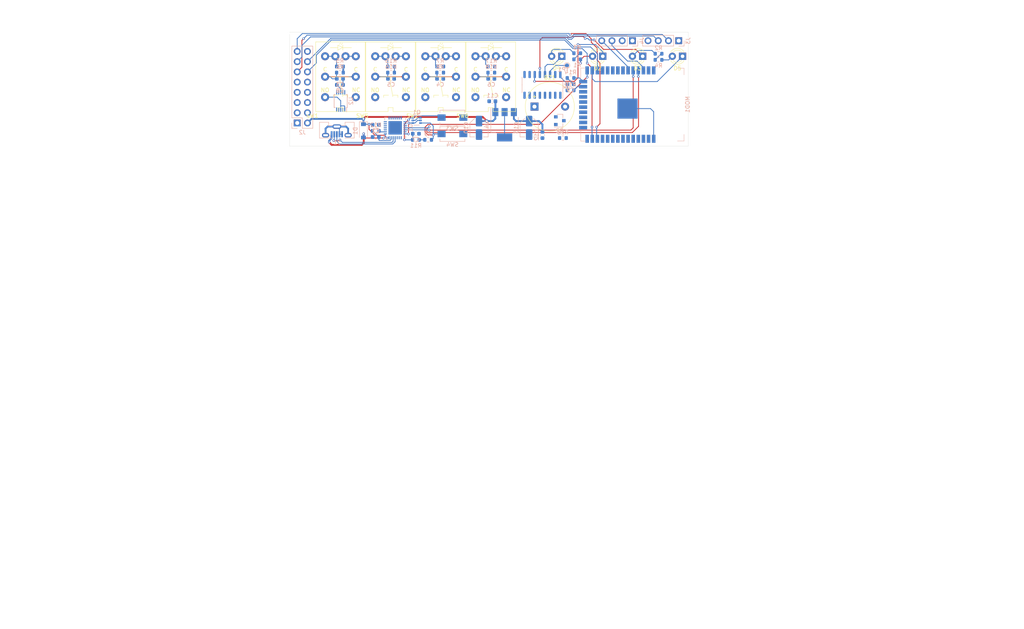
<source format=kicad_pcb>
(kicad_pcb (version 20171130) (host pcbnew "(5.1.9-0-10_14)")

  (general
    (thickness 1.6)
    (drawings 88)
    (tracks 350)
    (zones 0)
    (modules 55)
    (nets 93)
  )

  (page A4)
  (layers
    (0 F.Cu signal)
    (31 B.Cu signal)
    (32 B.Adhes user hide)
    (33 F.Adhes user hide)
    (34 B.Paste user hide)
    (35 F.Paste user hide)
    (36 B.SilkS user)
    (37 F.SilkS user hide)
    (38 B.Mask user hide)
    (39 F.Mask user hide)
    (40 Dwgs.User user)
    (41 Cmts.User user hide)
    (42 Eco1.User user)
    (43 Eco2.User user)
    (44 Edge.Cuts user)
    (45 Margin user hide)
    (46 B.CrtYd user)
    (47 F.CrtYd user hide)
    (48 B.Fab user hide)
    (49 F.Fab user hide)
  )

  (setup
    (last_trace_width 0.2032)
    (user_trace_width 0.2032)
    (user_trace_width 0.4572)
    (trace_clearance 0.2032)
    (zone_clearance 0.508)
    (zone_45_only no)
    (trace_min 0.2)
    (via_size 0.6)
    (via_drill 0.3)
    (via_min_size 0.4)
    (via_min_drill 0.3)
    (uvia_size 0.3)
    (uvia_drill 0.1)
    (uvias_allowed no)
    (uvia_min_size 0.2)
    (uvia_min_drill 0.1)
    (edge_width 0.05)
    (segment_width 0.2)
    (pcb_text_width 0.3)
    (pcb_text_size 1.5 1.5)
    (mod_edge_width 0.12)
    (mod_text_size 1 1)
    (mod_text_width 0.15)
    (pad_size 1.524 1.524)
    (pad_drill 0.762)
    (pad_to_mask_clearance 0)
    (aux_axis_origin 0 0)
    (grid_origin 85.5345 101.473)
    (visible_elements FFFFFF7F)
    (pcbplotparams
      (layerselection 0x010fc_ffffffff)
      (usegerberextensions false)
      (usegerberattributes true)
      (usegerberadvancedattributes true)
      (creategerberjobfile true)
      (excludeedgelayer true)
      (linewidth 0.100000)
      (plotframeref false)
      (viasonmask false)
      (mode 1)
      (useauxorigin false)
      (hpglpennumber 1)
      (hpglpenspeed 20)
      (hpglpendiameter 15.000000)
      (psnegative false)
      (psa4output false)
      (plotreference true)
      (plotvalue true)
      (plotinvisibletext false)
      (padsonsilk false)
      (subtractmaskfromsilk false)
      (outputformat 1)
      (mirror false)
      (drillshape 1)
      (scaleselection 1)
      (outputdirectory ""))
  )

  (net 0 "")
  (net 1 "Net-(BZ1-Pad2)")
  (net 2 +5V)
  (net 3 GND)
  (net 4 +3V3)
  (net 5 /ESP_RST)
  (net 6 "Net-(D2-Pad2)")
  (net 7 /LED_ERROR)
  (net 8 "Net-(D3-Pad2)")
  (net 9 /LED_OK)
  (net 10 "Net-(D4-Pad2)")
  (net 11 /LED_OPEN)
  (net 12 "Net-(D5-Pad2)")
  (net 13 /LED_WIFI)
  (net 14 /IN_OC)
  (net 15 /OUT_1000mA)
  (net 16 /METER_N)
  (net 17 /OUT_200mA)
  (net 18 /METER_P)
  (net 19 /IN_400mA)
  (net 20 /IN_OV)
  (net 21 /IN_200mA)
  (net 22 /IN_ADC)
  (net 23 "Net-(J2-Pad5)")
  (net 24 "Net-(J2-Pad4)")
  (net 25 +9V)
  (net 26 /ESP_GPIO0)
  (net 27 /BUZZER)
  (net 28 /BUT_AUTO)
  (net 29 /BUT_1000mA)
  (net 30 "Net-(MOD1-Pad32)")
  (net 31 /I2C_SDA)
  (net 32 /ESP_RX)
  (net 33 /ESP_TX)
  (net 34 /I2C_SCL)
  (net 35 /BUT_20mA)
  (net 36 /ESP_GPIO12)
  (net 37 /BUT_200mA)
  (net 38 /ADC_RDY)
  (net 39 "Net-(MOD1-Pad7)")
  (net 40 "Net-(MOD1-Pad6)")
  (net 41 "Net-(MOD1-Pad5)")
  (net 42 "Net-(MOD1-Pad4)")
  (net 43 /ESP_GPIO2)
  (net 44 /ESP_GPIO15)
  (net 45 "Net-(MOD1-Pad22)")
  (net 46 "Net-(MOD1-Pad21)")
  (net 47 "Net-(MOD1-Pad20)")
  (net 48 "Net-(MOD1-Pad19)")
  (net 49 "Net-(MOD1-Pad18)")
  (net 50 "Net-(MOD1-Pad17)")
  (net 51 /OUT_20mA)
  (net 52 /DTR)
  (net 53 /RTS)
  (net 54 "Net-(R5-Pad2)")
  (net 55 "Net-(R7-Pad2)")
  (net 56 /USB_RST)
  (net 57 "Net-(R15-Pad2)")
  (net 58 "Net-(R17-Pad2)")
  (net 59 "Net-(U1-Pad27)")
  (net 60 "Net-(U1-Pad23)")
  (net 61 "Net-(U1-Pad22)")
  (net 62 "Net-(U1-Pad21)")
  (net 63 "Net-(U1-Pad20)")
  (net 64 "Net-(U1-Pad19)")
  (net 65 "Net-(U1-Pad18)")
  (net 66 "Net-(U1-Pad17)")
  (net 67 "Net-(U1-Pad16)")
  (net 68 "Net-(U1-Pad15)")
  (net 69 "Net-(U1-Pad14)")
  (net 70 "Net-(U1-Pad13)")
  (net 71 "Net-(U1-Pad12)")
  (net 72 "Net-(U1-Pad11)")
  (net 73 "Net-(U1-Pad10)")
  (net 74 /D-)
  (net 75 /D+)
  (net 76 "Net-(U1-Pad2)")
  (net 77 "Net-(U1-Pad1)")
  (net 78 "Net-(U2-Pad7)")
  (net 79 "Net-(U2-Pad6)")
  (net 80 "Net-(U2-Pad5)")
  (net 81 /LED_200mA)
  (net 82 /LED_20mA)
  (net 83 /LED_AUTO)
  (net 84 /LED_1000mA)
  (net 85 "Net-(SW1-Pad2)")
  (net 86 "Net-(SW2-Pad2)")
  (net 87 "Net-(SW5-Pad2)")
  (net 88 "Net-(SW6-Pad2)")
  (net 89 /RESERVED)
  (net 90 /VBUS)
  (net 91 "Net-(J2-Pad3)")
  (net 92 "Net-(J2-Pad1)")

  (net_class Default "This is the default net class."
    (clearance 0.2032)
    (trace_width 0.2032)
    (via_dia 0.6)
    (via_drill 0.3)
    (uvia_dia 0.3)
    (uvia_drill 0.1)
    (add_net /ADC_RDY)
    (add_net /BUT_1000mA)
    (add_net /BUT_200mA)
    (add_net /BUT_20mA)
    (add_net /BUT_AUTO)
    (add_net /BUZZER)
    (add_net /D+)
    (add_net /D-)
    (add_net /DTR)
    (add_net /ESP_GPIO0)
    (add_net /ESP_GPIO12)
    (add_net /ESP_GPIO15)
    (add_net /ESP_GPIO2)
    (add_net /ESP_RST)
    (add_net /ESP_RX)
    (add_net /ESP_TX)
    (add_net /I2C_SCL)
    (add_net /I2C_SDA)
    (add_net /IN_200mA)
    (add_net /IN_400mA)
    (add_net /IN_ADC)
    (add_net /IN_OC)
    (add_net /IN_OV)
    (add_net /LED_1000mA)
    (add_net /LED_200mA)
    (add_net /LED_20mA)
    (add_net /LED_AUTO)
    (add_net /LED_ERROR)
    (add_net /LED_OK)
    (add_net /LED_OPEN)
    (add_net /LED_WIFI)
    (add_net /METER_N)
    (add_net /METER_P)
    (add_net /OUT_1000mA)
    (add_net /OUT_200mA)
    (add_net /OUT_20mA)
    (add_net /RESERVED)
    (add_net /RTS)
    (add_net /USB_RST)
    (add_net /VBUS)
    (add_net GND)
    (add_net "Net-(BZ1-Pad2)")
    (add_net "Net-(D2-Pad2)")
    (add_net "Net-(D3-Pad2)")
    (add_net "Net-(D4-Pad2)")
    (add_net "Net-(D5-Pad2)")
    (add_net "Net-(J2-Pad1)")
    (add_net "Net-(J2-Pad3)")
    (add_net "Net-(J2-Pad4)")
    (add_net "Net-(J2-Pad5)")
    (add_net "Net-(MOD1-Pad17)")
    (add_net "Net-(MOD1-Pad18)")
    (add_net "Net-(MOD1-Pad19)")
    (add_net "Net-(MOD1-Pad20)")
    (add_net "Net-(MOD1-Pad21)")
    (add_net "Net-(MOD1-Pad22)")
    (add_net "Net-(MOD1-Pad32)")
    (add_net "Net-(MOD1-Pad4)")
    (add_net "Net-(MOD1-Pad5)")
    (add_net "Net-(MOD1-Pad6)")
    (add_net "Net-(MOD1-Pad7)")
    (add_net "Net-(R15-Pad2)")
    (add_net "Net-(R17-Pad2)")
    (add_net "Net-(R5-Pad2)")
    (add_net "Net-(R7-Pad2)")
    (add_net "Net-(SW1-Pad2)")
    (add_net "Net-(SW2-Pad2)")
    (add_net "Net-(SW5-Pad2)")
    (add_net "Net-(SW6-Pad2)")
    (add_net "Net-(U1-Pad1)")
    (add_net "Net-(U1-Pad10)")
    (add_net "Net-(U1-Pad11)")
    (add_net "Net-(U1-Pad12)")
    (add_net "Net-(U1-Pad13)")
    (add_net "Net-(U1-Pad14)")
    (add_net "Net-(U1-Pad15)")
    (add_net "Net-(U1-Pad16)")
    (add_net "Net-(U1-Pad17)")
    (add_net "Net-(U1-Pad18)")
    (add_net "Net-(U1-Pad19)")
    (add_net "Net-(U1-Pad2)")
    (add_net "Net-(U1-Pad20)")
    (add_net "Net-(U1-Pad21)")
    (add_net "Net-(U1-Pad22)")
    (add_net "Net-(U1-Pad23)")
    (add_net "Net-(U1-Pad27)")
    (add_net "Net-(U2-Pad5)")
    (add_net "Net-(U2-Pad6)")
    (add_net "Net-(U2-Pad7)")
  )

  (net_class POWER ""
    (clearance 0.2032)
    (trace_width 0.4572)
    (via_dia 0.8)
    (via_drill 0.4)
    (uvia_dia 0.3)
    (uvia_drill 0.1)
    (add_net +3V3)
    (add_net +5V)
    (add_net +9V)
  )

  (module Connector_USB:USB_Micro-B_Molex-105133-0031 locked (layer B.Cu) (tedit 609009AE) (tstamp 60AE86CB)
    (at 72.644 98.552)
    (descr "Molex Vertical Micro USB Typ-B (http://www.molex.com/pdm_docs/sd/1051330031_sd.pdf)")
    (tags "Micro-USB SMD Typ-B Vertical")
    (path /60C7D854)
    (attr smd)
    (fp_text reference J1 (at 0 2.85) (layer B.SilkS)
      (effects (font (size 1 1) (thickness 0.15)) (justify mirror))
    )
    (fp_text value USB_B_Micro (at 0 -3.35) (layer B.Fab)
      (effects (font (size 1 1) (thickness 0.15)) (justify mirror))
    )
    (fp_text user %R (at 0 0.375) (layer B.Fab)
      (effects (font (size 1 1) (thickness 0.15)) (justify mirror))
    )
    (fp_line (start 2.04 -1.305) (end 1.21 -1.305) (layer B.SilkS) (width 0.12))
    (fp_line (start -2.04 -1.305) (end -1.21 -1.305) (layer B.SilkS) (width 0.12))
    (fp_line (start -2.04 -1.305) (end -2.04 -2.135) (layer B.SilkS) (width 0.12))
    (fp_line (start 2.04 -1.305) (end 2.04 -2.135) (layer B.SilkS) (width 0.12))
    (fp_line (start -3.43 1.225) (end -3.43 1.725) (layer B.Fab) (width 0.1))
    (fp_line (start 3.43 1.725) (end 3.43 1.225) (layer B.Fab) (width 0.1))
    (fp_line (start 3.43 1.225) (end -1.075 1.225) (layer B.Fab) (width 0.1))
    (fp_line (start -1.525 1.225) (end -3.43 1.225) (layer B.Fab) (width 0.1))
    (fp_line (start -4.25 -2.075) (end -2.1 -2.075) (layer B.Fab) (width 0.1))
    (fp_line (start 2.1 -1.245) (end 2.1 -2.075) (layer B.Fab) (width 0.1))
    (fp_line (start -2.1 -1.245) (end 2.1 -1.245) (layer B.Fab) (width 0.1))
    (fp_line (start -2.1 -2.075) (end -2.1 -1.245) (layer B.Fab) (width 0.1))
    (fp_line (start -3.43 1.725) (end -4.25 1.725) (layer B.Fab) (width 0.1))
    (fp_line (start -1.3 1) (end -1.075 1.225) (layer B.Fab) (width 0.1))
    (fp_line (start -1.525 1.225) (end -1.3 1) (layer B.Fab) (width 0.1))
    (fp_line (start 4.81 -2.64) (end 4.81 2.29) (layer B.CrtYd) (width 0.05))
    (fp_line (start -4.81 -2.64) (end 4.81 -2.64) (layer B.CrtYd) (width 0.05))
    (fp_line (start -4.81 2.29) (end 4.81 2.29) (layer B.CrtYd) (width 0.05))
    (fp_line (start -4.81 -2.64) (end -4.81 2.29) (layer B.CrtYd) (width 0.05))
    (fp_line (start 2 1.785) (end 4.31 1.785) (layer B.SilkS) (width 0.12))
    (fp_line (start 4.31 -2.135) (end 2.04 -2.135) (layer B.SilkS) (width 0.12))
    (fp_line (start -4.31 1.785) (end -4.31 -2.135) (layer B.SilkS) (width 0.12))
    (fp_line (start -4.31 -2.135) (end -2.04 -2.135) (layer B.SilkS) (width 0.12))
    (fp_line (start 4.31 1.785) (end 4.31 -2.135) (layer B.SilkS) (width 0.12))
    (fp_line (start -2 1.785) (end -4.31 1.785) (layer B.SilkS) (width 0.12))
    (fp_line (start -1.7 1.825) (end -1.1 1.825) (layer B.SilkS) (width 0.12))
    (fp_line (start -1.7 1.075) (end -1.7 1.825) (layer B.SilkS) (width 0.12))
    (fp_line (start 4.25 1.725) (end 3.43 1.725) (layer B.Fab) (width 0.1))
    (fp_line (start 2.1 -2.075) (end 4.25 -2.075) (layer B.Fab) (width 0.1))
    (fp_line (start 4.25 -2.075) (end 4.25 1.725) (layer B.Fab) (width 0.1))
    (fp_line (start -4.25 1.725) (end -4.25 -2.075) (layer B.Fab) (width 0.1))
    (pad SH thru_hole oval (at 0 -1.075) (size 2.2 1.1) (drill oval 1.6 0.5) (layers *.Cu *.Mask)
      (net 3 GND))
    (pad SH thru_hole oval (at 2.8 1.075) (size 1.8 1.1) (drill oval 1.2 0.5) (layers *.Cu *.Mask)
      (net 3 GND))
    (pad SH thru_hole oval (at -2.8 1.075) (size 1.8 1.1) (drill oval 1.2 0.5) (layers *.Cu *.Mask)
      (net 3 GND))
    (pad 1 smd rect (at -1.3 0.825) (size 0.45 1.5) (layers B.Cu B.Paste B.Mask)
      (net 90 /VBUS))
    (pad 5 smd rect (at 1.3 0.825) (size 0.45 1.5) (layers B.Cu B.Paste B.Mask)
      (net 3 GND))
    (pad 2 smd rect (at -0.65 0.825) (size 0.45 1.5) (layers B.Cu B.Paste B.Mask)
      (net 74 /D-))
    (pad 4 smd rect (at 0.65 0.825) (size 0.45 1.5) (layers B.Cu B.Paste B.Mask)
      (net 3 GND))
    (pad 3 smd rect (at 0 0.825) (size 0.45 1.5) (layers B.Cu B.Paste B.Mask)
      (net 75 /D+))
    (model ${KISYS3DMOD}/Connector_USB.3dshapes/USB_Micro-B_Molex-105133-0031.wrl
      (at (xyz 0 0 0))
      (scale (xyz 1 1 1))
      (rotate (xyz 0 0 0))
    )
  )

  (module Package_TO_SOT_SMD:SOT-223-3_TabPin2 (layer B.Cu) (tedit 5A02FF57) (tstamp 60AEEA4D)
    (at 114.3 97.028 270)
    (descr "module CMS SOT223 4 pins")
    (tags "CMS SOT")
    (path /6185ABA2)
    (attr smd)
    (fp_text reference U4 (at 0 4.5 90) (layer B.SilkS)
      (effects (font (size 1 1) (thickness 0.15)) (justify mirror))
    )
    (fp_text value MCP1825S (at 0 -4.5 90) (layer B.Fab)
      (effects (font (size 1 1) (thickness 0.15)) (justify mirror))
    )
    (fp_text user %R (at 0 0 180) (layer B.Fab)
      (effects (font (size 0.8 0.8) (thickness 0.12)) (justify mirror))
    )
    (fp_line (start 1.91 -3.41) (end 1.91 -2.15) (layer B.SilkS) (width 0.12))
    (fp_line (start 1.91 3.41) (end 1.91 2.15) (layer B.SilkS) (width 0.12))
    (fp_line (start 4.4 3.6) (end -4.4 3.6) (layer B.CrtYd) (width 0.05))
    (fp_line (start 4.4 -3.6) (end 4.4 3.6) (layer B.CrtYd) (width 0.05))
    (fp_line (start -4.4 -3.6) (end 4.4 -3.6) (layer B.CrtYd) (width 0.05))
    (fp_line (start -4.4 3.6) (end -4.4 -3.6) (layer B.CrtYd) (width 0.05))
    (fp_line (start -1.85 2.35) (end -0.85 3.35) (layer B.Fab) (width 0.1))
    (fp_line (start -1.85 2.35) (end -1.85 -3.35) (layer B.Fab) (width 0.1))
    (fp_line (start -1.85 -3.41) (end 1.91 -3.41) (layer B.SilkS) (width 0.12))
    (fp_line (start -0.85 3.35) (end 1.85 3.35) (layer B.Fab) (width 0.1))
    (fp_line (start -4.1 3.41) (end 1.91 3.41) (layer B.SilkS) (width 0.12))
    (fp_line (start -1.85 -3.35) (end 1.85 -3.35) (layer B.Fab) (width 0.1))
    (fp_line (start 1.85 3.35) (end 1.85 -3.35) (layer B.Fab) (width 0.1))
    (pad 1 smd rect (at -3.15 2.3 270) (size 2 1.5) (layers B.Cu B.Paste B.Mask)
      (net 2 +5V))
    (pad 3 smd rect (at -3.15 -2.3 270) (size 2 1.5) (layers B.Cu B.Paste B.Mask)
      (net 4 +3V3))
    (pad 2 smd rect (at -3.15 0 270) (size 2 1.5) (layers B.Cu B.Paste B.Mask)
      (net 3 GND))
    (pad 2 smd rect (at 3.15 0 270) (size 2 3.8) (layers B.Cu B.Paste B.Mask)
      (net 3 GND))
    (model ${KISYS3DMOD}/Package_TO_SOT_SMD.3dshapes/SOT-223.wrl
      (at (xyz 0 0 0))
      (scale (xyz 1 1 1))
      (rotate (xyz 0 0 0))
    )
  )

  (module MySymbols:TestPoint_SMD_R (layer B.Cu) (tedit 607AC878) (tstamp 60AEE945)
    (at 129.794 82.296)
    (path /61938F68)
    (fp_text reference TP1 (at -0.9 1) (layer B.SilkS)
      (effects (font (size 1 1) (thickness 0.15)) (justify mirror))
    )
    (fp_text value TestPoint (at 0 -1.1) (layer B.Fab)
      (effects (font (size 1 1) (thickness 0.15)) (justify mirror))
    )
    (fp_circle (center 0 0) (end -0.1 0.7) (layer B.SilkS) (width 0.12))
    (pad 1 smd circle (at 0 0) (size 1 1) (layers B.Cu B.Paste B.Mask)
      (net 89 /RESERVED))
  )

  (module Capacitor_SMD:C_Elec_4x5.4 (layer B.Cu) (tedit 5BC8D926) (tstamp 60AEE303)
    (at 120.396 97.79 270)
    (descr "SMD capacitor, aluminum electrolytic nonpolar, 4.0x5.4mm")
    (tags "capacitor electrolyic nonpolar")
    (path /619C8B24)
    (attr smd)
    (fp_text reference C13 (at 0 3.2 90) (layer B.SilkS)
      (effects (font (size 1 1) (thickness 0.15)) (justify mirror))
    )
    (fp_text value 10uF (at 0 -3.2 90) (layer B.Fab)
      (effects (font (size 1 1) (thickness 0.15)) (justify mirror))
    )
    (fp_text user %R (at 0 0 90) (layer B.Fab)
      (effects (font (size 0.8 0.8) (thickness 0.12)) (justify mirror))
    )
    (fp_circle (center 0 0) (end 2 0) (layer B.Fab) (width 0.1))
    (fp_line (start 2.15 2.15) (end 2.15 -2.15) (layer B.Fab) (width 0.1))
    (fp_line (start -1.15 2.15) (end 2.15 2.15) (layer B.Fab) (width 0.1))
    (fp_line (start -1.15 -2.15) (end 2.15 -2.15) (layer B.Fab) (width 0.1))
    (fp_line (start -2.15 1.15) (end -2.15 -1.15) (layer B.Fab) (width 0.1))
    (fp_line (start -2.15 1.15) (end -1.15 2.15) (layer B.Fab) (width 0.1))
    (fp_line (start -2.15 -1.15) (end -1.15 -2.15) (layer B.Fab) (width 0.1))
    (fp_line (start 2.26 -2.26) (end 2.26 -1.06) (layer B.SilkS) (width 0.12))
    (fp_line (start 2.26 2.26) (end 2.26 1.06) (layer B.SilkS) (width 0.12))
    (fp_line (start -1.195563 2.26) (end 2.26 2.26) (layer B.SilkS) (width 0.12))
    (fp_line (start -1.195563 -2.26) (end 2.26 -2.26) (layer B.SilkS) (width 0.12))
    (fp_line (start -2.26 -1.195563) (end -2.26 -1.06) (layer B.SilkS) (width 0.12))
    (fp_line (start -2.26 1.195563) (end -2.26 1.06) (layer B.SilkS) (width 0.12))
    (fp_line (start -2.26 1.195563) (end -1.195563 2.26) (layer B.SilkS) (width 0.12))
    (fp_line (start -2.26 -1.195563) (end -1.195563 -2.26) (layer B.SilkS) (width 0.12))
    (fp_line (start 2.4 2.4) (end 2.4 1.05) (layer B.CrtYd) (width 0.05))
    (fp_line (start 2.4 1.05) (end 3.25 1.05) (layer B.CrtYd) (width 0.05))
    (fp_line (start 3.25 1.05) (end 3.25 -1.05) (layer B.CrtYd) (width 0.05))
    (fp_line (start 3.25 -1.05) (end 2.4 -1.05) (layer B.CrtYd) (width 0.05))
    (fp_line (start 2.4 -1.05) (end 2.4 -2.4) (layer B.CrtYd) (width 0.05))
    (fp_line (start -1.25 -2.4) (end 2.4 -2.4) (layer B.CrtYd) (width 0.05))
    (fp_line (start -1.25 2.4) (end 2.4 2.4) (layer B.CrtYd) (width 0.05))
    (fp_line (start -2.4 -1.25) (end -1.25 -2.4) (layer B.CrtYd) (width 0.05))
    (fp_line (start -2.4 1.25) (end -1.25 2.4) (layer B.CrtYd) (width 0.05))
    (fp_line (start -2.4 1.25) (end -2.4 1.05) (layer B.CrtYd) (width 0.05))
    (fp_line (start -2.4 -1.05) (end -2.4 -1.25) (layer B.CrtYd) (width 0.05))
    (fp_line (start -2.4 1.05) (end -3.25 1.05) (layer B.CrtYd) (width 0.05))
    (fp_line (start -3.25 1.05) (end -3.25 -1.05) (layer B.CrtYd) (width 0.05))
    (fp_line (start -3.25 -1.05) (end -2.4 -1.05) (layer B.CrtYd) (width 0.05))
    (pad 2 smd roundrect (at 1.675 0 270) (size 2.65 1.6) (layers B.Cu B.Paste B.Mask) (roundrect_rratio 0.15625)
      (net 3 GND))
    (pad 1 smd roundrect (at -1.675 0 270) (size 2.65 1.6) (layers B.Cu B.Paste B.Mask) (roundrect_rratio 0.15625)
      (net 4 +3V3))
    (model ${KISYS3DMOD}/Capacitor_SMD.3dshapes/C_Elec_4x5.4.wrl
      (at (xyz 0 0 0))
      (scale (xyz 1 1 1))
      (rotate (xyz 0 0 0))
    )
  )

  (module Capacitor_SMD:C_0603_1608Metric (layer B.Cu) (tedit 5F68FEEE) (tstamp 60AEE2DF)
    (at 123.698 99.568 270)
    (descr "Capacitor SMD 0603 (1608 Metric), square (rectangular) end terminal, IPC_7351 nominal, (Body size source: IPC-SM-782 page 76, https://www.pcb-3d.com/wordpress/wp-content/uploads/ipc-sm-782a_amendment_1_and_2.pdf), generated with kicad-footprint-generator")
    (tags capacitor)
    (path /6185B561)
    (attr smd)
    (fp_text reference C12 (at 0 1.43 90) (layer B.SilkS)
      (effects (font (size 1 1) (thickness 0.15)) (justify mirror))
    )
    (fp_text value 100nF (at 0 -1.43 90) (layer B.Fab)
      (effects (font (size 1 1) (thickness 0.15)) (justify mirror))
    )
    (fp_text user %R (at 0 0 90) (layer B.Fab)
      (effects (font (size 0.4 0.4) (thickness 0.06)) (justify mirror))
    )
    (fp_line (start -0.8 -0.4) (end -0.8 0.4) (layer B.Fab) (width 0.1))
    (fp_line (start -0.8 0.4) (end 0.8 0.4) (layer B.Fab) (width 0.1))
    (fp_line (start 0.8 0.4) (end 0.8 -0.4) (layer B.Fab) (width 0.1))
    (fp_line (start 0.8 -0.4) (end -0.8 -0.4) (layer B.Fab) (width 0.1))
    (fp_line (start -0.14058 0.51) (end 0.14058 0.51) (layer B.SilkS) (width 0.12))
    (fp_line (start -0.14058 -0.51) (end 0.14058 -0.51) (layer B.SilkS) (width 0.12))
    (fp_line (start -1.48 -0.73) (end -1.48 0.73) (layer B.CrtYd) (width 0.05))
    (fp_line (start -1.48 0.73) (end 1.48 0.73) (layer B.CrtYd) (width 0.05))
    (fp_line (start 1.48 0.73) (end 1.48 -0.73) (layer B.CrtYd) (width 0.05))
    (fp_line (start 1.48 -0.73) (end -1.48 -0.73) (layer B.CrtYd) (width 0.05))
    (pad 2 smd roundrect (at 0.775 0 270) (size 0.9 0.95) (layers B.Cu B.Paste B.Mask) (roundrect_rratio 0.25)
      (net 3 GND))
    (pad 1 smd roundrect (at -0.775 0 270) (size 0.9 0.95) (layers B.Cu B.Paste B.Mask) (roundrect_rratio 0.25)
      (net 4 +3V3))
    (model ${KISYS3DMOD}/Capacitor_SMD.3dshapes/C_0603_1608Metric.wrl
      (at (xyz 0 0 0))
      (scale (xyz 1 1 1))
      (rotate (xyz 0 0 0))
    )
  )

  (module Capacitor_SMD:C_0603_1608Metric (layer B.Cu) (tedit 5F68FEEE) (tstamp 60AEE2CE)
    (at 111.252 91.186 180)
    (descr "Capacitor SMD 0603 (1608 Metric), square (rectangular) end terminal, IPC_7351 nominal, (Body size source: IPC-SM-782 page 76, https://www.pcb-3d.com/wordpress/wp-content/uploads/ipc-sm-782a_amendment_1_and_2.pdf), generated with kicad-footprint-generator")
    (tags capacitor)
    (path /6185AF0C)
    (attr smd)
    (fp_text reference C11 (at 0 1.43) (layer B.SilkS)
      (effects (font (size 1 1) (thickness 0.15)) (justify mirror))
    )
    (fp_text value 100nF (at 0 -1.43) (layer B.Fab)
      (effects (font (size 1 1) (thickness 0.15)) (justify mirror))
    )
    (fp_text user %R (at 0 0) (layer B.Fab)
      (effects (font (size 0.4 0.4) (thickness 0.06)) (justify mirror))
    )
    (fp_line (start -0.8 -0.4) (end -0.8 0.4) (layer B.Fab) (width 0.1))
    (fp_line (start -0.8 0.4) (end 0.8 0.4) (layer B.Fab) (width 0.1))
    (fp_line (start 0.8 0.4) (end 0.8 -0.4) (layer B.Fab) (width 0.1))
    (fp_line (start 0.8 -0.4) (end -0.8 -0.4) (layer B.Fab) (width 0.1))
    (fp_line (start -0.14058 0.51) (end 0.14058 0.51) (layer B.SilkS) (width 0.12))
    (fp_line (start -0.14058 -0.51) (end 0.14058 -0.51) (layer B.SilkS) (width 0.12))
    (fp_line (start -1.48 -0.73) (end -1.48 0.73) (layer B.CrtYd) (width 0.05))
    (fp_line (start -1.48 0.73) (end 1.48 0.73) (layer B.CrtYd) (width 0.05))
    (fp_line (start 1.48 0.73) (end 1.48 -0.73) (layer B.CrtYd) (width 0.05))
    (fp_line (start 1.48 -0.73) (end -1.48 -0.73) (layer B.CrtYd) (width 0.05))
    (pad 2 smd roundrect (at 0.775 0 180) (size 0.9 0.95) (layers B.Cu B.Paste B.Mask) (roundrect_rratio 0.25)
      (net 3 GND))
    (pad 1 smd roundrect (at -0.775 0 180) (size 0.9 0.95) (layers B.Cu B.Paste B.Mask) (roundrect_rratio 0.25)
      (net 2 +5V))
    (model ${KISYS3DMOD}/Capacitor_SMD.3dshapes/C_0603_1608Metric.wrl
      (at (xyz 0 0 0))
      (scale (xyz 1 1 1))
      (rotate (xyz 0 0 0))
    )
  )

  (module Capacitor_SMD:C_Elec_4x5.4 (layer B.Cu) (tedit 5BC8D926) (tstamp 60AEE2BD)
    (at 107.95 97.79 270)
    (descr "SMD capacitor, aluminum electrolytic nonpolar, 4.0x5.4mm")
    (tags "capacitor electrolyic nonpolar")
    (path /619C59A8)
    (attr smd)
    (fp_text reference C10 (at 0 3.2 90) (layer B.SilkS)
      (effects (font (size 1 1) (thickness 0.15)) (justify mirror))
    )
    (fp_text value 10uF (at 0 -3.2 90) (layer B.Fab)
      (effects (font (size 1 1) (thickness 0.15)) (justify mirror))
    )
    (fp_text user %R (at 0 0 90) (layer B.Fab)
      (effects (font (size 0.8 0.8) (thickness 0.12)) (justify mirror))
    )
    (fp_circle (center 0 0) (end 2 0) (layer B.Fab) (width 0.1))
    (fp_line (start 2.15 2.15) (end 2.15 -2.15) (layer B.Fab) (width 0.1))
    (fp_line (start -1.15 2.15) (end 2.15 2.15) (layer B.Fab) (width 0.1))
    (fp_line (start -1.15 -2.15) (end 2.15 -2.15) (layer B.Fab) (width 0.1))
    (fp_line (start -2.15 1.15) (end -2.15 -1.15) (layer B.Fab) (width 0.1))
    (fp_line (start -2.15 1.15) (end -1.15 2.15) (layer B.Fab) (width 0.1))
    (fp_line (start -2.15 -1.15) (end -1.15 -2.15) (layer B.Fab) (width 0.1))
    (fp_line (start 2.26 -2.26) (end 2.26 -1.06) (layer B.SilkS) (width 0.12))
    (fp_line (start 2.26 2.26) (end 2.26 1.06) (layer B.SilkS) (width 0.12))
    (fp_line (start -1.195563 2.26) (end 2.26 2.26) (layer B.SilkS) (width 0.12))
    (fp_line (start -1.195563 -2.26) (end 2.26 -2.26) (layer B.SilkS) (width 0.12))
    (fp_line (start -2.26 -1.195563) (end -2.26 -1.06) (layer B.SilkS) (width 0.12))
    (fp_line (start -2.26 1.195563) (end -2.26 1.06) (layer B.SilkS) (width 0.12))
    (fp_line (start -2.26 1.195563) (end -1.195563 2.26) (layer B.SilkS) (width 0.12))
    (fp_line (start -2.26 -1.195563) (end -1.195563 -2.26) (layer B.SilkS) (width 0.12))
    (fp_line (start 2.4 2.4) (end 2.4 1.05) (layer B.CrtYd) (width 0.05))
    (fp_line (start 2.4 1.05) (end 3.25 1.05) (layer B.CrtYd) (width 0.05))
    (fp_line (start 3.25 1.05) (end 3.25 -1.05) (layer B.CrtYd) (width 0.05))
    (fp_line (start 3.25 -1.05) (end 2.4 -1.05) (layer B.CrtYd) (width 0.05))
    (fp_line (start 2.4 -1.05) (end 2.4 -2.4) (layer B.CrtYd) (width 0.05))
    (fp_line (start -1.25 -2.4) (end 2.4 -2.4) (layer B.CrtYd) (width 0.05))
    (fp_line (start -1.25 2.4) (end 2.4 2.4) (layer B.CrtYd) (width 0.05))
    (fp_line (start -2.4 -1.25) (end -1.25 -2.4) (layer B.CrtYd) (width 0.05))
    (fp_line (start -2.4 1.25) (end -1.25 2.4) (layer B.CrtYd) (width 0.05))
    (fp_line (start -2.4 1.25) (end -2.4 1.05) (layer B.CrtYd) (width 0.05))
    (fp_line (start -2.4 -1.05) (end -2.4 -1.25) (layer B.CrtYd) (width 0.05))
    (fp_line (start -2.4 1.05) (end -3.25 1.05) (layer B.CrtYd) (width 0.05))
    (fp_line (start -3.25 1.05) (end -3.25 -1.05) (layer B.CrtYd) (width 0.05))
    (fp_line (start -3.25 -1.05) (end -2.4 -1.05) (layer B.CrtYd) (width 0.05))
    (pad 2 smd roundrect (at 1.675 0 270) (size 2.65 1.6) (layers B.Cu B.Paste B.Mask) (roundrect_rratio 0.15625)
      (net 3 GND))
    (pad 1 smd roundrect (at -1.675 0 270) (size 2.65 1.6) (layers B.Cu B.Paste B.Mask) (roundrect_rratio 0.15625)
      (net 2 +5V))
    (model ${KISYS3DMOD}/Capacitor_SMD.3dshapes/C_Elec_4x5.4.wrl
      (at (xyz 0 0 0))
      (scale (xyz 1 1 1))
      (rotate (xyz 0 0 0))
    )
  )

  (module Capacitor_SMD:C_0603_1608Metric (layer B.Cu) (tedit 5F68FEEE) (tstamp 60AEE299)
    (at 130.683 86.9315)
    (descr "Capacitor SMD 0603 (1608 Metric), square (rectangular) end terminal, IPC_7351 nominal, (Body size source: IPC-SM-782 page 76, https://www.pcb-3d.com/wordpress/wp-content/uploads/ipc-sm-782a_amendment_1_and_2.pdf), generated with kicad-footprint-generator")
    (tags capacitor)
    (path /6180E86F)
    (attr smd)
    (fp_text reference C9 (at 0 1.43) (layer B.SilkS)
      (effects (font (size 1 1) (thickness 0.15)) (justify mirror))
    )
    (fp_text value 100nF (at 0 -1.43) (layer B.Fab)
      (effects (font (size 1 1) (thickness 0.15)) (justify mirror))
    )
    (fp_text user %R (at 0 0) (layer B.Fab)
      (effects (font (size 0.4 0.4) (thickness 0.06)) (justify mirror))
    )
    (fp_line (start -0.8 -0.4) (end -0.8 0.4) (layer B.Fab) (width 0.1))
    (fp_line (start -0.8 0.4) (end 0.8 0.4) (layer B.Fab) (width 0.1))
    (fp_line (start 0.8 0.4) (end 0.8 -0.4) (layer B.Fab) (width 0.1))
    (fp_line (start 0.8 -0.4) (end -0.8 -0.4) (layer B.Fab) (width 0.1))
    (fp_line (start -0.14058 0.51) (end 0.14058 0.51) (layer B.SilkS) (width 0.12))
    (fp_line (start -0.14058 -0.51) (end 0.14058 -0.51) (layer B.SilkS) (width 0.12))
    (fp_line (start -1.48 -0.73) (end -1.48 0.73) (layer B.CrtYd) (width 0.05))
    (fp_line (start -1.48 0.73) (end 1.48 0.73) (layer B.CrtYd) (width 0.05))
    (fp_line (start 1.48 0.73) (end 1.48 -0.73) (layer B.CrtYd) (width 0.05))
    (fp_line (start 1.48 -0.73) (end -1.48 -0.73) (layer B.CrtYd) (width 0.05))
    (pad 2 smd roundrect (at 0.775 0) (size 0.9 0.95) (layers B.Cu B.Paste B.Mask) (roundrect_rratio 0.25)
      (net 3 GND))
    (pad 1 smd roundrect (at -0.775 0) (size 0.9 0.95) (layers B.Cu B.Paste B.Mask) (roundrect_rratio 0.25)
      (net 4 +3V3))
    (model ${KISYS3DMOD}/Capacitor_SMD.3dshapes/C_0603_1608Metric.wrl
      (at (xyz 0 0 0))
      (scale (xyz 1 1 1))
      (rotate (xyz 0 0 0))
    )
  )

  (module Capacitor_SMD:C_0603_1608Metric (layer B.Cu) (tedit 5F68FEEE) (tstamp 60AEE288)
    (at 73.406 87.122)
    (descr "Capacitor SMD 0603 (1608 Metric), square (rectangular) end terminal, IPC_7351 nominal, (Body size source: IPC-SM-782 page 76, https://www.pcb-3d.com/wordpress/wp-content/uploads/ipc-sm-782a_amendment_1_and_2.pdf), generated with kicad-footprint-generator")
    (tags capacitor)
    (path /6180E0B7)
    (attr smd)
    (fp_text reference C8 (at 0 1.43) (layer B.SilkS)
      (effects (font (size 1 1) (thickness 0.15)) (justify mirror))
    )
    (fp_text value 100nF (at 0 -1.43) (layer B.Fab)
      (effects (font (size 1 1) (thickness 0.15)) (justify mirror))
    )
    (fp_text user %R (at 0 0) (layer B.Fab)
      (effects (font (size 0.4 0.4) (thickness 0.06)) (justify mirror))
    )
    (fp_line (start -0.8 -0.4) (end -0.8 0.4) (layer B.Fab) (width 0.1))
    (fp_line (start -0.8 0.4) (end 0.8 0.4) (layer B.Fab) (width 0.1))
    (fp_line (start 0.8 0.4) (end 0.8 -0.4) (layer B.Fab) (width 0.1))
    (fp_line (start 0.8 -0.4) (end -0.8 -0.4) (layer B.Fab) (width 0.1))
    (fp_line (start -0.14058 0.51) (end 0.14058 0.51) (layer B.SilkS) (width 0.12))
    (fp_line (start -0.14058 -0.51) (end 0.14058 -0.51) (layer B.SilkS) (width 0.12))
    (fp_line (start -1.48 -0.73) (end -1.48 0.73) (layer B.CrtYd) (width 0.05))
    (fp_line (start -1.48 0.73) (end 1.48 0.73) (layer B.CrtYd) (width 0.05))
    (fp_line (start 1.48 0.73) (end 1.48 -0.73) (layer B.CrtYd) (width 0.05))
    (fp_line (start 1.48 -0.73) (end -1.48 -0.73) (layer B.CrtYd) (width 0.05))
    (pad 2 smd roundrect (at 0.775 0) (size 0.9 0.95) (layers B.Cu B.Paste B.Mask) (roundrect_rratio 0.25)
      (net 3 GND))
    (pad 1 smd roundrect (at -0.775 0) (size 0.9 0.95) (layers B.Cu B.Paste B.Mask) (roundrect_rratio 0.25)
      (net 4 +3V3))
    (model ${KISYS3DMOD}/Capacitor_SMD.3dshapes/C_0603_1608Metric.wrl
      (at (xyz 0 0 0))
      (scale (xyz 1 1 1))
      (rotate (xyz 0 0 0))
    )
  )

  (module Button_Switch_THT:SW_PUSH_DIGITAST_LED locked (layer F.Cu) (tedit 60AE65D1) (tstamp 60AE8B23)
    (at 110.871 85.09)
    (path /60C7DAAE)
    (fp_text reference SW6 (at -7.01 9.72) (layer F.SilkS)
      (effects (font (size 1 1) (thickness 0.15)))
    )
    (fp_text value Digitast (at -0.08 12.51) (layer F.Fab)
      (effects (font (size 1 1) (thickness 0.15)))
    )
    (fp_text user NC (at 3.9 3.3 180) (layer F.SilkS)
      (effects (font (size 1 1) (thickness 0.15)))
    )
    (fp_text user NO (at -3.84 3.33 180) (layer F.SilkS)
      (effects (font (size 1 1) (thickness 0.15)))
    )
    (fp_text user C (at -3.81 -1.82) (layer F.SilkS)
      (effects (font (size 1 1) (thickness 0.15)))
    )
    (fp_text user C (at 3.84 -1.79) (layer F.SilkS)
      (effects (font (size 1 1) (thickness 0.15)))
    )
    (fp_line (start -0.61 8.65) (end -6.15 8.65) (layer F.SilkS) (width 0.12))
    (fp_line (start -6.15 -8.65) (end -6.15 8.65) (layer F.SilkS) (width 0.12))
    (fp_line (start 6.15 -8.65) (end 6.15 8.65) (layer F.SilkS) (width 0.12))
    (fp_line (start 6.15 -8.65) (end -6.15 -8.65) (layer F.SilkS) (width 0.12))
    (fp_line (start -0.63 -7.84) (end -0.63 -6.61) (layer F.SilkS) (width 0.12))
    (fp_line (start -0.63 -6.61) (end 0.55 -7.29) (layer F.SilkS) (width 0.12))
    (fp_line (start 0.55 -7.29) (end -0.62 -7.84) (layer F.SilkS) (width 0.12))
    (fp_line (start 0.6 -7.88) (end 0.6 -6.59) (layer F.SilkS) (width 0.12))
    (fp_line (start 0.65 -7.22) (end 2.75 -7.22) (layer F.SilkS) (width 0.12))
    (fp_line (start -0.65 -7.22) (end -2.52 -7.22) (layer F.SilkS) (width 0.12))
    (fp_line (start -2.49 0.04) (end 2.54 0.04) (layer F.SilkS) (width 0.12))
    (fp_line (start -0.06 0.07) (end -0.06 1.48) (layer F.SilkS) (width 0.12))
    (fp_line (start -0.06 1.48) (end 0.58 4.97) (layer F.SilkS) (width 0.12))
    (fp_line (start 0.6 4.59) (end 1.82 4.59) (layer F.SilkS) (width 0.12))
    (fp_line (start 1.82 4.59) (end 1.82 5.15) (layer F.SilkS) (width 0.12))
    (fp_line (start -1.71 4.59) (end -0.49 4.59) (layer F.SilkS) (width 0.12))
    (fp_line (start -1.71 4.59) (end -1.71 5.15) (layer F.SilkS) (width 0.12))
    (fp_line (start -0.23 -8.06) (end 0.05 -8.4) (layer F.SilkS) (width 0.12))
    (fp_line (start 0.23 -7.99) (end 0.51 -8.37) (layer F.SilkS) (width 0.12))
    (fp_line (start -0.61 8.65) (end -0.61 7.67) (layer F.SilkS) (width 0.12))
    (fp_line (start -0.61 7.67) (end 0.61 7.67) (layer F.SilkS) (width 0.12))
    (fp_line (start 0.61 7.67) (end 0.61 8.65) (layer F.SilkS) (width 0.12))
    (fp_line (start 6.15 8.65) (end 0.61 8.65) (layer F.SilkS) (width 0.12))
    (pad "" np_thru_hole circle (at -3.81 7.62) (size 1.1 1.1) (drill 1.1) (layers *.Cu *.Mask))
    (pad "" np_thru_hole circle (at 3.97 -7.62) (size 1.1 1.1) (drill 1.1) (layers *.Cu *.Mask))
    (pad 8 thru_hole circle (at 3.81 -5.08) (size 2 2) (drill 1) (layers *.Cu *.Mask)
      (net 83 /LED_AUTO))
    (pad 5 thru_hole circle (at -3.81 -5.08) (size 2 2) (drill 1) (layers *.Cu *.Mask)
      (net 58 "Net-(R17-Pad2)"))
    (pad 7 thru_hole circle (at 1.27 -5.08) (size 2 2) (drill 1) (layers *.Cu *.Mask)
      (net 83 /LED_AUTO))
    (pad 6 thru_hole circle (at -1.27 -5.08) (size 2 2) (drill 1) (layers *.Cu *.Mask)
      (net 58 "Net-(R17-Pad2)"))
    (pad 2 thru_hole circle (at 3.81 5.08) (size 2 2) (drill 1) (layers *.Cu *.Mask)
      (net 88 "Net-(SW6-Pad2)"))
    (pad 1 thru_hole circle (at -3.81 5.08) (size 2 2) (drill 1) (layers *.Cu *.Mask)
      (net 3 GND))
    (pad 4 thru_hole circle (at 3.81 0) (size 2 2) (drill 1) (layers *.Cu *.Mask)
      (net 28 /BUT_AUTO))
    (pad 3 thru_hole circle (at -3.81 0) (size 2 2) (drill 1) (layers *.Cu *.Mask)
      (net 28 /BUT_AUTO))
  )

  (module Button_Switch_THT:SW_PUSH_DIGITAST_LED locked (layer F.Cu) (tedit 60AE65D1) (tstamp 60AE8AFA)
    (at 85.979 85.09)
    (path /60C7DA30)
    (fp_text reference SW5 (at -7.01 9.72) (layer F.SilkS)
      (effects (font (size 1 1) (thickness 0.15)))
    )
    (fp_text value Digitast (at 0.254 6.985) (layer F.Fab)
      (effects (font (size 1 1) (thickness 0.15)))
    )
    (fp_text user NC (at 3.9 3.3 180) (layer F.SilkS)
      (effects (font (size 1 1) (thickness 0.15)))
    )
    (fp_text user NO (at -3.84 3.33 180) (layer F.SilkS)
      (effects (font (size 1 1) (thickness 0.15)))
    )
    (fp_text user C (at -3.81 -1.82) (layer F.SilkS)
      (effects (font (size 1 1) (thickness 0.15)))
    )
    (fp_text user C (at 3.84 -1.79) (layer F.SilkS)
      (effects (font (size 1 1) (thickness 0.15)))
    )
    (fp_line (start -0.61 8.65) (end -6.15 8.65) (layer F.SilkS) (width 0.12))
    (fp_line (start -6.15 -8.65) (end -6.15 8.65) (layer F.SilkS) (width 0.12))
    (fp_line (start 6.15 -8.65) (end 6.15 8.65) (layer F.SilkS) (width 0.12))
    (fp_line (start 6.15 -8.65) (end -6.15 -8.65) (layer F.SilkS) (width 0.12))
    (fp_line (start -0.63 -7.84) (end -0.63 -6.61) (layer F.SilkS) (width 0.12))
    (fp_line (start -0.63 -6.61) (end 0.55 -7.29) (layer F.SilkS) (width 0.12))
    (fp_line (start 0.55 -7.29) (end -0.62 -7.84) (layer F.SilkS) (width 0.12))
    (fp_line (start 0.6 -7.88) (end 0.6 -6.59) (layer F.SilkS) (width 0.12))
    (fp_line (start 0.65 -7.22) (end 2.75 -7.22) (layer F.SilkS) (width 0.12))
    (fp_line (start -0.65 -7.22) (end -2.52 -7.22) (layer F.SilkS) (width 0.12))
    (fp_line (start -2.49 0.04) (end 2.54 0.04) (layer F.SilkS) (width 0.12))
    (fp_line (start -0.06 0.07) (end -0.06 1.48) (layer F.SilkS) (width 0.12))
    (fp_line (start -0.06 1.48) (end 0.58 4.97) (layer F.SilkS) (width 0.12))
    (fp_line (start 0.6 4.59) (end 1.82 4.59) (layer F.SilkS) (width 0.12))
    (fp_line (start 1.82 4.59) (end 1.82 5.15) (layer F.SilkS) (width 0.12))
    (fp_line (start -1.71 4.59) (end -0.49 4.59) (layer F.SilkS) (width 0.12))
    (fp_line (start -1.71 4.59) (end -1.71 5.15) (layer F.SilkS) (width 0.12))
    (fp_line (start -0.23 -8.06) (end 0.05 -8.4) (layer F.SilkS) (width 0.12))
    (fp_line (start 0.23 -7.99) (end 0.51 -8.37) (layer F.SilkS) (width 0.12))
    (fp_line (start -0.61 8.65) (end -0.61 7.67) (layer F.SilkS) (width 0.12))
    (fp_line (start -0.61 7.67) (end 0.61 7.67) (layer F.SilkS) (width 0.12))
    (fp_line (start 0.61 7.67) (end 0.61 8.65) (layer F.SilkS) (width 0.12))
    (fp_line (start 6.15 8.65) (end 0.61 8.65) (layer F.SilkS) (width 0.12))
    (pad "" np_thru_hole circle (at -3.81 7.62) (size 1.1 1.1) (drill 1.1) (layers *.Cu *.Mask))
    (pad "" np_thru_hole circle (at 3.97 -7.62) (size 1.1 1.1) (drill 1.1) (layers *.Cu *.Mask))
    (pad 8 thru_hole circle (at 3.81 -5.08) (size 2 2) (drill 1) (layers *.Cu *.Mask)
      (net 81 /LED_200mA))
    (pad 5 thru_hole circle (at -3.81 -5.08) (size 2 2) (drill 1) (layers *.Cu *.Mask)
      (net 57 "Net-(R15-Pad2)"))
    (pad 7 thru_hole circle (at 1.27 -5.08) (size 2 2) (drill 1) (layers *.Cu *.Mask)
      (net 81 /LED_200mA))
    (pad 6 thru_hole circle (at -1.27 -5.08) (size 2 2) (drill 1) (layers *.Cu *.Mask)
      (net 57 "Net-(R15-Pad2)"))
    (pad 2 thru_hole circle (at 3.81 5.08) (size 2 2) (drill 1) (layers *.Cu *.Mask)
      (net 87 "Net-(SW5-Pad2)"))
    (pad 1 thru_hole circle (at -3.81 5.08) (size 2 2) (drill 1) (layers *.Cu *.Mask)
      (net 3 GND))
    (pad 4 thru_hole circle (at 3.81 0) (size 2 2) (drill 1) (layers *.Cu *.Mask)
      (net 37 /BUT_200mA))
    (pad 3 thru_hole circle (at -3.81 0) (size 2 2) (drill 1) (layers *.Cu *.Mask)
      (net 37 /BUT_200mA))
  )

  (module Button_Switch_SMD:SW_SPST_EVQPE1 (layer B.Cu) (tedit 5A02FC95) (tstamp 60AE8AD1)
    (at 101.346 99.314)
    (descr "Light Touch Switch, https://industrial.panasonic.com/cdbs/www-data/pdf/ATK0000/ATK0000CE7.pdf")
    (path /60C7D964)
    (attr smd)
    (fp_text reference SW4 (at 0 2.65) (layer B.SilkS)
      (effects (font (size 1 1) (thickness 0.15)) (justify mirror))
    )
    (fp_text value SW_Push (at 0 -3) (layer B.Fab)
      (effects (font (size 1 1) (thickness 0.15)) (justify mirror))
    )
    (fp_text user %R (at 0 2.65) (layer B.Fab)
      (effects (font (size 1 1) (thickness 0.15)) (justify mirror))
    )
    (fp_line (start 3 1.75) (end 3 -1.75) (layer B.Fab) (width 0.1))
    (fp_line (start 3 -1.75) (end -3 -1.75) (layer B.Fab) (width 0.1))
    (fp_line (start -3 -1.75) (end -3 1.75) (layer B.Fab) (width 0.1))
    (fp_line (start -3 1.75) (end 3 1.75) (layer B.Fab) (width 0.1))
    (fp_line (start -1.4 0.7) (end 1.4 0.7) (layer B.Fab) (width 0.1))
    (fp_line (start 1.4 0.7) (end 1.4 -0.7) (layer B.Fab) (width 0.1))
    (fp_line (start 1.4 -0.7) (end -1.4 -0.7) (layer B.Fab) (width 0.1))
    (fp_line (start -1.4 -0.7) (end -1.4 0.7) (layer B.Fab) (width 0.1))
    (fp_line (start -3.95 2) (end 3.95 2) (layer B.CrtYd) (width 0.05))
    (fp_line (start 3.95 2) (end 3.95 -2) (layer B.CrtYd) (width 0.05))
    (fp_line (start 3.95 -2) (end -3.95 -2) (layer B.CrtYd) (width 0.05))
    (fp_line (start -3.95 -2) (end -3.95 2) (layer B.CrtYd) (width 0.05))
    (fp_line (start 3.1 1.85) (end 3.1 1.2) (layer B.SilkS) (width 0.12))
    (fp_line (start 3.1 -1.85) (end 3.1 -1.2) (layer B.SilkS) (width 0.12))
    (fp_line (start -3.1 -1.2) (end -3.1 -1.85) (layer B.SilkS) (width 0.12))
    (fp_line (start -3.1 1.85) (end -3.1 1.2) (layer B.SilkS) (width 0.12))
    (fp_line (start 3.1 1.85) (end -3.1 1.85) (layer B.SilkS) (width 0.12))
    (fp_line (start -3.1 -1.85) (end 3.1 -1.85) (layer B.SilkS) (width 0.12))
    (pad 1 smd rect (at -2.7 0) (size 2 1.6) (layers B.Cu B.Paste B.Mask)
      (net 26 /ESP_GPIO0))
    (pad 2 smd rect (at 2.7 0) (size 2 1.6) (layers B.Cu B.Paste B.Mask)
      (net 3 GND))
    (model ${KISYS3DMOD}/Button_Switch_SMD.3dshapes/SW_SPST_EVQPE1.wrl
      (at (xyz 0 0 0))
      (scale (xyz 1 1 1))
      (rotate (xyz 0 0 0))
    )
  )

  (module Button_Switch_SMD:SW_SPST_EVQPE1 (layer B.Cu) (tedit 5A02FC95) (tstamp 60AE8AB8)
    (at 101.346 95.25)
    (descr "Light Touch Switch, https://industrial.panasonic.com/cdbs/www-data/pdf/ATK0000/ATK0000CE7.pdf")
    (path /60C7D95E)
    (attr smd)
    (fp_text reference SW3 (at 0 2.65) (layer B.SilkS)
      (effects (font (size 1 1) (thickness 0.15)) (justify mirror))
    )
    (fp_text value SW_Push (at 0 -3) (layer B.Fab)
      (effects (font (size 1 1) (thickness 0.15)) (justify mirror))
    )
    (fp_text user %R (at 0 2.65) (layer B.Fab)
      (effects (font (size 1 1) (thickness 0.15)) (justify mirror))
    )
    (fp_line (start 3 1.75) (end 3 -1.75) (layer B.Fab) (width 0.1))
    (fp_line (start 3 -1.75) (end -3 -1.75) (layer B.Fab) (width 0.1))
    (fp_line (start -3 -1.75) (end -3 1.75) (layer B.Fab) (width 0.1))
    (fp_line (start -3 1.75) (end 3 1.75) (layer B.Fab) (width 0.1))
    (fp_line (start -1.4 0.7) (end 1.4 0.7) (layer B.Fab) (width 0.1))
    (fp_line (start 1.4 0.7) (end 1.4 -0.7) (layer B.Fab) (width 0.1))
    (fp_line (start 1.4 -0.7) (end -1.4 -0.7) (layer B.Fab) (width 0.1))
    (fp_line (start -1.4 -0.7) (end -1.4 0.7) (layer B.Fab) (width 0.1))
    (fp_line (start -3.95 2) (end 3.95 2) (layer B.CrtYd) (width 0.05))
    (fp_line (start 3.95 2) (end 3.95 -2) (layer B.CrtYd) (width 0.05))
    (fp_line (start 3.95 -2) (end -3.95 -2) (layer B.CrtYd) (width 0.05))
    (fp_line (start -3.95 -2) (end -3.95 2) (layer B.CrtYd) (width 0.05))
    (fp_line (start 3.1 1.85) (end 3.1 1.2) (layer B.SilkS) (width 0.12))
    (fp_line (start 3.1 -1.85) (end 3.1 -1.2) (layer B.SilkS) (width 0.12))
    (fp_line (start -3.1 -1.2) (end -3.1 -1.85) (layer B.SilkS) (width 0.12))
    (fp_line (start -3.1 1.85) (end -3.1 1.2) (layer B.SilkS) (width 0.12))
    (fp_line (start 3.1 1.85) (end -3.1 1.85) (layer B.SilkS) (width 0.12))
    (fp_line (start -3.1 -1.85) (end 3.1 -1.85) (layer B.SilkS) (width 0.12))
    (pad 1 smd rect (at -2.7 0) (size 2 1.6) (layers B.Cu B.Paste B.Mask)
      (net 5 /ESP_RST))
    (pad 2 smd rect (at 2.7 0) (size 2 1.6) (layers B.Cu B.Paste B.Mask)
      (net 3 GND))
    (model ${KISYS3DMOD}/Button_Switch_SMD.3dshapes/SW_SPST_EVQPE1.wrl
      (at (xyz 0 0 0))
      (scale (xyz 1 1 1))
      (rotate (xyz 0 0 0))
    )
  )

  (module Button_Switch_THT:SW_PUSH_DIGITAST_LED locked (layer F.Cu) (tedit 60AE65D1) (tstamp 60AE8A9F)
    (at 98.425 85.09)
    (path /60C7DA6F)
    (fp_text reference SW2 (at -7.01 9.72) (layer F.SilkS)
      (effects (font (size 1 1) (thickness 0.15)))
    )
    (fp_text value Digitast (at -0.08 12.51) (layer F.Fab)
      (effects (font (size 1 1) (thickness 0.15)))
    )
    (fp_text user NC (at 3.9 3.3 180) (layer F.SilkS)
      (effects (font (size 1 1) (thickness 0.15)))
    )
    (fp_text user NO (at -3.84 3.33 180) (layer F.SilkS)
      (effects (font (size 1 1) (thickness 0.15)))
    )
    (fp_text user C (at -3.81 -1.82) (layer F.SilkS)
      (effects (font (size 1 1) (thickness 0.15)))
    )
    (fp_text user C (at 3.84 -1.79) (layer F.SilkS)
      (effects (font (size 1 1) (thickness 0.15)))
    )
    (fp_line (start -0.61 8.65) (end -6.15 8.65) (layer F.SilkS) (width 0.12))
    (fp_line (start -6.15 -8.65) (end -6.15 8.65) (layer F.SilkS) (width 0.12))
    (fp_line (start 6.15 -8.65) (end 6.15 8.65) (layer F.SilkS) (width 0.12))
    (fp_line (start 6.15 -8.65) (end -6.15 -8.65) (layer F.SilkS) (width 0.12))
    (fp_line (start -0.63 -7.84) (end -0.63 -6.61) (layer F.SilkS) (width 0.12))
    (fp_line (start -0.63 -6.61) (end 0.55 -7.29) (layer F.SilkS) (width 0.12))
    (fp_line (start 0.55 -7.29) (end -0.62 -7.84) (layer F.SilkS) (width 0.12))
    (fp_line (start 0.6 -7.88) (end 0.6 -6.59) (layer F.SilkS) (width 0.12))
    (fp_line (start 0.65 -7.22) (end 2.75 -7.22) (layer F.SilkS) (width 0.12))
    (fp_line (start -0.65 -7.22) (end -2.52 -7.22) (layer F.SilkS) (width 0.12))
    (fp_line (start -2.49 0.04) (end 2.54 0.04) (layer F.SilkS) (width 0.12))
    (fp_line (start -0.06 0.07) (end -0.06 1.48) (layer F.SilkS) (width 0.12))
    (fp_line (start -0.06 1.48) (end 0.58 4.97) (layer F.SilkS) (width 0.12))
    (fp_line (start 0.6 4.59) (end 1.82 4.59) (layer F.SilkS) (width 0.12))
    (fp_line (start 1.82 4.59) (end 1.82 5.15) (layer F.SilkS) (width 0.12))
    (fp_line (start -1.71 4.59) (end -0.49 4.59) (layer F.SilkS) (width 0.12))
    (fp_line (start -1.71 4.59) (end -1.71 5.15) (layer F.SilkS) (width 0.12))
    (fp_line (start -0.23 -8.06) (end 0.05 -8.4) (layer F.SilkS) (width 0.12))
    (fp_line (start 0.23 -7.99) (end 0.51 -8.37) (layer F.SilkS) (width 0.12))
    (fp_line (start -0.61 8.65) (end -0.61 7.67) (layer F.SilkS) (width 0.12))
    (fp_line (start -0.61 7.67) (end 0.61 7.67) (layer F.SilkS) (width 0.12))
    (fp_line (start 0.61 7.67) (end 0.61 8.65) (layer F.SilkS) (width 0.12))
    (fp_line (start 6.15 8.65) (end 0.61 8.65) (layer F.SilkS) (width 0.12))
    (pad "" np_thru_hole circle (at -3.81 7.62) (size 1.1 1.1) (drill 1.1) (layers *.Cu *.Mask))
    (pad "" np_thru_hole circle (at 3.97 -7.62) (size 1.1 1.1) (drill 1.1) (layers *.Cu *.Mask))
    (pad 8 thru_hole circle (at 3.81 -5.08) (size 2 2) (drill 1) (layers *.Cu *.Mask)
      (net 84 /LED_1000mA))
    (pad 5 thru_hole circle (at -3.81 -5.08) (size 2 2) (drill 1) (layers *.Cu *.Mask)
      (net 55 "Net-(R7-Pad2)"))
    (pad 7 thru_hole circle (at 1.27 -5.08) (size 2 2) (drill 1) (layers *.Cu *.Mask)
      (net 84 /LED_1000mA))
    (pad 6 thru_hole circle (at -1.27 -5.08) (size 2 2) (drill 1) (layers *.Cu *.Mask)
      (net 55 "Net-(R7-Pad2)"))
    (pad 2 thru_hole circle (at 3.81 5.08) (size 2 2) (drill 1) (layers *.Cu *.Mask)
      (net 86 "Net-(SW2-Pad2)"))
    (pad 1 thru_hole circle (at -3.81 5.08) (size 2 2) (drill 1) (layers *.Cu *.Mask)
      (net 3 GND))
    (pad 4 thru_hole circle (at 3.81 0) (size 2 2) (drill 1) (layers *.Cu *.Mask)
      (net 29 /BUT_1000mA))
    (pad 3 thru_hole circle (at -3.81 0) (size 2 2) (drill 1) (layers *.Cu *.Mask)
      (net 29 /BUT_1000mA))
  )

  (module Button_Switch_THT:SW_PUSH_DIGITAST_LED locked (layer F.Cu) (tedit 60AE65D1) (tstamp 60AE8A76)
    (at 73.533 85.09)
    (path /60C7D9D2)
    (fp_text reference SW1 (at -7.01 9.72) (layer F.SilkS)
      (effects (font (size 1 1) (thickness 0.15)))
    )
    (fp_text value Digitast (at 0.254 6.731) (layer F.Fab)
      (effects (font (size 1 1) (thickness 0.15)))
    )
    (fp_text user NC (at 3.9 3.3 180) (layer F.SilkS)
      (effects (font (size 1 1) (thickness 0.15)))
    )
    (fp_text user NO (at -3.84 3.33 180) (layer F.SilkS)
      (effects (font (size 1 1) (thickness 0.15)))
    )
    (fp_text user C (at -3.81 -1.82) (layer F.SilkS)
      (effects (font (size 1 1) (thickness 0.15)))
    )
    (fp_text user C (at 3.84 -1.79) (layer F.SilkS)
      (effects (font (size 1 1) (thickness 0.15)))
    )
    (fp_line (start -0.61 8.65) (end -6.15 8.65) (layer F.SilkS) (width 0.12))
    (fp_line (start -6.15 -8.65) (end -6.15 8.65) (layer F.SilkS) (width 0.12))
    (fp_line (start 6.15 -8.65) (end 6.15 8.65) (layer F.SilkS) (width 0.12))
    (fp_line (start 6.15 -8.65) (end -6.15 -8.65) (layer F.SilkS) (width 0.12))
    (fp_line (start -0.63 -7.84) (end -0.63 -6.61) (layer F.SilkS) (width 0.12))
    (fp_line (start -0.63 -6.61) (end 0.55 -7.29) (layer F.SilkS) (width 0.12))
    (fp_line (start 0.55 -7.29) (end -0.62 -7.84) (layer F.SilkS) (width 0.12))
    (fp_line (start 0.6 -7.88) (end 0.6 -6.59) (layer F.SilkS) (width 0.12))
    (fp_line (start 0.65 -7.22) (end 2.75 -7.22) (layer F.SilkS) (width 0.12))
    (fp_line (start -0.65 -7.22) (end -2.52 -7.22) (layer F.SilkS) (width 0.12))
    (fp_line (start -2.49 0.04) (end 2.54 0.04) (layer F.SilkS) (width 0.12))
    (fp_line (start -0.06 0.07) (end -0.06 1.48) (layer F.SilkS) (width 0.12))
    (fp_line (start -0.06 1.48) (end 0.58 4.97) (layer F.SilkS) (width 0.12))
    (fp_line (start 0.6 4.59) (end 1.82 4.59) (layer F.SilkS) (width 0.12))
    (fp_line (start 1.82 4.59) (end 1.82 5.15) (layer F.SilkS) (width 0.12))
    (fp_line (start -1.71 4.59) (end -0.49 4.59) (layer F.SilkS) (width 0.12))
    (fp_line (start -1.71 4.59) (end -1.71 5.15) (layer F.SilkS) (width 0.12))
    (fp_line (start -0.23 -8.06) (end 0.05 -8.4) (layer F.SilkS) (width 0.12))
    (fp_line (start 0.23 -7.99) (end 0.51 -8.37) (layer F.SilkS) (width 0.12))
    (fp_line (start -0.61 8.65) (end -0.61 7.67) (layer F.SilkS) (width 0.12))
    (fp_line (start -0.61 7.67) (end 0.61 7.67) (layer F.SilkS) (width 0.12))
    (fp_line (start 0.61 7.67) (end 0.61 8.65) (layer F.SilkS) (width 0.12))
    (fp_line (start 6.15 8.65) (end 0.61 8.65) (layer F.SilkS) (width 0.12))
    (pad "" np_thru_hole circle (at -3.81 7.62) (size 1.1 1.1) (drill 1.1) (layers *.Cu *.Mask))
    (pad "" np_thru_hole circle (at 3.97 -7.62) (size 1.1 1.1) (drill 1.1) (layers *.Cu *.Mask))
    (pad 8 thru_hole circle (at 3.81 -5.08) (size 2 2) (drill 1) (layers *.Cu *.Mask)
      (net 82 /LED_20mA))
    (pad 5 thru_hole circle (at -3.81 -5.08) (size 2 2) (drill 1) (layers *.Cu *.Mask)
      (net 54 "Net-(R5-Pad2)"))
    (pad 7 thru_hole circle (at 1.27 -5.08) (size 2 2) (drill 1) (layers *.Cu *.Mask)
      (net 82 /LED_20mA))
    (pad 6 thru_hole circle (at -1.27 -5.08) (size 2 2) (drill 1) (layers *.Cu *.Mask)
      (net 54 "Net-(R5-Pad2)"))
    (pad 2 thru_hole circle (at 3.81 5.08) (size 2 2) (drill 1) (layers *.Cu *.Mask)
      (net 85 "Net-(SW1-Pad2)"))
    (pad 1 thru_hole circle (at -3.81 5.08) (size 2 2) (drill 1) (layers *.Cu *.Mask)
      (net 3 GND))
    (pad 4 thru_hole circle (at 3.81 0) (size 2 2) (drill 1) (layers *.Cu *.Mask)
      (net 35 /BUT_20mA))
    (pad 3 thru_hole circle (at -3.81 0) (size 2 2) (drill 1) (layers *.Cu *.Mask)
      (net 35 /BUT_20mA))
  )

  (module Connector_PinHeader_2.54mm:PinHeader_1x04_P2.54mm_Vertical (layer B.Cu) (tedit 59FED5CC) (tstamp 60AE8745)
    (at 146.05 76.1365 90)
    (descr "Through hole straight pin header, 1x04, 2.54mm pitch, single row")
    (tags "Through hole pin header THT 1x04 2.54mm single row")
    (path /60C7DB40)
    (fp_text reference J4 (at 0 2.33 90) (layer B.SilkS)
      (effects (font (size 1 1) (thickness 0.15)) (justify mirror))
    )
    (fp_text value Conn_01x04_Male (at 0 -9.95 90) (layer B.Fab)
      (effects (font (size 1 1) (thickness 0.15)) (justify mirror))
    )
    (fp_text user %R (at 0 -3.81 180) (layer B.Fab)
      (effects (font (size 1 1) (thickness 0.15)) (justify mirror))
    )
    (fp_line (start -0.635 1.27) (end 1.27 1.27) (layer B.Fab) (width 0.1))
    (fp_line (start 1.27 1.27) (end 1.27 -8.89) (layer B.Fab) (width 0.1))
    (fp_line (start 1.27 -8.89) (end -1.27 -8.89) (layer B.Fab) (width 0.1))
    (fp_line (start -1.27 -8.89) (end -1.27 0.635) (layer B.Fab) (width 0.1))
    (fp_line (start -1.27 0.635) (end -0.635 1.27) (layer B.Fab) (width 0.1))
    (fp_line (start -1.33 -8.95) (end 1.33 -8.95) (layer B.SilkS) (width 0.12))
    (fp_line (start -1.33 -1.27) (end -1.33 -8.95) (layer B.SilkS) (width 0.12))
    (fp_line (start 1.33 -1.27) (end 1.33 -8.95) (layer B.SilkS) (width 0.12))
    (fp_line (start -1.33 -1.27) (end 1.33 -1.27) (layer B.SilkS) (width 0.12))
    (fp_line (start -1.33 0) (end -1.33 1.33) (layer B.SilkS) (width 0.12))
    (fp_line (start -1.33 1.33) (end 0 1.33) (layer B.SilkS) (width 0.12))
    (fp_line (start -1.8 1.8) (end -1.8 -9.4) (layer B.CrtYd) (width 0.05))
    (fp_line (start -1.8 -9.4) (end 1.8 -9.4) (layer B.CrtYd) (width 0.05))
    (fp_line (start 1.8 -9.4) (end 1.8 1.8) (layer B.CrtYd) (width 0.05))
    (fp_line (start 1.8 1.8) (end -1.8 1.8) (layer B.CrtYd) (width 0.05))
    (pad 4 thru_hole oval (at 0 -7.62 90) (size 1.7 1.7) (drill 1) (layers *.Cu *.Mask)
      (net 31 /I2C_SDA))
    (pad 3 thru_hole oval (at 0 -5.08 90) (size 1.7 1.7) (drill 1) (layers *.Cu *.Mask)
      (net 34 /I2C_SCL))
    (pad 2 thru_hole oval (at 0 -2.54 90) (size 1.7 1.7) (drill 1) (layers *.Cu *.Mask)
      (net 4 +3V3))
    (pad 1 thru_hole rect (at 0 0 90) (size 1.7 1.7) (drill 1) (layers *.Cu *.Mask)
      (net 3 GND))
    (model ${KISYS3DMOD}/Connector_PinHeader_2.54mm.3dshapes/PinHeader_1x04_P2.54mm_Vertical.wrl
      (at (xyz 0 0 0))
      (scale (xyz 1 1 1))
      (rotate (xyz 0 0 0))
    )
  )

  (module Connector_PinHeader_2.54mm:PinHeader_1x04_P2.54mm_Vertical (layer B.Cu) (tedit 59FED5CC) (tstamp 60AE872D)
    (at 157.5435 76.1365 90)
    (descr "Through hole straight pin header, 1x04, 2.54mm pitch, single row")
    (tags "Through hole pin header THT 1x04 2.54mm single row")
    (path /60C7DB3A)
    (fp_text reference J3 (at 0 2.33 90) (layer B.SilkS)
      (effects (font (size 1 1) (thickness 0.15)) (justify mirror))
    )
    (fp_text value Conn_01x04_Male (at 0 -9.95 90) (layer B.Fab)
      (effects (font (size 1 1) (thickness 0.15)) (justify mirror))
    )
    (fp_text user %R (at 0 -3.81 180) (layer B.Fab)
      (effects (font (size 1 1) (thickness 0.15)) (justify mirror))
    )
    (fp_line (start -0.635 1.27) (end 1.27 1.27) (layer B.Fab) (width 0.1))
    (fp_line (start 1.27 1.27) (end 1.27 -8.89) (layer B.Fab) (width 0.1))
    (fp_line (start 1.27 -8.89) (end -1.27 -8.89) (layer B.Fab) (width 0.1))
    (fp_line (start -1.27 -8.89) (end -1.27 0.635) (layer B.Fab) (width 0.1))
    (fp_line (start -1.27 0.635) (end -0.635 1.27) (layer B.Fab) (width 0.1))
    (fp_line (start -1.33 -8.95) (end 1.33 -8.95) (layer B.SilkS) (width 0.12))
    (fp_line (start -1.33 -1.27) (end -1.33 -8.95) (layer B.SilkS) (width 0.12))
    (fp_line (start 1.33 -1.27) (end 1.33 -8.95) (layer B.SilkS) (width 0.12))
    (fp_line (start -1.33 -1.27) (end 1.33 -1.27) (layer B.SilkS) (width 0.12))
    (fp_line (start -1.33 0) (end -1.33 1.33) (layer B.SilkS) (width 0.12))
    (fp_line (start -1.33 1.33) (end 0 1.33) (layer B.SilkS) (width 0.12))
    (fp_line (start -1.8 1.8) (end -1.8 -9.4) (layer B.CrtYd) (width 0.05))
    (fp_line (start -1.8 -9.4) (end 1.8 -9.4) (layer B.CrtYd) (width 0.05))
    (fp_line (start 1.8 -9.4) (end 1.8 1.8) (layer B.CrtYd) (width 0.05))
    (fp_line (start 1.8 1.8) (end -1.8 1.8) (layer B.CrtYd) (width 0.05))
    (pad 4 thru_hole oval (at 0 -7.62 90) (size 1.7 1.7) (drill 1) (layers *.Cu *.Mask)
      (net 25 +9V))
    (pad 3 thru_hole oval (at 0 -5.08 90) (size 1.7 1.7) (drill 1) (layers *.Cu *.Mask)
      (net 16 /METER_N))
    (pad 2 thru_hole oval (at 0 -2.54 90) (size 1.7 1.7) (drill 1) (layers *.Cu *.Mask)
      (net 18 /METER_P))
    (pad 1 thru_hole rect (at 0 0 90) (size 1.7 1.7) (drill 1) (layers *.Cu *.Mask)
      (net 3 GND))
    (model ${KISYS3DMOD}/Connector_PinHeader_2.54mm.3dshapes/PinHeader_1x04_P2.54mm_Vertical.wrl
      (at (xyz 0 0 0))
      (scale (xyz 1 1 1))
      (rotate (xyz 0 0 0))
    )
  )

  (module Capacitor_SMD:C_0603_1608Metric (layer B.Cu) (tedit 5F68FEEE) (tstamp 60AE85BF)
    (at 110.998 85.598)
    (descr "Capacitor SMD 0603 (1608 Metric), square (rectangular) end terminal, IPC_7351 nominal, (Body size source: IPC-SM-782 page 76, https://www.pcb-3d.com/wordpress/wp-content/uploads/ipc-sm-782a_amendment_1_and_2.pdf), generated with kicad-footprint-generator")
    (tags capacitor)
    (path /60C7DADB)
    (attr smd)
    (fp_text reference C6 (at 0 1.43) (layer B.SilkS)
      (effects (font (size 1 1) (thickness 0.15)) (justify mirror))
    )
    (fp_text value 100nF (at 0 -1.43) (layer B.Fab)
      (effects (font (size 1 1) (thickness 0.15)) (justify mirror))
    )
    (fp_text user %R (at 0 0) (layer B.Fab)
      (effects (font (size 0.4 0.4) (thickness 0.06)) (justify mirror))
    )
    (fp_line (start -0.8 -0.4) (end -0.8 0.4) (layer B.Fab) (width 0.1))
    (fp_line (start -0.8 0.4) (end 0.8 0.4) (layer B.Fab) (width 0.1))
    (fp_line (start 0.8 0.4) (end 0.8 -0.4) (layer B.Fab) (width 0.1))
    (fp_line (start 0.8 -0.4) (end -0.8 -0.4) (layer B.Fab) (width 0.1))
    (fp_line (start -0.14058 0.51) (end 0.14058 0.51) (layer B.SilkS) (width 0.12))
    (fp_line (start -0.14058 -0.51) (end 0.14058 -0.51) (layer B.SilkS) (width 0.12))
    (fp_line (start -1.48 -0.73) (end -1.48 0.73) (layer B.CrtYd) (width 0.05))
    (fp_line (start -1.48 0.73) (end 1.48 0.73) (layer B.CrtYd) (width 0.05))
    (fp_line (start 1.48 0.73) (end 1.48 -0.73) (layer B.CrtYd) (width 0.05))
    (fp_line (start 1.48 -0.73) (end -1.48 -0.73) (layer B.CrtYd) (width 0.05))
    (pad 2 smd roundrect (at 0.775 0) (size 0.9 0.95) (layers B.Cu B.Paste B.Mask) (roundrect_rratio 0.25)
      (net 3 GND))
    (pad 1 smd roundrect (at -0.775 0) (size 0.9 0.95) (layers B.Cu B.Paste B.Mask) (roundrect_rratio 0.25)
      (net 28 /BUT_AUTO))
    (model ${KISYS3DMOD}/Capacitor_SMD.3dshapes/C_0603_1608Metric.wrl
      (at (xyz 0 0 0))
      (scale (xyz 1 1 1))
      (rotate (xyz 0 0 0))
    )
  )

  (module Capacitor_SMD:C_0603_1608Metric (layer B.Cu) (tedit 5F68FEEE) (tstamp 60AE85AE)
    (at 86.106 85.598)
    (descr "Capacitor SMD 0603 (1608 Metric), square (rectangular) end terminal, IPC_7351 nominal, (Body size source: IPC-SM-782 page 76, https://www.pcb-3d.com/wordpress/wp-content/uploads/ipc-sm-782a_amendment_1_and_2.pdf), generated with kicad-footprint-generator")
    (tags capacitor)
    (path /60C7DA5D)
    (attr smd)
    (fp_text reference C5 (at 0 1.43) (layer B.SilkS)
      (effects (font (size 1 1) (thickness 0.15)) (justify mirror))
    )
    (fp_text value 100nF (at 0 -1.43) (layer B.Fab)
      (effects (font (size 1 1) (thickness 0.15)) (justify mirror))
    )
    (fp_text user %R (at 0 0) (layer B.Fab)
      (effects (font (size 0.4 0.4) (thickness 0.06)) (justify mirror))
    )
    (fp_line (start -0.8 -0.4) (end -0.8 0.4) (layer B.Fab) (width 0.1))
    (fp_line (start -0.8 0.4) (end 0.8 0.4) (layer B.Fab) (width 0.1))
    (fp_line (start 0.8 0.4) (end 0.8 -0.4) (layer B.Fab) (width 0.1))
    (fp_line (start 0.8 -0.4) (end -0.8 -0.4) (layer B.Fab) (width 0.1))
    (fp_line (start -0.14058 0.51) (end 0.14058 0.51) (layer B.SilkS) (width 0.12))
    (fp_line (start -0.14058 -0.51) (end 0.14058 -0.51) (layer B.SilkS) (width 0.12))
    (fp_line (start -1.48 -0.73) (end -1.48 0.73) (layer B.CrtYd) (width 0.05))
    (fp_line (start -1.48 0.73) (end 1.48 0.73) (layer B.CrtYd) (width 0.05))
    (fp_line (start 1.48 0.73) (end 1.48 -0.73) (layer B.CrtYd) (width 0.05))
    (fp_line (start 1.48 -0.73) (end -1.48 -0.73) (layer B.CrtYd) (width 0.05))
    (pad 2 smd roundrect (at 0.775 0) (size 0.9 0.95) (layers B.Cu B.Paste B.Mask) (roundrect_rratio 0.25)
      (net 3 GND))
    (pad 1 smd roundrect (at -0.775 0) (size 0.9 0.95) (layers B.Cu B.Paste B.Mask) (roundrect_rratio 0.25)
      (net 37 /BUT_200mA))
    (model ${KISYS3DMOD}/Capacitor_SMD.3dshapes/C_0603_1608Metric.wrl
      (at (xyz 0 0 0))
      (scale (xyz 1 1 1))
      (rotate (xyz 0 0 0))
    )
  )

  (module Capacitor_SMD:C_0603_1608Metric (layer B.Cu) (tedit 5F68FEEE) (tstamp 60AE859D)
    (at 98.298 85.598)
    (descr "Capacitor SMD 0603 (1608 Metric), square (rectangular) end terminal, IPC_7351 nominal, (Body size source: IPC-SM-782 page 76, https://www.pcb-3d.com/wordpress/wp-content/uploads/ipc-sm-782a_amendment_1_and_2.pdf), generated with kicad-footprint-generator")
    (tags capacitor)
    (path /60C7DA9C)
    (attr smd)
    (fp_text reference C4 (at 0 1.43) (layer B.SilkS)
      (effects (font (size 1 1) (thickness 0.15)) (justify mirror))
    )
    (fp_text value 100nF (at 0 -1.43) (layer B.Fab)
      (effects (font (size 1 1) (thickness 0.15)) (justify mirror))
    )
    (fp_text user %R (at 0 0) (layer B.Fab)
      (effects (font (size 0.4 0.4) (thickness 0.06)) (justify mirror))
    )
    (fp_line (start -0.8 -0.4) (end -0.8 0.4) (layer B.Fab) (width 0.1))
    (fp_line (start -0.8 0.4) (end 0.8 0.4) (layer B.Fab) (width 0.1))
    (fp_line (start 0.8 0.4) (end 0.8 -0.4) (layer B.Fab) (width 0.1))
    (fp_line (start 0.8 -0.4) (end -0.8 -0.4) (layer B.Fab) (width 0.1))
    (fp_line (start -0.14058 0.51) (end 0.14058 0.51) (layer B.SilkS) (width 0.12))
    (fp_line (start -0.14058 -0.51) (end 0.14058 -0.51) (layer B.SilkS) (width 0.12))
    (fp_line (start -1.48 -0.73) (end -1.48 0.73) (layer B.CrtYd) (width 0.05))
    (fp_line (start -1.48 0.73) (end 1.48 0.73) (layer B.CrtYd) (width 0.05))
    (fp_line (start 1.48 0.73) (end 1.48 -0.73) (layer B.CrtYd) (width 0.05))
    (fp_line (start 1.48 -0.73) (end -1.48 -0.73) (layer B.CrtYd) (width 0.05))
    (pad 2 smd roundrect (at 0.775 0) (size 0.9 0.95) (layers B.Cu B.Paste B.Mask) (roundrect_rratio 0.25)
      (net 3 GND))
    (pad 1 smd roundrect (at -0.775 0) (size 0.9 0.95) (layers B.Cu B.Paste B.Mask) (roundrect_rratio 0.25)
      (net 29 /BUT_1000mA))
    (model ${KISYS3DMOD}/Capacitor_SMD.3dshapes/C_0603_1608Metric.wrl
      (at (xyz 0 0 0))
      (scale (xyz 1 1 1))
      (rotate (xyz 0 0 0))
    )
  )

  (module Capacitor_SMD:C_0603_1608Metric (layer B.Cu) (tedit 5F68FEEE) (tstamp 60AE858C)
    (at 73.406 85.598)
    (descr "Capacitor SMD 0603 (1608 Metric), square (rectangular) end terminal, IPC_7351 nominal, (Body size source: IPC-SM-782 page 76, https://www.pcb-3d.com/wordpress/wp-content/uploads/ipc-sm-782a_amendment_1_and_2.pdf), generated with kicad-footprint-generator")
    (tags capacitor)
    (path /60C7DA1E)
    (attr smd)
    (fp_text reference C3 (at 0 1.43) (layer B.SilkS)
      (effects (font (size 1 1) (thickness 0.15)) (justify mirror))
    )
    (fp_text value 100nF (at 0 -1.43) (layer B.Fab)
      (effects (font (size 1 1) (thickness 0.15)) (justify mirror))
    )
    (fp_text user %R (at 0 0) (layer B.Fab)
      (effects (font (size 0.4 0.4) (thickness 0.06)) (justify mirror))
    )
    (fp_line (start -0.8 -0.4) (end -0.8 0.4) (layer B.Fab) (width 0.1))
    (fp_line (start -0.8 0.4) (end 0.8 0.4) (layer B.Fab) (width 0.1))
    (fp_line (start 0.8 0.4) (end 0.8 -0.4) (layer B.Fab) (width 0.1))
    (fp_line (start 0.8 -0.4) (end -0.8 -0.4) (layer B.Fab) (width 0.1))
    (fp_line (start -0.14058 0.51) (end 0.14058 0.51) (layer B.SilkS) (width 0.12))
    (fp_line (start -0.14058 -0.51) (end 0.14058 -0.51) (layer B.SilkS) (width 0.12))
    (fp_line (start -1.48 -0.73) (end -1.48 0.73) (layer B.CrtYd) (width 0.05))
    (fp_line (start -1.48 0.73) (end 1.48 0.73) (layer B.CrtYd) (width 0.05))
    (fp_line (start 1.48 0.73) (end 1.48 -0.73) (layer B.CrtYd) (width 0.05))
    (fp_line (start 1.48 -0.73) (end -1.48 -0.73) (layer B.CrtYd) (width 0.05))
    (pad 2 smd roundrect (at 0.775 0) (size 0.9 0.95) (layers B.Cu B.Paste B.Mask) (roundrect_rratio 0.25)
      (net 3 GND))
    (pad 1 smd roundrect (at -0.775 0) (size 0.9 0.95) (layers B.Cu B.Paste B.Mask) (roundrect_rratio 0.25)
      (net 35 /BUT_20mA))
    (model ${KISYS3DMOD}/Capacitor_SMD.3dshapes/C_0603_1608Metric.wrl
      (at (xyz 0 0 0))
      (scale (xyz 1 1 1))
      (rotate (xyz 0 0 0))
    )
  )

  (module Package_SO:SO-16_3.9x9.9mm_P1.27mm (layer B.Cu) (tedit 5E888720) (tstamp 60AE60A1)
    (at 123.698 87.122 90)
    (descr "SO, 16 Pin (https://www.nxp.com/docs/en/package-information/SOT109-1.pdf), generated with kicad-footprint-generator ipc_gullwing_generator.py")
    (tags "SO SO")
    (path /60FF573F)
    (attr smd)
    (fp_text reference U3 (at 0 5.9 270) (layer B.SilkS)
      (effects (font (size 1 1) (thickness 0.15)) (justify mirror))
    )
    (fp_text value PCA9557D (at 0 -5.9 270) (layer B.Fab)
      (effects (font (size 1 1) (thickness 0.15)) (justify mirror))
    )
    (fp_line (start 3.7 5.2) (end -3.7 5.2) (layer B.CrtYd) (width 0.05))
    (fp_line (start 3.7 -5.2) (end 3.7 5.2) (layer B.CrtYd) (width 0.05))
    (fp_line (start -3.7 -5.2) (end 3.7 -5.2) (layer B.CrtYd) (width 0.05))
    (fp_line (start -3.7 5.2) (end -3.7 -5.2) (layer B.CrtYd) (width 0.05))
    (fp_line (start -1.95 3.975) (end -0.975 4.95) (layer B.Fab) (width 0.1))
    (fp_line (start -1.95 -4.95) (end -1.95 3.975) (layer B.Fab) (width 0.1))
    (fp_line (start 1.95 -4.95) (end -1.95 -4.95) (layer B.Fab) (width 0.1))
    (fp_line (start 1.95 4.95) (end 1.95 -4.95) (layer B.Fab) (width 0.1))
    (fp_line (start -0.975 4.95) (end 1.95 4.95) (layer B.Fab) (width 0.1))
    (fp_line (start 0 5.06) (end -3.45 5.06) (layer B.SilkS) (width 0.12))
    (fp_line (start 0 5.06) (end 1.95 5.06) (layer B.SilkS) (width 0.12))
    (fp_line (start 0 -5.06) (end -1.95 -5.06) (layer B.SilkS) (width 0.12))
    (fp_line (start 0 -5.06) (end 1.95 -5.06) (layer B.SilkS) (width 0.12))
    (fp_text user %R (at 0 0 270) (layer B.Fab)
      (effects (font (size 0.98 0.98) (thickness 0.15)) (justify mirror))
    )
    (pad 16 smd roundrect (at 2.575 4.445 90) (size 1.75 0.6) (layers B.Cu B.Paste B.Mask) (roundrect_rratio 0.25)
      (net 4 +3V3))
    (pad 15 smd roundrect (at 2.575 3.175 90) (size 1.75 0.6) (layers B.Cu B.Paste B.Mask) (roundrect_rratio 0.25)
      (net 5 /ESP_RST))
    (pad 14 smd roundrect (at 2.575 1.905 90) (size 1.75 0.6) (layers B.Cu B.Paste B.Mask) (roundrect_rratio 0.25)
      (net 89 /RESERVED))
    (pad 13 smd roundrect (at 2.575 0.635 90) (size 1.75 0.6) (layers B.Cu B.Paste B.Mask) (roundrect_rratio 0.25)
      (net 11 /LED_OPEN))
    (pad 12 smd roundrect (at 2.575 -0.635 90) (size 1.75 0.6) (layers B.Cu B.Paste B.Mask) (roundrect_rratio 0.25)
      (net 9 /LED_OK))
    (pad 11 smd roundrect (at 2.575 -1.905 90) (size 1.75 0.6) (layers B.Cu B.Paste B.Mask) (roundrect_rratio 0.25)
      (net 7 /LED_ERROR))
    (pad 10 smd roundrect (at 2.575 -3.175 90) (size 1.75 0.6) (layers B.Cu B.Paste B.Mask) (roundrect_rratio 0.25)
      (net 81 /LED_200mA))
    (pad 9 smd roundrect (at 2.575 -4.445 90) (size 1.75 0.6) (layers B.Cu B.Paste B.Mask) (roundrect_rratio 0.25)
      (net 82 /LED_20mA))
    (pad 8 smd roundrect (at -2.575 -4.445 90) (size 1.75 0.6) (layers B.Cu B.Paste B.Mask) (roundrect_rratio 0.25)
      (net 3 GND))
    (pad 7 smd roundrect (at -2.575 -3.175 90) (size 1.75 0.6) (layers B.Cu B.Paste B.Mask) (roundrect_rratio 0.25)
      (net 83 /LED_AUTO))
    (pad 6 smd roundrect (at -2.575 -1.905 90) (size 1.75 0.6) (layers B.Cu B.Paste B.Mask) (roundrect_rratio 0.25)
      (net 84 /LED_1000mA))
    (pad 5 smd roundrect (at -2.575 -0.635 90) (size 1.75 0.6) (layers B.Cu B.Paste B.Mask) (roundrect_rratio 0.25)
      (net 3 GND))
    (pad 4 smd roundrect (at -2.575 0.635 90) (size 1.75 0.6) (layers B.Cu B.Paste B.Mask) (roundrect_rratio 0.25)
      (net 3 GND))
    (pad 3 smd roundrect (at -2.575 1.905 90) (size 1.75 0.6) (layers B.Cu B.Paste B.Mask) (roundrect_rratio 0.25)
      (net 3 GND))
    (pad 2 smd roundrect (at -2.575 3.175 90) (size 1.75 0.6) (layers B.Cu B.Paste B.Mask) (roundrect_rratio 0.25)
      (net 31 /I2C_SDA))
    (pad 1 smd roundrect (at -2.575 4.445 90) (size 1.75 0.6) (layers B.Cu B.Paste B.Mask) (roundrect_rratio 0.25)
      (net 34 /I2C_SCL))
    (model ${KISYS3DMOD}/Package_SO.3dshapes/SO-16_3.9x9.9mm_P1.27mm.wrl
      (at (xyz 0 0 0))
      (scale (xyz 1 1 1))
      (rotate (xyz 0 0 0))
    )
  )

  (module Package_SO:TSSOP-10_3x3mm_P0.5mm (layer B.Cu) (tedit 5F3E4A84) (tstamp 60AF0131)
    (at 73.5965 91.1225 90)
    (descr "TSSOP10: plastic thin shrink small outline package; 10 leads; body width 3 mm; (see NXP SSOP-TSSOP-VSO-REFLOW.pdf and sot552-1_po.pdf)")
    (tags "SSOP 0.5")
    (path /60C7D9CC)
    (clearance 0.1016)
    (attr smd)
    (fp_text reference U2 (at 0 2.55 90) (layer B.SilkS)
      (effects (font (size 1 1) (thickness 0.15)) (justify mirror))
    )
    (fp_text value ADS1114IDGS (at 0 -2.55 90) (layer B.Fab)
      (effects (font (size 1 1) (thickness 0.15)) (justify mirror))
    )
    (fp_line (start -0.5 1.5) (end 1.5 1.5) (layer B.Fab) (width 0.1))
    (fp_line (start 1.5 1.5) (end 1.5 -1.5) (layer B.Fab) (width 0.1))
    (fp_line (start 1.5 -1.5) (end -1.5 -1.5) (layer B.Fab) (width 0.1))
    (fp_line (start -1.5 -1.5) (end -1.5 0.5) (layer B.Fab) (width 0.1))
    (fp_line (start -1.5 0.5) (end -0.5 1.5) (layer B.Fab) (width 0.1))
    (fp_line (start -2.95 1.8) (end -2.95 -1.8) (layer B.CrtYd) (width 0.05))
    (fp_line (start 2.95 1.8) (end 2.95 -1.8) (layer B.CrtYd) (width 0.05))
    (fp_line (start -2.95 1.8) (end 2.95 1.8) (layer B.CrtYd) (width 0.05))
    (fp_line (start -2.95 -1.8) (end 2.95 -1.8) (layer B.CrtYd) (width 0.05))
    (fp_line (start -1.625 1.625) (end -1.625 1.45) (layer B.SilkS) (width 0.15))
    (fp_line (start 1.625 1.625) (end 1.625 1.35) (layer B.SilkS) (width 0.15))
    (fp_line (start 1.625 -1.625) (end 1.625 -1.35) (layer B.SilkS) (width 0.15))
    (fp_line (start -1.625 -1.625) (end -1.625 -1.35) (layer B.SilkS) (width 0.15))
    (fp_line (start -1.625 1.625) (end 1.625 1.625) (layer B.SilkS) (width 0.15))
    (fp_line (start -1.625 -1.625) (end 1.625 -1.625) (layer B.SilkS) (width 0.15))
    (fp_line (start -1.625 1.45) (end -2.7 1.45) (layer B.SilkS) (width 0.15))
    (fp_text user %R (at 0 0 90) (layer B.Fab)
      (effects (font (size 0.6 0.6) (thickness 0.1)) (justify mirror))
    )
    (pad 10 smd rect (at 2.15 1 90) (size 1.1 0.25) (layers B.Cu B.Paste B.Mask)
      (net 34 /I2C_SCL))
    (pad 9 smd rect (at 2.15 0.5 90) (size 1.1 0.25) (layers B.Cu B.Paste B.Mask)
      (net 31 /I2C_SDA))
    (pad 8 smd rect (at 2.15 0 90) (size 1.1 0.25) (layers B.Cu B.Paste B.Mask)
      (net 4 +3V3))
    (pad 7 smd rect (at 2.15 -0.5 90) (size 1.1 0.25) (layers B.Cu B.Paste B.Mask)
      (net 78 "Net-(U2-Pad7)"))
    (pad 6 smd rect (at 2.15 -1 90) (size 1.1 0.25) (layers B.Cu B.Paste B.Mask)
      (net 79 "Net-(U2-Pad6)"))
    (pad 5 smd rect (at -2.15 -1 90) (size 1.1 0.25) (layers B.Cu B.Paste B.Mask)
      (net 80 "Net-(U2-Pad5)"))
    (pad 4 smd rect (at -2.15 -0.5 90) (size 1.1 0.25) (layers B.Cu B.Paste B.Mask)
      (net 22 /IN_ADC))
    (pad 3 smd rect (at -2.15 0 90) (size 1.1 0.25) (layers B.Cu B.Paste B.Mask)
      (net 3 GND))
    (pad 2 smd rect (at -2.15 0.5 90) (size 1.1 0.25) (layers B.Cu B.Paste B.Mask)
      (net 38 /ADC_RDY))
    (pad 1 smd rect (at -2.15 1 90) (size 1.1 0.25) (layers B.Cu B.Paste B.Mask)
      (net 3 GND))
    (model ${KISYS3DMOD}/Package_SO.3dshapes/TSSOP-10_3x3mm_P0.5mm.wrl
      (at (xyz 0 0 0))
      (scale (xyz 1 1 1))
      (rotate (xyz 0 0 0))
    )
  )

  (module Package_DFN_QFN:QFN-28-1EP_5x5mm_P0.5mm_EP3.35x3.35mm (layer B.Cu) (tedit 5DC5F6A4) (tstamp 60AE6060)
    (at 87.122 97.79 90)
    (descr "QFN, 28 Pin (http://ww1.microchip.com/downloads/en/PackagingSpec/00000049BQ.pdf#page=283), generated with kicad-footprint-generator ipc_noLead_generator.py")
    (tags "QFN NoLead")
    (path /60C7D84E)
    (clearance 0.1016)
    (attr smd)
    (fp_text reference U1 (at 0 3.8 90) (layer B.SilkS)
      (effects (font (size 1 1) (thickness 0.15)) (justify mirror))
    )
    (fp_text value CP2102-Axx-xQFN28 (at 0 -3.8 90) (layer B.Fab)
      (effects (font (size 1 1) (thickness 0.15)) (justify mirror))
    )
    (fp_line (start 3.1 3.1) (end -3.1 3.1) (layer B.CrtYd) (width 0.05))
    (fp_line (start 3.1 -3.1) (end 3.1 3.1) (layer B.CrtYd) (width 0.05))
    (fp_line (start -3.1 -3.1) (end 3.1 -3.1) (layer B.CrtYd) (width 0.05))
    (fp_line (start -3.1 3.1) (end -3.1 -3.1) (layer B.CrtYd) (width 0.05))
    (fp_line (start -2.5 1.5) (end -1.5 2.5) (layer B.Fab) (width 0.1))
    (fp_line (start -2.5 -2.5) (end -2.5 1.5) (layer B.Fab) (width 0.1))
    (fp_line (start 2.5 -2.5) (end -2.5 -2.5) (layer B.Fab) (width 0.1))
    (fp_line (start 2.5 2.5) (end 2.5 -2.5) (layer B.Fab) (width 0.1))
    (fp_line (start -1.5 2.5) (end 2.5 2.5) (layer B.Fab) (width 0.1))
    (fp_line (start -1.885 2.61) (end -2.61 2.61) (layer B.SilkS) (width 0.12))
    (fp_line (start 2.61 -2.61) (end 2.61 -1.885) (layer B.SilkS) (width 0.12))
    (fp_line (start 1.885 -2.61) (end 2.61 -2.61) (layer B.SilkS) (width 0.12))
    (fp_line (start -2.61 -2.61) (end -2.61 -1.885) (layer B.SilkS) (width 0.12))
    (fp_line (start -1.885 -2.61) (end -2.61 -2.61) (layer B.SilkS) (width 0.12))
    (fp_line (start 2.61 2.61) (end 2.61 1.885) (layer B.SilkS) (width 0.12))
    (fp_line (start 1.885 2.61) (end 2.61 2.61) (layer B.SilkS) (width 0.12))
    (fp_text user %R (at 0 0 90) (layer B.Fab)
      (effects (font (size 1 1) (thickness 0.15)) (justify mirror))
    )
    (pad "" smd roundrect (at 1.12 -1.12 90) (size 0.9 0.9) (layers B.Paste) (roundrect_rratio 0.25))
    (pad "" smd roundrect (at 1.12 0 90) (size 0.9 0.9) (layers B.Paste) (roundrect_rratio 0.25))
    (pad "" smd roundrect (at 1.12 1.12 90) (size 0.9 0.9) (layers B.Paste) (roundrect_rratio 0.25))
    (pad "" smd roundrect (at 0 -1.12 90) (size 0.9 0.9) (layers B.Paste) (roundrect_rratio 0.25))
    (pad "" smd roundrect (at 0 0 90) (size 0.9 0.9) (layers B.Paste) (roundrect_rratio 0.25))
    (pad "" smd roundrect (at 0 1.12 90) (size 0.9 0.9) (layers B.Paste) (roundrect_rratio 0.25))
    (pad "" smd roundrect (at -1.12 -1.12 90) (size 0.9 0.9) (layers B.Paste) (roundrect_rratio 0.25))
    (pad "" smd roundrect (at -1.12 0 90) (size 0.9 0.9) (layers B.Paste) (roundrect_rratio 0.25))
    (pad "" smd roundrect (at -1.12 1.12 90) (size 0.9 0.9) (layers B.Paste) (roundrect_rratio 0.25))
    (pad 29 smd rect (at 0 0 90) (size 3.35 3.35) (layers B.Cu B.Mask)
      (net 3 GND))
    (pad 28 smd roundrect (at -1.5 2.45 90) (size 0.25 0.8) (layers B.Cu B.Paste B.Mask) (roundrect_rratio 0.25)
      (net 52 /DTR))
    (pad 27 smd roundrect (at -1 2.45 90) (size 0.25 0.8) (layers B.Cu B.Paste B.Mask) (roundrect_rratio 0.25)
      (net 59 "Net-(U1-Pad27)"))
    (pad 26 smd roundrect (at -0.5 2.45 90) (size 0.25 0.8) (layers B.Cu B.Paste B.Mask) (roundrect_rratio 0.25)
      (net 32 /ESP_RX))
    (pad 25 smd roundrect (at 0 2.45 90) (size 0.25 0.8) (layers B.Cu B.Paste B.Mask) (roundrect_rratio 0.25)
      (net 33 /ESP_TX))
    (pad 24 smd roundrect (at 0.5 2.45 90) (size 0.25 0.8) (layers B.Cu B.Paste B.Mask) (roundrect_rratio 0.25)
      (net 53 /RTS))
    (pad 23 smd roundrect (at 1 2.45 90) (size 0.25 0.8) (layers B.Cu B.Paste B.Mask) (roundrect_rratio 0.25)
      (net 60 "Net-(U1-Pad23)"))
    (pad 22 smd roundrect (at 1.5 2.45 90) (size 0.25 0.8) (layers B.Cu B.Paste B.Mask) (roundrect_rratio 0.25)
      (net 61 "Net-(U1-Pad22)"))
    (pad 21 smd roundrect (at 2.45 1.5 90) (size 0.8 0.25) (layers B.Cu B.Paste B.Mask) (roundrect_rratio 0.25)
      (net 62 "Net-(U1-Pad21)"))
    (pad 20 smd roundrect (at 2.45 1 90) (size 0.8 0.25) (layers B.Cu B.Paste B.Mask) (roundrect_rratio 0.25)
      (net 63 "Net-(U1-Pad20)"))
    (pad 19 smd roundrect (at 2.45 0.5 90) (size 0.8 0.25) (layers B.Cu B.Paste B.Mask) (roundrect_rratio 0.25)
      (net 64 "Net-(U1-Pad19)"))
    (pad 18 smd roundrect (at 2.45 0 90) (size 0.8 0.25) (layers B.Cu B.Paste B.Mask) (roundrect_rratio 0.25)
      (net 65 "Net-(U1-Pad18)"))
    (pad 17 smd roundrect (at 2.45 -0.5 90) (size 0.8 0.25) (layers B.Cu B.Paste B.Mask) (roundrect_rratio 0.25)
      (net 66 "Net-(U1-Pad17)"))
    (pad 16 smd roundrect (at 2.45 -1 90) (size 0.8 0.25) (layers B.Cu B.Paste B.Mask) (roundrect_rratio 0.25)
      (net 67 "Net-(U1-Pad16)"))
    (pad 15 smd roundrect (at 2.45 -1.5 90) (size 0.8 0.25) (layers B.Cu B.Paste B.Mask) (roundrect_rratio 0.25)
      (net 68 "Net-(U1-Pad15)"))
    (pad 14 smd roundrect (at 1.5 -2.45 90) (size 0.25 0.8) (layers B.Cu B.Paste B.Mask) (roundrect_rratio 0.25)
      (net 69 "Net-(U1-Pad14)"))
    (pad 13 smd roundrect (at 1 -2.45 90) (size 0.25 0.8) (layers B.Cu B.Paste B.Mask) (roundrect_rratio 0.25)
      (net 70 "Net-(U1-Pad13)"))
    (pad 12 smd roundrect (at 0.5 -2.45 90) (size 0.25 0.8) (layers B.Cu B.Paste B.Mask) (roundrect_rratio 0.25)
      (net 71 "Net-(U1-Pad12)"))
    (pad 11 smd roundrect (at 0 -2.45 90) (size 0.25 0.8) (layers B.Cu B.Paste B.Mask) (roundrect_rratio 0.25)
      (net 72 "Net-(U1-Pad11)"))
    (pad 10 smd roundrect (at -0.5 -2.45 90) (size 0.25 0.8) (layers B.Cu B.Paste B.Mask) (roundrect_rratio 0.25)
      (net 73 "Net-(U1-Pad10)"))
    (pad 9 smd roundrect (at -1 -2.45 90) (size 0.25 0.8) (layers B.Cu B.Paste B.Mask) (roundrect_rratio 0.25)
      (net 56 /USB_RST))
    (pad 8 smd roundrect (at -1.5 -2.45 90) (size 0.25 0.8) (layers B.Cu B.Paste B.Mask) (roundrect_rratio 0.25)
      (net 90 /VBUS))
    (pad 7 smd roundrect (at -2.45 -1.5 90) (size 0.8 0.25) (layers B.Cu B.Paste B.Mask) (roundrect_rratio 0.25)
      (net 2 +5V))
    (pad 6 smd roundrect (at -2.45 -1 90) (size 0.8 0.25) (layers B.Cu B.Paste B.Mask) (roundrect_rratio 0.25)
      (net 4 +3V3))
    (pad 5 smd roundrect (at -2.45 -0.5 90) (size 0.8 0.25) (layers B.Cu B.Paste B.Mask) (roundrect_rratio 0.25)
      (net 74 /D-))
    (pad 4 smd roundrect (at -2.45 0 90) (size 0.8 0.25) (layers B.Cu B.Paste B.Mask) (roundrect_rratio 0.25)
      (net 75 /D+))
    (pad 3 smd roundrect (at -2.45 0.5 90) (size 0.8 0.25) (layers B.Cu B.Paste B.Mask) (roundrect_rratio 0.25)
      (net 3 GND))
    (pad 2 smd roundrect (at -2.45 1 90) (size 0.8 0.25) (layers B.Cu B.Paste B.Mask) (roundrect_rratio 0.25)
      (net 76 "Net-(U1-Pad2)"))
    (pad 1 smd roundrect (at -2.45 1.5 90) (size 0.8 0.25) (layers B.Cu B.Paste B.Mask) (roundrect_rratio 0.25)
      (net 77 "Net-(U1-Pad1)"))
    (model ${KISYS3DMOD}/Package_DFN_QFN.3dshapes/QFN-28-1EP_5x5mm_P0.5mm_EP3.35x3.35mm.wrl
      (at (xyz 0 0 0))
      (scale (xyz 1 1 1))
      (rotate (xyz 0 0 0))
    )
  )

  (module Resistor_SMD:R_0603_1608Metric (layer B.Cu) (tedit 5F68FEEE) (tstamp 60AE6025)
    (at 110.998 84.074 180)
    (descr "Resistor SMD 0603 (1608 Metric), square (rectangular) end terminal, IPC_7351 nominal, (Body size source: IPC-SM-782 page 72, https://www.pcb-3d.com/wordpress/wp-content/uploads/ipc-sm-782a_amendment_1_and_2.pdf), generated with kicad-footprint-generator")
    (tags resistor)
    (path /60C7DAC4)
    (attr smd)
    (fp_text reference R18 (at 0 1.43) (layer B.SilkS)
      (effects (font (size 1 1) (thickness 0.15)) (justify mirror))
    )
    (fp_text value 10K (at 0 -1.43) (layer B.Fab)
      (effects (font (size 1 1) (thickness 0.15)) (justify mirror))
    )
    (fp_line (start 1.48 -0.73) (end -1.48 -0.73) (layer B.CrtYd) (width 0.05))
    (fp_line (start 1.48 0.73) (end 1.48 -0.73) (layer B.CrtYd) (width 0.05))
    (fp_line (start -1.48 0.73) (end 1.48 0.73) (layer B.CrtYd) (width 0.05))
    (fp_line (start -1.48 -0.73) (end -1.48 0.73) (layer B.CrtYd) (width 0.05))
    (fp_line (start -0.237258 -0.5225) (end 0.237258 -0.5225) (layer B.SilkS) (width 0.12))
    (fp_line (start -0.237258 0.5225) (end 0.237258 0.5225) (layer B.SilkS) (width 0.12))
    (fp_line (start 0.8 -0.4125) (end -0.8 -0.4125) (layer B.Fab) (width 0.1))
    (fp_line (start 0.8 0.4125) (end 0.8 -0.4125) (layer B.Fab) (width 0.1))
    (fp_line (start -0.8 0.4125) (end 0.8 0.4125) (layer B.Fab) (width 0.1))
    (fp_line (start -0.8 -0.4125) (end -0.8 0.4125) (layer B.Fab) (width 0.1))
    (fp_text user %R (at 0 0) (layer B.Fab)
      (effects (font (size 0.4 0.4) (thickness 0.06)) (justify mirror))
    )
    (pad 2 smd roundrect (at 0.825 0 180) (size 0.8 0.95) (layers B.Cu B.Paste B.Mask) (roundrect_rratio 0.25)
      (net 28 /BUT_AUTO))
    (pad 1 smd roundrect (at -0.825 0 180) (size 0.8 0.95) (layers B.Cu B.Paste B.Mask) (roundrect_rratio 0.25)
      (net 4 +3V3))
    (model ${KISYS3DMOD}/Resistor_SMD.3dshapes/R_0603_1608Metric.wrl
      (at (xyz 0 0 0))
      (scale (xyz 1 1 1))
      (rotate (xyz 0 0 0))
    )
  )

  (module Resistor_SMD:R_0603_1608Metric (layer B.Cu) (tedit 5F68FEEE) (tstamp 60AE6014)
    (at 110.998 82.55 180)
    (descr "Resistor SMD 0603 (1608 Metric), square (rectangular) end terminal, IPC_7351 nominal, (Body size source: IPC-SM-782 page 72, https://www.pcb-3d.com/wordpress/wp-content/uploads/ipc-sm-782a_amendment_1_and_2.pdf), generated with kicad-footprint-generator")
    (tags resistor)
    (path /60C7DABB)
    (attr smd)
    (fp_text reference R17 (at 0 1.43) (layer B.SilkS)
      (effects (font (size 1 1) (thickness 0.15)) (justify mirror))
    )
    (fp_text value 300E (at 0 -1.43) (layer B.Fab)
      (effects (font (size 1 1) (thickness 0.15)) (justify mirror))
    )
    (fp_line (start 1.48 -0.73) (end -1.48 -0.73) (layer B.CrtYd) (width 0.05))
    (fp_line (start 1.48 0.73) (end 1.48 -0.73) (layer B.CrtYd) (width 0.05))
    (fp_line (start -1.48 0.73) (end 1.48 0.73) (layer B.CrtYd) (width 0.05))
    (fp_line (start -1.48 -0.73) (end -1.48 0.73) (layer B.CrtYd) (width 0.05))
    (fp_line (start -0.237258 -0.5225) (end 0.237258 -0.5225) (layer B.SilkS) (width 0.12))
    (fp_line (start -0.237258 0.5225) (end 0.237258 0.5225) (layer B.SilkS) (width 0.12))
    (fp_line (start 0.8 -0.4125) (end -0.8 -0.4125) (layer B.Fab) (width 0.1))
    (fp_line (start 0.8 0.4125) (end 0.8 -0.4125) (layer B.Fab) (width 0.1))
    (fp_line (start -0.8 0.4125) (end 0.8 0.4125) (layer B.Fab) (width 0.1))
    (fp_line (start -0.8 -0.4125) (end -0.8 0.4125) (layer B.Fab) (width 0.1))
    (fp_text user %R (at 0 0) (layer B.Fab)
      (effects (font (size 0.4 0.4) (thickness 0.06)) (justify mirror))
    )
    (pad 2 smd roundrect (at 0.825 0 180) (size 0.8 0.95) (layers B.Cu B.Paste B.Mask) (roundrect_rratio 0.25)
      (net 58 "Net-(R17-Pad2)"))
    (pad 1 smd roundrect (at -0.825 0 180) (size 0.8 0.95) (layers B.Cu B.Paste B.Mask) (roundrect_rratio 0.25)
      (net 4 +3V3))
    (model ${KISYS3DMOD}/Resistor_SMD.3dshapes/R_0603_1608Metric.wrl
      (at (xyz 0 0 0))
      (scale (xyz 1 1 1))
      (rotate (xyz 0 0 0))
    )
  )

  (module Resistor_SMD:R_0603_1608Metric (layer B.Cu) (tedit 5F68FEEE) (tstamp 60AE6003)
    (at 86.106 84.074 180)
    (descr "Resistor SMD 0603 (1608 Metric), square (rectangular) end terminal, IPC_7351 nominal, (Body size source: IPC-SM-782 page 72, https://www.pcb-3d.com/wordpress/wp-content/uploads/ipc-sm-782a_amendment_1_and_2.pdf), generated with kicad-footprint-generator")
    (tags resistor)
    (path /60C7DA46)
    (attr smd)
    (fp_text reference R16 (at 0 1.43) (layer B.SilkS)
      (effects (font (size 1 1) (thickness 0.15)) (justify mirror))
    )
    (fp_text value 10K (at 0 -1.43) (layer B.Fab)
      (effects (font (size 1 1) (thickness 0.15)) (justify mirror))
    )
    (fp_line (start 1.48 -0.73) (end -1.48 -0.73) (layer B.CrtYd) (width 0.05))
    (fp_line (start 1.48 0.73) (end 1.48 -0.73) (layer B.CrtYd) (width 0.05))
    (fp_line (start -1.48 0.73) (end 1.48 0.73) (layer B.CrtYd) (width 0.05))
    (fp_line (start -1.48 -0.73) (end -1.48 0.73) (layer B.CrtYd) (width 0.05))
    (fp_line (start -0.237258 -0.5225) (end 0.237258 -0.5225) (layer B.SilkS) (width 0.12))
    (fp_line (start -0.237258 0.5225) (end 0.237258 0.5225) (layer B.SilkS) (width 0.12))
    (fp_line (start 0.8 -0.4125) (end -0.8 -0.4125) (layer B.Fab) (width 0.1))
    (fp_line (start 0.8 0.4125) (end 0.8 -0.4125) (layer B.Fab) (width 0.1))
    (fp_line (start -0.8 0.4125) (end 0.8 0.4125) (layer B.Fab) (width 0.1))
    (fp_line (start -0.8 -0.4125) (end -0.8 0.4125) (layer B.Fab) (width 0.1))
    (fp_text user %R (at 0 0) (layer B.Fab)
      (effects (font (size 0.4 0.4) (thickness 0.06)) (justify mirror))
    )
    (pad 2 smd roundrect (at 0.825 0 180) (size 0.8 0.95) (layers B.Cu B.Paste B.Mask) (roundrect_rratio 0.25)
      (net 37 /BUT_200mA))
    (pad 1 smd roundrect (at -0.825 0 180) (size 0.8 0.95) (layers B.Cu B.Paste B.Mask) (roundrect_rratio 0.25)
      (net 4 +3V3))
    (model ${KISYS3DMOD}/Resistor_SMD.3dshapes/R_0603_1608Metric.wrl
      (at (xyz 0 0 0))
      (scale (xyz 1 1 1))
      (rotate (xyz 0 0 0))
    )
  )

  (module Resistor_SMD:R_0603_1608Metric (layer B.Cu) (tedit 5F68FEEE) (tstamp 60AE5FF2)
    (at 86.106 82.55 180)
    (descr "Resistor SMD 0603 (1608 Metric), square (rectangular) end terminal, IPC_7351 nominal, (Body size source: IPC-SM-782 page 72, https://www.pcb-3d.com/wordpress/wp-content/uploads/ipc-sm-782a_amendment_1_and_2.pdf), generated with kicad-footprint-generator")
    (tags resistor)
    (path /60C7DA3D)
    (attr smd)
    (fp_text reference R15 (at 0 1.43) (layer B.SilkS)
      (effects (font (size 1 1) (thickness 0.15)) (justify mirror))
    )
    (fp_text value 300E (at 0 -1.43) (layer B.Fab)
      (effects (font (size 1 1) (thickness 0.15)) (justify mirror))
    )
    (fp_line (start 1.48 -0.73) (end -1.48 -0.73) (layer B.CrtYd) (width 0.05))
    (fp_line (start 1.48 0.73) (end 1.48 -0.73) (layer B.CrtYd) (width 0.05))
    (fp_line (start -1.48 0.73) (end 1.48 0.73) (layer B.CrtYd) (width 0.05))
    (fp_line (start -1.48 -0.73) (end -1.48 0.73) (layer B.CrtYd) (width 0.05))
    (fp_line (start -0.237258 -0.5225) (end 0.237258 -0.5225) (layer B.SilkS) (width 0.12))
    (fp_line (start -0.237258 0.5225) (end 0.237258 0.5225) (layer B.SilkS) (width 0.12))
    (fp_line (start 0.8 -0.4125) (end -0.8 -0.4125) (layer B.Fab) (width 0.1))
    (fp_line (start 0.8 0.4125) (end 0.8 -0.4125) (layer B.Fab) (width 0.1))
    (fp_line (start -0.8 0.4125) (end 0.8 0.4125) (layer B.Fab) (width 0.1))
    (fp_line (start -0.8 -0.4125) (end -0.8 0.4125) (layer B.Fab) (width 0.1))
    (fp_text user %R (at 0 0) (layer B.Fab)
      (effects (font (size 0.4 0.4) (thickness 0.06)) (justify mirror))
    )
    (pad 2 smd roundrect (at 0.825 0 180) (size 0.8 0.95) (layers B.Cu B.Paste B.Mask) (roundrect_rratio 0.25)
      (net 57 "Net-(R15-Pad2)"))
    (pad 1 smd roundrect (at -0.825 0 180) (size 0.8 0.95) (layers B.Cu B.Paste B.Mask) (roundrect_rratio 0.25)
      (net 4 +3V3))
    (model ${KISYS3DMOD}/Resistor_SMD.3dshapes/R_0603_1608Metric.wrl
      (at (xyz 0 0 0))
      (scale (xyz 1 1 1))
      (rotate (xyz 0 0 0))
    )
  )

  (module Resistor_SMD:R_0603_1608Metric (layer B.Cu) (tedit 5F68FEEE) (tstamp 60AE5FE1)
    (at 130.683 85.4075 180)
    (descr "Resistor SMD 0603 (1608 Metric), square (rectangular) end terminal, IPC_7351 nominal, (Body size source: IPC-SM-782 page 72, https://www.pcb-3d.com/wordpress/wp-content/uploads/ipc-sm-782a_amendment_1_and_2.pdf), generated with kicad-footprint-generator")
    (tags resistor)
    (path /60C7D921)
    (attr smd)
    (fp_text reference R14 (at 0 1.43) (layer B.SilkS)
      (effects (font (size 1 1) (thickness 0.15)) (justify mirror))
    )
    (fp_text value 10K (at 0 -1.43) (layer B.Fab)
      (effects (font (size 1 1) (thickness 0.15)) (justify mirror))
    )
    (fp_line (start 1.48 -0.73) (end -1.48 -0.73) (layer B.CrtYd) (width 0.05))
    (fp_line (start 1.48 0.73) (end 1.48 -0.73) (layer B.CrtYd) (width 0.05))
    (fp_line (start -1.48 0.73) (end 1.48 0.73) (layer B.CrtYd) (width 0.05))
    (fp_line (start -1.48 -0.73) (end -1.48 0.73) (layer B.CrtYd) (width 0.05))
    (fp_line (start -0.237258 -0.5225) (end 0.237258 -0.5225) (layer B.SilkS) (width 0.12))
    (fp_line (start -0.237258 0.5225) (end 0.237258 0.5225) (layer B.SilkS) (width 0.12))
    (fp_line (start 0.8 -0.4125) (end -0.8 -0.4125) (layer B.Fab) (width 0.1))
    (fp_line (start 0.8 0.4125) (end 0.8 -0.4125) (layer B.Fab) (width 0.1))
    (fp_line (start -0.8 0.4125) (end 0.8 0.4125) (layer B.Fab) (width 0.1))
    (fp_line (start -0.8 -0.4125) (end -0.8 0.4125) (layer B.Fab) (width 0.1))
    (fp_text user %R (at 0 0) (layer B.Fab)
      (effects (font (size 0.4 0.4) (thickness 0.06)) (justify mirror))
    )
    (pad 2 smd roundrect (at 0.825 0 180) (size 0.8 0.95) (layers B.Cu B.Paste B.Mask) (roundrect_rratio 0.25)
      (net 3 GND))
    (pad 1 smd roundrect (at -0.825 0 180) (size 0.8 0.95) (layers B.Cu B.Paste B.Mask) (roundrect_rratio 0.25)
      (net 43 /ESP_GPIO2))
    (model ${KISYS3DMOD}/Resistor_SMD.3dshapes/R_0603_1608Metric.wrl
      (at (xyz 0 0 0))
      (scale (xyz 1 1 1))
      (rotate (xyz 0 0 0))
    )
  )

  (module Resistor_SMD:R_0603_1608Metric (layer B.Cu) (tedit 5F68FEEE) (tstamp 60AE5FD0)
    (at 128.778 100.33 180)
    (descr "Resistor SMD 0603 (1608 Metric), square (rectangular) end terminal, IPC_7351 nominal, (Body size source: IPC-SM-782 page 72, https://www.pcb-3d.com/wordpress/wp-content/uploads/ipc-sm-782a_amendment_1_and_2.pdf), generated with kicad-footprint-generator")
    (tags resistor)
    (path /60C7D91A)
    (attr smd)
    (fp_text reference R13 (at 0 1.43) (layer B.SilkS)
      (effects (font (size 1 1) (thickness 0.15)) (justify mirror))
    )
    (fp_text value 10K (at 0 -1.43) (layer B.Fab)
      (effects (font (size 1 1) (thickness 0.15)) (justify mirror))
    )
    (fp_line (start 1.48 -0.73) (end -1.48 -0.73) (layer B.CrtYd) (width 0.05))
    (fp_line (start 1.48 0.73) (end 1.48 -0.73) (layer B.CrtYd) (width 0.05))
    (fp_line (start -1.48 0.73) (end 1.48 0.73) (layer B.CrtYd) (width 0.05))
    (fp_line (start -1.48 -0.73) (end -1.48 0.73) (layer B.CrtYd) (width 0.05))
    (fp_line (start -0.237258 -0.5225) (end 0.237258 -0.5225) (layer B.SilkS) (width 0.12))
    (fp_line (start -0.237258 0.5225) (end 0.237258 0.5225) (layer B.SilkS) (width 0.12))
    (fp_line (start 0.8 -0.4125) (end -0.8 -0.4125) (layer B.Fab) (width 0.1))
    (fp_line (start 0.8 0.4125) (end 0.8 -0.4125) (layer B.Fab) (width 0.1))
    (fp_line (start -0.8 0.4125) (end 0.8 0.4125) (layer B.Fab) (width 0.1))
    (fp_line (start -0.8 -0.4125) (end -0.8 0.4125) (layer B.Fab) (width 0.1))
    (fp_text user %R (at 0 0) (layer B.Fab)
      (effects (font (size 0.4 0.4) (thickness 0.06)) (justify mirror))
    )
    (pad 2 smd roundrect (at 0.825 0 180) (size 0.8 0.95) (layers B.Cu B.Paste B.Mask) (roundrect_rratio 0.25)
      (net 3 GND))
    (pad 1 smd roundrect (at -0.825 0 180) (size 0.8 0.95) (layers B.Cu B.Paste B.Mask) (roundrect_rratio 0.25)
      (net 36 /ESP_GPIO12))
    (model ${KISYS3DMOD}/Resistor_SMD.3dshapes/R_0603_1608Metric.wrl
      (at (xyz 0 0 0))
      (scale (xyz 1 1 1))
      (rotate (xyz 0 0 0))
    )
  )

  (module Resistor_SMD:R_0603_1608Metric (layer B.Cu) (tedit 5F68FEEE) (tstamp 60AE5FBF)
    (at 82.296 98.552 180)
    (descr "Resistor SMD 0603 (1608 Metric), square (rectangular) end terminal, IPC_7351 nominal, (Body size source: IPC-SM-782 page 72, https://www.pcb-3d.com/wordpress/wp-content/uploads/ipc-sm-782a_amendment_1_and_2.pdf), generated with kicad-footprint-generator")
    (tags resistor)
    (path /60C7D913)
    (attr smd)
    (fp_text reference R12 (at 0 1.43) (layer B.SilkS)
      (effects (font (size 1 1) (thickness 0.15)) (justify mirror))
    )
    (fp_text value 10K (at 0 -1.43) (layer B.Fab)
      (effects (font (size 1 1) (thickness 0.15)) (justify mirror))
    )
    (fp_line (start 1.48 -0.73) (end -1.48 -0.73) (layer B.CrtYd) (width 0.05))
    (fp_line (start 1.48 0.73) (end 1.48 -0.73) (layer B.CrtYd) (width 0.05))
    (fp_line (start -1.48 0.73) (end 1.48 0.73) (layer B.CrtYd) (width 0.05))
    (fp_line (start -1.48 -0.73) (end -1.48 0.73) (layer B.CrtYd) (width 0.05))
    (fp_line (start -0.237258 -0.5225) (end 0.237258 -0.5225) (layer B.SilkS) (width 0.12))
    (fp_line (start -0.237258 0.5225) (end 0.237258 0.5225) (layer B.SilkS) (width 0.12))
    (fp_line (start 0.8 -0.4125) (end -0.8 -0.4125) (layer B.Fab) (width 0.1))
    (fp_line (start 0.8 0.4125) (end 0.8 -0.4125) (layer B.Fab) (width 0.1))
    (fp_line (start -0.8 0.4125) (end 0.8 0.4125) (layer B.Fab) (width 0.1))
    (fp_line (start -0.8 -0.4125) (end -0.8 0.4125) (layer B.Fab) (width 0.1))
    (fp_text user %R (at 0 0) (layer B.Fab)
      (effects (font (size 0.4 0.4) (thickness 0.06)) (justify mirror))
    )
    (pad 2 smd roundrect (at 0.825 0 180) (size 0.8 0.95) (layers B.Cu B.Paste B.Mask) (roundrect_rratio 0.25)
      (net 4 +3V3))
    (pad 1 smd roundrect (at -0.825 0 180) (size 0.8 0.95) (layers B.Cu B.Paste B.Mask) (roundrect_rratio 0.25)
      (net 56 /USB_RST))
    (model ${KISYS3DMOD}/Resistor_SMD.3dshapes/R_0603_1608Metric.wrl
      (at (xyz 0 0 0))
      (scale (xyz 1 1 1))
      (rotate (xyz 0 0 0))
    )
  )

  (module Resistor_SMD:R_0603_1608Metric (layer B.Cu) (tedit 5F68FEEE) (tstamp 60AE5FAE)
    (at 92.2655 100.7745)
    (descr "Resistor SMD 0603 (1608 Metric), square (rectangular) end terminal, IPC_7351 nominal, (Body size source: IPC-SM-782 page 72, https://www.pcb-3d.com/wordpress/wp-content/uploads/ipc-sm-782a_amendment_1_and_2.pdf), generated with kicad-footprint-generator")
    (tags resistor)
    (path /60C7D90C)
    (attr smd)
    (fp_text reference R11 (at 0 1.43) (layer B.SilkS)
      (effects (font (size 1 1) (thickness 0.15)) (justify mirror))
    )
    (fp_text value 10K (at 0 -1.43) (layer B.Fab)
      (effects (font (size 1 1) (thickness 0.15)) (justify mirror))
    )
    (fp_line (start 1.48 -0.73) (end -1.48 -0.73) (layer B.CrtYd) (width 0.05))
    (fp_line (start 1.48 0.73) (end 1.48 -0.73) (layer B.CrtYd) (width 0.05))
    (fp_line (start -1.48 0.73) (end 1.48 0.73) (layer B.CrtYd) (width 0.05))
    (fp_line (start -1.48 -0.73) (end -1.48 0.73) (layer B.CrtYd) (width 0.05))
    (fp_line (start -0.237258 -0.5225) (end 0.237258 -0.5225) (layer B.SilkS) (width 0.12))
    (fp_line (start -0.237258 0.5225) (end 0.237258 0.5225) (layer B.SilkS) (width 0.12))
    (fp_line (start 0.8 -0.4125) (end -0.8 -0.4125) (layer B.Fab) (width 0.1))
    (fp_line (start 0.8 0.4125) (end 0.8 -0.4125) (layer B.Fab) (width 0.1))
    (fp_line (start -0.8 0.4125) (end 0.8 0.4125) (layer B.Fab) (width 0.1))
    (fp_line (start -0.8 -0.4125) (end -0.8 0.4125) (layer B.Fab) (width 0.1))
    (fp_text user %R (at 0 0) (layer B.Fab)
      (effects (font (size 0.4 0.4) (thickness 0.06)) (justify mirror))
    )
    (pad 2 smd roundrect (at 0.825 0) (size 0.8 0.95) (layers B.Cu B.Paste B.Mask) (roundrect_rratio 0.25)
      (net 4 +3V3))
    (pad 1 smd roundrect (at -0.825 0) (size 0.8 0.95) (layers B.Cu B.Paste B.Mask) (roundrect_rratio 0.25)
      (net 5 /ESP_RST))
    (model ${KISYS3DMOD}/Resistor_SMD.3dshapes/R_0603_1608Metric.wrl
      (at (xyz 0 0 0))
      (scale (xyz 1 1 1))
      (rotate (xyz 0 0 0))
    )
  )

  (module Resistor_SMD:R_0603_1608Metric (layer B.Cu) (tedit 5F68FEEE) (tstamp 60AE5F9D)
    (at 130.683 88.4555 180)
    (descr "Resistor SMD 0603 (1608 Metric), square (rectangular) end terminal, IPC_7351 nominal, (Body size source: IPC-SM-782 page 72, https://www.pcb-3d.com/wordpress/wp-content/uploads/ipc-sm-782a_amendment_1_and_2.pdf), generated with kicad-footprint-generator")
    (tags resistor)
    (path /60C7D900)
    (attr smd)
    (fp_text reference R10 (at 0 1.43) (layer B.SilkS)
      (effects (font (size 1 1) (thickness 0.15)) (justify mirror))
    )
    (fp_text value 10K (at 0 -1.43) (layer B.Fab)
      (effects (font (size 1 1) (thickness 0.15)) (justify mirror))
    )
    (fp_line (start 1.48 -0.73) (end -1.48 -0.73) (layer B.CrtYd) (width 0.05))
    (fp_line (start 1.48 0.73) (end 1.48 -0.73) (layer B.CrtYd) (width 0.05))
    (fp_line (start -1.48 0.73) (end 1.48 0.73) (layer B.CrtYd) (width 0.05))
    (fp_line (start -1.48 -0.73) (end -1.48 0.73) (layer B.CrtYd) (width 0.05))
    (fp_line (start -0.237258 -0.5225) (end 0.237258 -0.5225) (layer B.SilkS) (width 0.12))
    (fp_line (start -0.237258 0.5225) (end 0.237258 0.5225) (layer B.SilkS) (width 0.12))
    (fp_line (start 0.8 -0.4125) (end -0.8 -0.4125) (layer B.Fab) (width 0.1))
    (fp_line (start 0.8 0.4125) (end 0.8 -0.4125) (layer B.Fab) (width 0.1))
    (fp_line (start -0.8 0.4125) (end 0.8 0.4125) (layer B.Fab) (width 0.1))
    (fp_line (start -0.8 -0.4125) (end -0.8 0.4125) (layer B.Fab) (width 0.1))
    (fp_text user %R (at 0 0) (layer B.Fab)
      (effects (font (size 0.4 0.4) (thickness 0.06)) (justify mirror))
    )
    (pad 2 smd roundrect (at 0.825 0 180) (size 0.8 0.95) (layers B.Cu B.Paste B.Mask) (roundrect_rratio 0.25)
      (net 4 +3V3))
    (pad 1 smd roundrect (at -0.825 0 180) (size 0.8 0.95) (layers B.Cu B.Paste B.Mask) (roundrect_rratio 0.25)
      (net 44 /ESP_GPIO15))
    (model ${KISYS3DMOD}/Resistor_SMD.3dshapes/R_0603_1608Metric.wrl
      (at (xyz 0 0 0))
      (scale (xyz 1 1 1))
      (rotate (xyz 0 0 0))
    )
  )

  (module Resistor_SMD:R_0603_1608Metric (layer B.Cu) (tedit 5F68FEEE) (tstamp 60AE5F8C)
    (at 95.3135 100.7745 180)
    (descr "Resistor SMD 0603 (1608 Metric), square (rectangular) end terminal, IPC_7351 nominal, (Body size source: IPC-SM-782 page 72, https://www.pcb-3d.com/wordpress/wp-content/uploads/ipc-sm-782a_amendment_1_and_2.pdf), generated with kicad-footprint-generator")
    (tags resistor)
    (path /60C7D8EF)
    (attr smd)
    (fp_text reference R9 (at 0 1.43) (layer B.SilkS)
      (effects (font (size 1 1) (thickness 0.15)) (justify mirror))
    )
    (fp_text value 10K (at 0 -1.43) (layer B.Fab)
      (effects (font (size 1 1) (thickness 0.15)) (justify mirror))
    )
    (fp_line (start 1.48 -0.73) (end -1.48 -0.73) (layer B.CrtYd) (width 0.05))
    (fp_line (start 1.48 0.73) (end 1.48 -0.73) (layer B.CrtYd) (width 0.05))
    (fp_line (start -1.48 0.73) (end 1.48 0.73) (layer B.CrtYd) (width 0.05))
    (fp_line (start -1.48 -0.73) (end -1.48 0.73) (layer B.CrtYd) (width 0.05))
    (fp_line (start -0.237258 -0.5225) (end 0.237258 -0.5225) (layer B.SilkS) (width 0.12))
    (fp_line (start -0.237258 0.5225) (end 0.237258 0.5225) (layer B.SilkS) (width 0.12))
    (fp_line (start 0.8 -0.4125) (end -0.8 -0.4125) (layer B.Fab) (width 0.1))
    (fp_line (start 0.8 0.4125) (end 0.8 -0.4125) (layer B.Fab) (width 0.1))
    (fp_line (start -0.8 0.4125) (end 0.8 0.4125) (layer B.Fab) (width 0.1))
    (fp_line (start -0.8 -0.4125) (end -0.8 0.4125) (layer B.Fab) (width 0.1))
    (fp_text user %R (at 0 0) (layer B.Fab)
      (effects (font (size 0.4 0.4) (thickness 0.06)) (justify mirror))
    )
    (pad 2 smd roundrect (at 0.825 0 180) (size 0.8 0.95) (layers B.Cu B.Paste B.Mask) (roundrect_rratio 0.25)
      (net 4 +3V3))
    (pad 1 smd roundrect (at -0.825 0 180) (size 0.8 0.95) (layers B.Cu B.Paste B.Mask) (roundrect_rratio 0.25)
      (net 26 /ESP_GPIO0))
    (model ${KISYS3DMOD}/Resistor_SMD.3dshapes/R_0603_1608Metric.wrl
      (at (xyz 0 0 0))
      (scale (xyz 1 1 1))
      (rotate (xyz 0 0 0))
    )
  )

  (module Resistor_SMD:R_0603_1608Metric (layer B.Cu) (tedit 5F68FEEE) (tstamp 60AE5F7B)
    (at 98.298 84.074 180)
    (descr "Resistor SMD 0603 (1608 Metric), square (rectangular) end terminal, IPC_7351 nominal, (Body size source: IPC-SM-782 page 72, https://www.pcb-3d.com/wordpress/wp-content/uploads/ipc-sm-782a_amendment_1_and_2.pdf), generated with kicad-footprint-generator")
    (tags resistor)
    (path /60C7DA85)
    (attr smd)
    (fp_text reference R8 (at 0 1.43) (layer B.SilkS)
      (effects (font (size 1 1) (thickness 0.15)) (justify mirror))
    )
    (fp_text value 10K (at 0 -1.43) (layer B.Fab)
      (effects (font (size 1 1) (thickness 0.15)) (justify mirror))
    )
    (fp_line (start 1.48 -0.73) (end -1.48 -0.73) (layer B.CrtYd) (width 0.05))
    (fp_line (start 1.48 0.73) (end 1.48 -0.73) (layer B.CrtYd) (width 0.05))
    (fp_line (start -1.48 0.73) (end 1.48 0.73) (layer B.CrtYd) (width 0.05))
    (fp_line (start -1.48 -0.73) (end -1.48 0.73) (layer B.CrtYd) (width 0.05))
    (fp_line (start -0.237258 -0.5225) (end 0.237258 -0.5225) (layer B.SilkS) (width 0.12))
    (fp_line (start -0.237258 0.5225) (end 0.237258 0.5225) (layer B.SilkS) (width 0.12))
    (fp_line (start 0.8 -0.4125) (end -0.8 -0.4125) (layer B.Fab) (width 0.1))
    (fp_line (start 0.8 0.4125) (end 0.8 -0.4125) (layer B.Fab) (width 0.1))
    (fp_line (start -0.8 0.4125) (end 0.8 0.4125) (layer B.Fab) (width 0.1))
    (fp_line (start -0.8 -0.4125) (end -0.8 0.4125) (layer B.Fab) (width 0.1))
    (fp_text user %R (at 0 0) (layer B.Fab)
      (effects (font (size 0.4 0.4) (thickness 0.06)) (justify mirror))
    )
    (pad 2 smd roundrect (at 0.825 0 180) (size 0.8 0.95) (layers B.Cu B.Paste B.Mask) (roundrect_rratio 0.25)
      (net 29 /BUT_1000mA))
    (pad 1 smd roundrect (at -0.825 0 180) (size 0.8 0.95) (layers B.Cu B.Paste B.Mask) (roundrect_rratio 0.25)
      (net 4 +3V3))
    (model ${KISYS3DMOD}/Resistor_SMD.3dshapes/R_0603_1608Metric.wrl
      (at (xyz 0 0 0))
      (scale (xyz 1 1 1))
      (rotate (xyz 0 0 0))
    )
  )

  (module Resistor_SMD:R_0603_1608Metric (layer B.Cu) (tedit 5F68FEEE) (tstamp 60AE5F6A)
    (at 98.3234 82.55 180)
    (descr "Resistor SMD 0603 (1608 Metric), square (rectangular) end terminal, IPC_7351 nominal, (Body size source: IPC-SM-782 page 72, https://www.pcb-3d.com/wordpress/wp-content/uploads/ipc-sm-782a_amendment_1_and_2.pdf), generated with kicad-footprint-generator")
    (tags resistor)
    (path /60C7DA7C)
    (attr smd)
    (fp_text reference R7 (at 0 1.43) (layer B.SilkS)
      (effects (font (size 1 1) (thickness 0.15)) (justify mirror))
    )
    (fp_text value 300E (at 0 -1.43) (layer B.Fab)
      (effects (font (size 1 1) (thickness 0.15)) (justify mirror))
    )
    (fp_line (start 1.48 -0.73) (end -1.48 -0.73) (layer B.CrtYd) (width 0.05))
    (fp_line (start 1.48 0.73) (end 1.48 -0.73) (layer B.CrtYd) (width 0.05))
    (fp_line (start -1.48 0.73) (end 1.48 0.73) (layer B.CrtYd) (width 0.05))
    (fp_line (start -1.48 -0.73) (end -1.48 0.73) (layer B.CrtYd) (width 0.05))
    (fp_line (start -0.237258 -0.5225) (end 0.237258 -0.5225) (layer B.SilkS) (width 0.12))
    (fp_line (start -0.237258 0.5225) (end 0.237258 0.5225) (layer B.SilkS) (width 0.12))
    (fp_line (start 0.8 -0.4125) (end -0.8 -0.4125) (layer B.Fab) (width 0.1))
    (fp_line (start 0.8 0.4125) (end 0.8 -0.4125) (layer B.Fab) (width 0.1))
    (fp_line (start -0.8 0.4125) (end 0.8 0.4125) (layer B.Fab) (width 0.1))
    (fp_line (start -0.8 -0.4125) (end -0.8 0.4125) (layer B.Fab) (width 0.1))
    (fp_text user %R (at 0 0) (layer B.Fab)
      (effects (font (size 0.4 0.4) (thickness 0.06)) (justify mirror))
    )
    (pad 2 smd roundrect (at 0.825 0 180) (size 0.8 0.95) (layers B.Cu B.Paste B.Mask) (roundrect_rratio 0.25)
      (net 55 "Net-(R7-Pad2)"))
    (pad 1 smd roundrect (at -0.825 0 180) (size 0.8 0.95) (layers B.Cu B.Paste B.Mask) (roundrect_rratio 0.25)
      (net 4 +3V3))
    (model ${KISYS3DMOD}/Resistor_SMD.3dshapes/R_0603_1608Metric.wrl
      (at (xyz 0 0 0))
      (scale (xyz 1 1 1))
      (rotate (xyz 0 0 0))
    )
  )

  (module Resistor_SMD:R_0603_1608Metric (layer B.Cu) (tedit 5F68FEEE) (tstamp 60AE5F59)
    (at 73.406 84.074 180)
    (descr "Resistor SMD 0603 (1608 Metric), square (rectangular) end terminal, IPC_7351 nominal, (Body size source: IPC-SM-782 page 72, https://www.pcb-3d.com/wordpress/wp-content/uploads/ipc-sm-782a_amendment_1_and_2.pdf), generated with kicad-footprint-generator")
    (tags resistor)
    (path /60C7DA07)
    (attr smd)
    (fp_text reference R6 (at 0 1.43) (layer B.SilkS)
      (effects (font (size 1 1) (thickness 0.15)) (justify mirror))
    )
    (fp_text value 10K (at 0 -1.43) (layer B.Fab)
      (effects (font (size 1 1) (thickness 0.15)) (justify mirror))
    )
    (fp_line (start 1.48 -0.73) (end -1.48 -0.73) (layer B.CrtYd) (width 0.05))
    (fp_line (start 1.48 0.73) (end 1.48 -0.73) (layer B.CrtYd) (width 0.05))
    (fp_line (start -1.48 0.73) (end 1.48 0.73) (layer B.CrtYd) (width 0.05))
    (fp_line (start -1.48 -0.73) (end -1.48 0.73) (layer B.CrtYd) (width 0.05))
    (fp_line (start -0.237258 -0.5225) (end 0.237258 -0.5225) (layer B.SilkS) (width 0.12))
    (fp_line (start -0.237258 0.5225) (end 0.237258 0.5225) (layer B.SilkS) (width 0.12))
    (fp_line (start 0.8 -0.4125) (end -0.8 -0.4125) (layer B.Fab) (width 0.1))
    (fp_line (start 0.8 0.4125) (end 0.8 -0.4125) (layer B.Fab) (width 0.1))
    (fp_line (start -0.8 0.4125) (end 0.8 0.4125) (layer B.Fab) (width 0.1))
    (fp_line (start -0.8 -0.4125) (end -0.8 0.4125) (layer B.Fab) (width 0.1))
    (fp_text user %R (at 0 0) (layer B.Fab)
      (effects (font (size 0.4 0.4) (thickness 0.06)) (justify mirror))
    )
    (pad 2 smd roundrect (at 0.825 0 180) (size 0.8 0.95) (layers B.Cu B.Paste B.Mask) (roundrect_rratio 0.25)
      (net 35 /BUT_20mA))
    (pad 1 smd roundrect (at -0.825 0 180) (size 0.8 0.95) (layers B.Cu B.Paste B.Mask) (roundrect_rratio 0.25)
      (net 4 +3V3))
    (model ${KISYS3DMOD}/Resistor_SMD.3dshapes/R_0603_1608Metric.wrl
      (at (xyz 0 0 0))
      (scale (xyz 1 1 1))
      (rotate (xyz 0 0 0))
    )
  )

  (module Resistor_SMD:R_0603_1608Metric (layer B.Cu) (tedit 5F68FEEE) (tstamp 60AE5F48)
    (at 73.406 82.55 180)
    (descr "Resistor SMD 0603 (1608 Metric), square (rectangular) end terminal, IPC_7351 nominal, (Body size source: IPC-SM-782 page 72, https://www.pcb-3d.com/wordpress/wp-content/uploads/ipc-sm-782a_amendment_1_and_2.pdf), generated with kicad-footprint-generator")
    (tags resistor)
    (path /60C7D9FE)
    (attr smd)
    (fp_text reference R5 (at 0 1.43) (layer B.SilkS)
      (effects (font (size 1 1) (thickness 0.15)) (justify mirror))
    )
    (fp_text value 300E (at 0 -1.43) (layer B.Fab)
      (effects (font (size 1 1) (thickness 0.15)) (justify mirror))
    )
    (fp_line (start 1.48 -0.73) (end -1.48 -0.73) (layer B.CrtYd) (width 0.05))
    (fp_line (start 1.48 0.73) (end 1.48 -0.73) (layer B.CrtYd) (width 0.05))
    (fp_line (start -1.48 0.73) (end 1.48 0.73) (layer B.CrtYd) (width 0.05))
    (fp_line (start -1.48 -0.73) (end -1.48 0.73) (layer B.CrtYd) (width 0.05))
    (fp_line (start -0.237258 -0.5225) (end 0.237258 -0.5225) (layer B.SilkS) (width 0.12))
    (fp_line (start -0.237258 0.5225) (end 0.237258 0.5225) (layer B.SilkS) (width 0.12))
    (fp_line (start 0.8 -0.4125) (end -0.8 -0.4125) (layer B.Fab) (width 0.1))
    (fp_line (start 0.8 0.4125) (end 0.8 -0.4125) (layer B.Fab) (width 0.1))
    (fp_line (start -0.8 0.4125) (end 0.8 0.4125) (layer B.Fab) (width 0.1))
    (fp_line (start -0.8 -0.4125) (end -0.8 0.4125) (layer B.Fab) (width 0.1))
    (fp_text user %R (at 0 0) (layer B.Fab)
      (effects (font (size 0.4 0.4) (thickness 0.06)) (justify mirror))
    )
    (pad 2 smd roundrect (at 0.825 0 180) (size 0.8 0.95) (layers B.Cu B.Paste B.Mask) (roundrect_rratio 0.25)
      (net 54 "Net-(R5-Pad2)"))
    (pad 1 smd roundrect (at -0.825 0 180) (size 0.8 0.95) (layers B.Cu B.Paste B.Mask) (roundrect_rratio 0.25)
      (net 4 +3V3))
    (model ${KISYS3DMOD}/Resistor_SMD.3dshapes/R_0603_1608Metric.wrl
      (at (xyz 0 0 0))
      (scale (xyz 1 1 1))
      (rotate (xyz 0 0 0))
    )
  )

  (module Resistor_SMD:R_0603_1608Metric (layer B.Cu) (tedit 5F68FEEE) (tstamp 60AE5F37)
    (at 152.527 80.899)
    (descr "Resistor SMD 0603 (1608 Metric), square (rectangular) end terminal, IPC_7351 nominal, (Body size source: IPC-SM-782 page 72, https://www.pcb-3d.com/wordpress/wp-content/uploads/ipc-sm-782a_amendment_1_and_2.pdf), generated with kicad-footprint-generator")
    (tags resistor)
    (path /60C7DB2A)
    (attr smd)
    (fp_text reference R4 (at 0 1.43) (layer B.SilkS)
      (effects (font (size 1 1) (thickness 0.15)) (justify mirror))
    )
    (fp_text value 300E (at 0 -1.43) (layer B.Fab)
      (effects (font (size 1 1) (thickness 0.15)) (justify mirror))
    )
    (fp_line (start 1.48 -0.73) (end -1.48 -0.73) (layer B.CrtYd) (width 0.05))
    (fp_line (start 1.48 0.73) (end 1.48 -0.73) (layer B.CrtYd) (width 0.05))
    (fp_line (start -1.48 0.73) (end 1.48 0.73) (layer B.CrtYd) (width 0.05))
    (fp_line (start -1.48 -0.73) (end -1.48 0.73) (layer B.CrtYd) (width 0.05))
    (fp_line (start -0.237258 -0.5225) (end 0.237258 -0.5225) (layer B.SilkS) (width 0.12))
    (fp_line (start -0.237258 0.5225) (end 0.237258 0.5225) (layer B.SilkS) (width 0.12))
    (fp_line (start 0.8 -0.4125) (end -0.8 -0.4125) (layer B.Fab) (width 0.1))
    (fp_line (start 0.8 0.4125) (end 0.8 -0.4125) (layer B.Fab) (width 0.1))
    (fp_line (start -0.8 0.4125) (end 0.8 0.4125) (layer B.Fab) (width 0.1))
    (fp_line (start -0.8 -0.4125) (end -0.8 0.4125) (layer B.Fab) (width 0.1))
    (fp_text user %R (at 0 0) (layer B.Fab)
      (effects (font (size 0.4 0.4) (thickness 0.06)) (justify mirror))
    )
    (pad 2 smd roundrect (at 0.825 0) (size 0.8 0.95) (layers B.Cu B.Paste B.Mask) (roundrect_rratio 0.25)
      (net 12 "Net-(D5-Pad2)"))
    (pad 1 smd roundrect (at -0.825 0) (size 0.8 0.95) (layers B.Cu B.Paste B.Mask) (roundrect_rratio 0.25)
      (net 4 +3V3))
    (model ${KISYS3DMOD}/Resistor_SMD.3dshapes/R_0603_1608Metric.wrl
      (at (xyz 0 0 0))
      (scale (xyz 1 1 1))
      (rotate (xyz 0 0 0))
    )
  )

  (module Resistor_SMD:R_0603_1608Metric (layer B.Cu) (tedit 5F68FEEE) (tstamp 60AE5F26)
    (at 132.334 79.248 180)
    (descr "Resistor SMD 0603 (1608 Metric), square (rectangular) end terminal, IPC_7351 nominal, (Body size source: IPC-SM-782 page 72, https://www.pcb-3d.com/wordpress/wp-content/uploads/ipc-sm-782a_amendment_1_and_2.pdf), generated with kicad-footprint-generator")
    (tags resistor)
    (path /60C7DB1A)
    (attr smd)
    (fp_text reference R3 (at 0 1.43) (layer B.SilkS)
      (effects (font (size 1 1) (thickness 0.15)) (justify mirror))
    )
    (fp_text value 300E (at 0 -1.43) (layer B.Fab)
      (effects (font (size 1 1) (thickness 0.15)) (justify mirror))
    )
    (fp_line (start 1.48 -0.73) (end -1.48 -0.73) (layer B.CrtYd) (width 0.05))
    (fp_line (start 1.48 0.73) (end 1.48 -0.73) (layer B.CrtYd) (width 0.05))
    (fp_line (start -1.48 0.73) (end 1.48 0.73) (layer B.CrtYd) (width 0.05))
    (fp_line (start -1.48 -0.73) (end -1.48 0.73) (layer B.CrtYd) (width 0.05))
    (fp_line (start -0.237258 -0.5225) (end 0.237258 -0.5225) (layer B.SilkS) (width 0.12))
    (fp_line (start -0.237258 0.5225) (end 0.237258 0.5225) (layer B.SilkS) (width 0.12))
    (fp_line (start 0.8 -0.4125) (end -0.8 -0.4125) (layer B.Fab) (width 0.1))
    (fp_line (start 0.8 0.4125) (end 0.8 -0.4125) (layer B.Fab) (width 0.1))
    (fp_line (start -0.8 0.4125) (end 0.8 0.4125) (layer B.Fab) (width 0.1))
    (fp_line (start -0.8 -0.4125) (end -0.8 0.4125) (layer B.Fab) (width 0.1))
    (fp_text user %R (at 0 0) (layer B.Fab)
      (effects (font (size 0.4 0.4) (thickness 0.06)) (justify mirror))
    )
    (pad 2 smd roundrect (at 0.825 0 180) (size 0.8 0.95) (layers B.Cu B.Paste B.Mask) (roundrect_rratio 0.25)
      (net 10 "Net-(D4-Pad2)"))
    (pad 1 smd roundrect (at -0.825 0 180) (size 0.8 0.95) (layers B.Cu B.Paste B.Mask) (roundrect_rratio 0.25)
      (net 4 +3V3))
    (model ${KISYS3DMOD}/Resistor_SMD.3dshapes/R_0603_1608Metric.wrl
      (at (xyz 0 0 0))
      (scale (xyz 1 1 1))
      (rotate (xyz 0 0 0))
    )
  )

  (module Resistor_SMD:R_0603_1608Metric (layer B.Cu) (tedit 5F68FEEE) (tstamp 60AE5F15)
    (at 152.527 79.375 180)
    (descr "Resistor SMD 0603 (1608 Metric), square (rectangular) end terminal, IPC_7351 nominal, (Body size source: IPC-SM-782 page 72, https://www.pcb-3d.com/wordpress/wp-content/uploads/ipc-sm-782a_amendment_1_and_2.pdf), generated with kicad-footprint-generator")
    (tags resistor)
    (path /60C7DB0A)
    (attr smd)
    (fp_text reference R2 (at 0 1.43) (layer B.SilkS)
      (effects (font (size 1 1) (thickness 0.15)) (justify mirror))
    )
    (fp_text value 300E (at 0 -1.43) (layer B.Fab)
      (effects (font (size 1 1) (thickness 0.15)) (justify mirror))
    )
    (fp_line (start 1.48 -0.73) (end -1.48 -0.73) (layer B.CrtYd) (width 0.05))
    (fp_line (start 1.48 0.73) (end 1.48 -0.73) (layer B.CrtYd) (width 0.05))
    (fp_line (start -1.48 0.73) (end 1.48 0.73) (layer B.CrtYd) (width 0.05))
    (fp_line (start -1.48 -0.73) (end -1.48 0.73) (layer B.CrtYd) (width 0.05))
    (fp_line (start -0.237258 -0.5225) (end 0.237258 -0.5225) (layer B.SilkS) (width 0.12))
    (fp_line (start -0.237258 0.5225) (end 0.237258 0.5225) (layer B.SilkS) (width 0.12))
    (fp_line (start 0.8 -0.4125) (end -0.8 -0.4125) (layer B.Fab) (width 0.1))
    (fp_line (start 0.8 0.4125) (end 0.8 -0.4125) (layer B.Fab) (width 0.1))
    (fp_line (start -0.8 0.4125) (end 0.8 0.4125) (layer B.Fab) (width 0.1))
    (fp_line (start -0.8 -0.4125) (end -0.8 0.4125) (layer B.Fab) (width 0.1))
    (fp_text user %R (at 0 0) (layer B.Fab)
      (effects (font (size 0.4 0.4) (thickness 0.06)) (justify mirror))
    )
    (pad 2 smd roundrect (at 0.825 0 180) (size 0.8 0.95) (layers B.Cu B.Paste B.Mask) (roundrect_rratio 0.25)
      (net 8 "Net-(D3-Pad2)"))
    (pad 1 smd roundrect (at -0.825 0 180) (size 0.8 0.95) (layers B.Cu B.Paste B.Mask) (roundrect_rratio 0.25)
      (net 4 +3V3))
    (model ${KISYS3DMOD}/Resistor_SMD.3dshapes/R_0603_1608Metric.wrl
      (at (xyz 0 0 0))
      (scale (xyz 1 1 1))
      (rotate (xyz 0 0 0))
    )
  )

  (module Resistor_SMD:R_0603_1608Metric (layer B.Cu) (tedit 5F68FEEE) (tstamp 60AE5F04)
    (at 132.334 80.772)
    (descr "Resistor SMD 0603 (1608 Metric), square (rectangular) end terminal, IPC_7351 nominal, (Body size source: IPC-SM-782 page 72, https://www.pcb-3d.com/wordpress/wp-content/uploads/ipc-sm-782a_amendment_1_and_2.pdf), generated with kicad-footprint-generator")
    (tags resistor)
    (path /60C7DAF3)
    (attr smd)
    (fp_text reference R1 (at 0 1.43) (layer B.SilkS)
      (effects (font (size 1 1) (thickness 0.15)) (justify mirror))
    )
    (fp_text value 300E (at 0 -1.43) (layer B.Fab)
      (effects (font (size 1 1) (thickness 0.15)) (justify mirror))
    )
    (fp_line (start 1.48 -0.73) (end -1.48 -0.73) (layer B.CrtYd) (width 0.05))
    (fp_line (start 1.48 0.73) (end 1.48 -0.73) (layer B.CrtYd) (width 0.05))
    (fp_line (start -1.48 0.73) (end 1.48 0.73) (layer B.CrtYd) (width 0.05))
    (fp_line (start -1.48 -0.73) (end -1.48 0.73) (layer B.CrtYd) (width 0.05))
    (fp_line (start -0.237258 -0.5225) (end 0.237258 -0.5225) (layer B.SilkS) (width 0.12))
    (fp_line (start -0.237258 0.5225) (end 0.237258 0.5225) (layer B.SilkS) (width 0.12))
    (fp_line (start 0.8 -0.4125) (end -0.8 -0.4125) (layer B.Fab) (width 0.1))
    (fp_line (start 0.8 0.4125) (end 0.8 -0.4125) (layer B.Fab) (width 0.1))
    (fp_line (start -0.8 0.4125) (end 0.8 0.4125) (layer B.Fab) (width 0.1))
    (fp_line (start -0.8 -0.4125) (end -0.8 0.4125) (layer B.Fab) (width 0.1))
    (fp_text user %R (at 0 0) (layer B.Fab)
      (effects (font (size 0.4 0.4) (thickness 0.06)) (justify mirror))
    )
    (pad 2 smd roundrect (at 0.825 0) (size 0.8 0.95) (layers B.Cu B.Paste B.Mask) (roundrect_rratio 0.25)
      (net 6 "Net-(D2-Pad2)"))
    (pad 1 smd roundrect (at -0.825 0) (size 0.8 0.95) (layers B.Cu B.Paste B.Mask) (roundrect_rratio 0.25)
      (net 4 +3V3))
    (model ${KISYS3DMOD}/Resistor_SMD.3dshapes/R_0603_1608Metric.wrl
      (at (xyz 0 0 0))
      (scale (xyz 1 1 1))
      (rotate (xyz 0 0 0))
    )
  )

  (module Package_TO_SOT_SMD:SOT-23 (layer B.Cu) (tedit 5A02FF57) (tstamp 60AE5EF3)
    (at 128.016 96.012)
    (descr "SOT-23, Standard")
    (tags SOT-23)
    (path /60C7D9D8)
    (attr smd)
    (fp_text reference Q2 (at 0 2.5) (layer B.SilkS)
      (effects (font (size 1 1) (thickness 0.15)) (justify mirror))
    )
    (fp_text value BS170F (at 0 -2.5) (layer B.Fab)
      (effects (font (size 1 1) (thickness 0.15)) (justify mirror))
    )
    (fp_line (start 0.76 -1.58) (end -0.7 -1.58) (layer B.SilkS) (width 0.12))
    (fp_line (start 0.76 1.58) (end -1.4 1.58) (layer B.SilkS) (width 0.12))
    (fp_line (start -1.7 -1.75) (end -1.7 1.75) (layer B.CrtYd) (width 0.05))
    (fp_line (start 1.7 -1.75) (end -1.7 -1.75) (layer B.CrtYd) (width 0.05))
    (fp_line (start 1.7 1.75) (end 1.7 -1.75) (layer B.CrtYd) (width 0.05))
    (fp_line (start -1.7 1.75) (end 1.7 1.75) (layer B.CrtYd) (width 0.05))
    (fp_line (start 0.76 1.58) (end 0.76 0.65) (layer B.SilkS) (width 0.12))
    (fp_line (start 0.76 -1.58) (end 0.76 -0.65) (layer B.SilkS) (width 0.12))
    (fp_line (start -0.7 -1.52) (end 0.7 -1.52) (layer B.Fab) (width 0.1))
    (fp_line (start 0.7 1.52) (end 0.7 -1.52) (layer B.Fab) (width 0.1))
    (fp_line (start -0.7 0.95) (end -0.15 1.52) (layer B.Fab) (width 0.1))
    (fp_line (start -0.15 1.52) (end 0.7 1.52) (layer B.Fab) (width 0.1))
    (fp_line (start -0.7 0.95) (end -0.7 -1.5) (layer B.Fab) (width 0.1))
    (fp_text user %R (at 0 0 270) (layer B.Fab)
      (effects (font (size 0.5 0.5) (thickness 0.075)) (justify mirror))
    )
    (pad 3 smd rect (at 1 0) (size 0.9 0.8) (layers B.Cu B.Paste B.Mask)
      (net 1 "Net-(BZ1-Pad2)"))
    (pad 2 smd rect (at -1 -0.95) (size 0.9 0.8) (layers B.Cu B.Paste B.Mask)
      (net 3 GND))
    (pad 1 smd rect (at -1 0.95) (size 0.9 0.8) (layers B.Cu B.Paste B.Mask)
      (net 27 /BUZZER))
    (model ${KISYS3DMOD}/Package_TO_SOT_SMD.3dshapes/SOT-23.wrl
      (at (xyz 0 0 0))
      (scale (xyz 1 1 1))
      (rotate (xyz 0 0 0))
    )
  )

  (module Package_TO_SOT_SMD:SOT-363_SC-70-6 (layer B.Cu) (tedit 5A02FF57) (tstamp 60AF4EA9)
    (at 92.456 95.9485 180)
    (descr "SOT-363, SC-70-6")
    (tags "SOT-363 SC-70-6")
    (path /60C7D85A)
    (attr smd)
    (fp_text reference Q1 (at 0 2) (layer B.SilkS)
      (effects (font (size 1 1) (thickness 0.15)) (justify mirror))
    )
    (fp_text value UMH3N (at 0 -2 180) (layer B.Fab)
      (effects (font (size 1 1) (thickness 0.15)) (justify mirror))
    )
    (fp_line (start -0.175 1.1) (end -0.675 0.6) (layer B.Fab) (width 0.1))
    (fp_line (start 0.675 -1.1) (end -0.675 -1.1) (layer B.Fab) (width 0.1))
    (fp_line (start 0.675 1.1) (end 0.675 -1.1) (layer B.Fab) (width 0.1))
    (fp_line (start -1.6 -1.4) (end 1.6 -1.4) (layer B.CrtYd) (width 0.05))
    (fp_line (start -0.675 0.6) (end -0.675 -1.1) (layer B.Fab) (width 0.1))
    (fp_line (start 0.675 1.1) (end -0.175 1.1) (layer B.Fab) (width 0.1))
    (fp_line (start -1.6 1.4) (end 1.6 1.4) (layer B.CrtYd) (width 0.05))
    (fp_line (start -1.6 1.4) (end -1.6 -1.4) (layer B.CrtYd) (width 0.05))
    (fp_line (start 1.6 -1.4) (end 1.6 1.4) (layer B.CrtYd) (width 0.05))
    (fp_line (start -0.7 -1.16) (end 0.7 -1.16) (layer B.SilkS) (width 0.12))
    (fp_line (start 0.7 1.16) (end -1.2 1.16) (layer B.SilkS) (width 0.12))
    (fp_text user %R (at 0 0 270) (layer B.Fab)
      (effects (font (size 0.5 0.5) (thickness 0.075)) (justify mirror))
    )
    (pad 6 smd rect (at 0.95 0.65 180) (size 0.65 0.4) (layers B.Cu B.Paste B.Mask)
      (net 5 /ESP_RST))
    (pad 4 smd rect (at 0.95 -0.65 180) (size 0.65 0.4) (layers B.Cu B.Paste B.Mask)
      (net 52 /DTR))
    (pad 2 smd rect (at -0.95 0 180) (size 0.65 0.4) (layers B.Cu B.Paste B.Mask)
      (net 52 /DTR))
    (pad 5 smd rect (at 0.95 0 180) (size 0.65 0.4) (layers B.Cu B.Paste B.Mask)
      (net 53 /RTS))
    (pad 3 smd rect (at -0.95 -0.65 180) (size 0.65 0.4) (layers B.Cu B.Paste B.Mask)
      (net 26 /ESP_GPIO0))
    (pad 1 smd rect (at -0.95 0.65 180) (size 0.65 0.4) (layers B.Cu B.Paste B.Mask)
      (net 53 /RTS))
    (model ${KISYS3DMOD}/Package_TO_SOT_SMD.3dshapes/SOT-363_SC-70-6.wrl
      (at (xyz 0 0 0))
      (scale (xyz 1 1 1))
      (rotate (xyz 0 0 0))
    )
  )

  (module digikey-footprints:ESP32-WROOM-32D (layer B.Cu) (tedit 5D288F29) (tstamp 60AE6677)
    (at 143.0655 92.0115 90)
    (path /60C7D848)
    (attr smd)
    (fp_text reference MOD1 (at 0.01 16.69 270) (layer B.SilkS)
      (effects (font (size 1 1) (thickness 0.15)) (justify mirror))
    )
    (fp_text value ESP32-WROOM-32 (at 0 -11.88 270) (layer B.Fab)
      (effects (font (size 1 1) (thickness 0.15)) (justify mirror))
    )
    (fp_line (start 9 15.748) (end 9 -9.755) (layer B.Fab) (width 0.1))
    (fp_line (start -9 15.745) (end 9 15.745) (layer B.Fab) (width 0.1))
    (fp_line (start -9 15.748) (end -9 -9.755) (layer B.Fab) (width 0.1))
    (fp_line (start -9 -9.755) (end 9 -9.755) (layer B.Fab) (width 0.1))
    (fp_line (start -9.07 -9.83) (end -6.42 -9.83) (layer B.SilkS) (width 0.1))
    (fp_line (start -9.07 -8.78) (end -9.07 -9.83) (layer B.SilkS) (width 0.1))
    (fp_line (start 9.08 -9.85) (end 6.38 -9.85) (layer B.SilkS) (width 0.1))
    (fp_line (start 9.08 -8.81) (end 9.08 -9.85) (layer B.SilkS) (width 0.1))
    (fp_line (start -9.04 15.79) (end -7.41 15.79) (layer B.SilkS) (width 0.1))
    (fp_line (start -9.04 14.16) (end -9.04 15.79) (layer B.SilkS) (width 0.1))
    (fp_line (start 9.03 15.79) (end 7.39 15.79) (layer B.SilkS) (width 0.1))
    (fp_line (start 9.03 14.17) (end 9.03 15.79) (layer B.SilkS) (width 0.1))
    (fp_line (start 9.74 16.04) (end -9.74 16.04) (layer B.CrtYd) (width 0.1))
    (fp_line (start -9.77 16.04) (end -9.77 -10.47) (layer B.CrtYd) (width 0.1))
    (fp_line (start -9.77 -10.47) (end 9.73 -10.46) (layer B.CrtYd) (width 0.1))
    (fp_line (start 9.74 -10.46) (end 9.74 16.02) (layer B.CrtYd) (width 0.1))
    (fp_text user REF** (at 0.01 5.37 270) (layer B.Fab)
      (effects (font (size 1 1) (thickness 0.15)) (justify mirror))
    )
    (pad 39 smd rect (at -1 1.755 90) (size 5 5) (layers B.Cu B.Paste B.Mask)
      (net 3 GND))
    (pad 25 smd rect (at 8.5 -8.255 90) (size 2 0.9) (layers B.Cu B.Paste B.Mask)
      (net 26 /ESP_GPIO0))
    (pad 26 smd rect (at 8.5 -6.985 90) (size 2 0.9) (layers B.Cu B.Paste B.Mask)
      (net 13 /LED_WIFI))
    (pad 27 smd rect (at 8.5 -5.715 90) (size 2 0.9) (layers B.Cu B.Paste B.Mask)
      (net 15 /OUT_1000mA))
    (pad 28 smd rect (at 8.5 -4.445 90) (size 2 0.9) (layers B.Cu B.Paste B.Mask)
      (net 20 /IN_OV))
    (pad 29 smd rect (at 8.5 -3.175 90) (size 2 0.9) (layers B.Cu B.Paste B.Mask)
      (net 27 /BUZZER))
    (pad 30 smd rect (at 8.5 -1.905 90) (size 2 0.9) (layers B.Cu B.Paste B.Mask)
      (net 28 /BUT_AUTO))
    (pad 31 smd rect (at 8.5 -0.635 90) (size 2 0.9) (layers B.Cu B.Paste B.Mask)
      (net 29 /BUT_1000mA))
    (pad 32 smd rect (at 8.5 0.635 90) (size 2 0.9) (layers B.Cu B.Paste B.Mask)
      (net 30 "Net-(MOD1-Pad32)"))
    (pad 33 smd rect (at 8.5 1.905 90) (size 2 0.9) (layers B.Cu B.Paste B.Mask)
      (net 31 /I2C_SDA))
    (pad 34 smd rect (at 8.5 3.175 90) (size 2 0.9) (layers B.Cu B.Paste B.Mask)
      (net 32 /ESP_RX))
    (pad 35 smd rect (at 8.5 4.445 90) (size 2 0.9) (layers B.Cu B.Paste B.Mask)
      (net 33 /ESP_TX))
    (pad 36 smd rect (at 8.5 5.715 90) (size 2 0.9) (layers B.Cu B.Paste B.Mask)
      (net 34 /I2C_SCL))
    (pad 37 smd rect (at 8.5 6.985 90) (size 2 0.9) (layers B.Cu B.Paste B.Mask)
      (net 35 /BUT_20mA))
    (pad 38 smd rect (at 8.5 8.255 90) (size 2 0.9) (layers B.Cu B.Paste B.Mask)
      (net 3 GND))
    (pad 14 smd rect (at -8.5 -8.255 90) (size 2 0.9) (layers B.Cu B.Paste B.Mask)
      (net 36 /ESP_GPIO12))
    (pad 13 smd rect (at -8.5 -6.985 90) (size 2 0.9) (layers B.Cu B.Paste B.Mask)
      (net 17 /OUT_200mA))
    (pad 12 smd rect (at -8.5 -5.715 90) (size 2 0.9) (layers B.Cu B.Paste B.Mask)
      (net 14 /IN_OC))
    (pad 11 smd rect (at -8.5 -4.445 90) (size 2 0.9) (layers B.Cu B.Paste B.Mask)
      (net 19 /IN_400mA))
    (pad 10 smd rect (at -8.5 -3.175 90) (size 2 0.9) (layers B.Cu B.Paste B.Mask)
      (net 21 /IN_200mA))
    (pad 9 smd rect (at -8.5 -1.905 90) (size 2 0.9) (layers B.Cu B.Paste B.Mask)
      (net 38 /ADC_RDY))
    (pad 8 smd rect (at -8.5 -0.635 90) (size 2 0.9) (layers B.Cu B.Paste B.Mask)
      (net 37 /BUT_200mA))
    (pad 7 smd rect (at -8.5 0.635 90) (size 2 0.9) (layers B.Cu B.Paste B.Mask)
      (net 39 "Net-(MOD1-Pad7)"))
    (pad 6 smd rect (at -8.5 1.905 90) (size 2 0.9) (layers B.Cu B.Paste B.Mask)
      (net 40 "Net-(MOD1-Pad6)"))
    (pad 5 smd rect (at -8.5 3.175 90) (size 2 0.9) (layers B.Cu B.Paste B.Mask)
      (net 41 "Net-(MOD1-Pad5)"))
    (pad 4 smd rect (at -8.5 4.445 90) (size 2 0.9) (layers B.Cu B.Paste B.Mask)
      (net 42 "Net-(MOD1-Pad4)"))
    (pad 3 smd rect (at -8.5 5.715 90) (size 2 0.9) (layers B.Cu B.Paste B.Mask)
      (net 5 /ESP_RST))
    (pad 2 smd rect (at -8.5 6.985 90) (size 2 0.9) (layers B.Cu B.Paste B.Mask)
      (net 4 +3V3))
    (pad 24 smd rect (at 5.715 -9.255) (size 2 0.9) (layers B.Cu B.Paste B.Mask)
      (net 43 /ESP_GPIO2))
    (pad 23 smd rect (at 4.445 -9.255) (size 2 0.9) (layers B.Cu B.Paste B.Mask)
      (net 44 /ESP_GPIO15))
    (pad 22 smd rect (at 3.175 -9.255) (size 2 0.9) (layers B.Cu B.Paste B.Mask)
      (net 45 "Net-(MOD1-Pad22)"))
    (pad 21 smd rect (at 1.905 -9.255) (size 2 0.9) (layers B.Cu B.Paste B.Mask)
      (net 46 "Net-(MOD1-Pad21)"))
    (pad 20 smd rect (at 0.635 -9.255) (size 2 0.9) (layers B.Cu B.Paste B.Mask)
      (net 47 "Net-(MOD1-Pad20)"))
    (pad 19 smd rect (at -0.635 -9.255) (size 2 0.9) (layers B.Cu B.Paste B.Mask)
      (net 48 "Net-(MOD1-Pad19)"))
    (pad 18 smd rect (at -1.905 -9.255) (size 2 0.9) (layers B.Cu B.Paste B.Mask)
      (net 49 "Net-(MOD1-Pad18)"))
    (pad 17 smd rect (at -3.175 -9.255) (size 2 0.9) (layers B.Cu B.Paste B.Mask)
      (net 50 "Net-(MOD1-Pad17)"))
    (pad 16 smd rect (at -4.445 -9.255) (size 2 0.9) (layers B.Cu B.Paste B.Mask)
      (net 51 /OUT_20mA))
    (pad 15 smd rect (at -5.715 -9.255) (size 2 0.9) (layers B.Cu B.Paste B.Mask)
      (net 3 GND))
    (pad 1 smd rect (at -8.5 8.255 90) (size 2 0.9) (layers B.Cu B.Paste B.Mask)
      (net 3 GND))
  )

  (module Connector_PinHeader_2.54mm:PinHeader_2x08_P2.54mm_Vertical (layer B.Cu) (tedit 59FED5CC) (tstamp 60AF1D71)
    (at 62.8015 96.5835)
    (descr "Through hole straight pin header, 2x08, 2.54mm pitch, double rows")
    (tags "Through hole pin header THT 2x08 2.54mm double row")
    (path /60C7D96A)
    (fp_text reference J2 (at 1.27 2.33) (layer B.SilkS)
      (effects (font (size 1 1) (thickness 0.15)) (justify mirror))
    )
    (fp_text value Conn_02x08_Odd_Even (at 1.27 -20.11) (layer B.Fab)
      (effects (font (size 1 1) (thickness 0.15)) (justify mirror))
    )
    (fp_line (start 4.35 1.8) (end -1.8 1.8) (layer B.CrtYd) (width 0.05))
    (fp_line (start 4.35 -19.55) (end 4.35 1.8) (layer B.CrtYd) (width 0.05))
    (fp_line (start -1.8 -19.55) (end 4.35 -19.55) (layer B.CrtYd) (width 0.05))
    (fp_line (start -1.8 1.8) (end -1.8 -19.55) (layer B.CrtYd) (width 0.05))
    (fp_line (start -1.33 1.33) (end 0 1.33) (layer B.SilkS) (width 0.12))
    (fp_line (start -1.33 0) (end -1.33 1.33) (layer B.SilkS) (width 0.12))
    (fp_line (start 1.27 1.33) (end 3.87 1.33) (layer B.SilkS) (width 0.12))
    (fp_line (start 1.27 -1.27) (end 1.27 1.33) (layer B.SilkS) (width 0.12))
    (fp_line (start -1.33 -1.27) (end 1.27 -1.27) (layer B.SilkS) (width 0.12))
    (fp_line (start 3.87 1.33) (end 3.87 -19.11) (layer B.SilkS) (width 0.12))
    (fp_line (start -1.33 -1.27) (end -1.33 -19.11) (layer B.SilkS) (width 0.12))
    (fp_line (start -1.33 -19.11) (end 3.87 -19.11) (layer B.SilkS) (width 0.12))
    (fp_line (start -1.27 0) (end 0 1.27) (layer B.Fab) (width 0.1))
    (fp_line (start -1.27 -19.05) (end -1.27 0) (layer B.Fab) (width 0.1))
    (fp_line (start 3.81 -19.05) (end -1.27 -19.05) (layer B.Fab) (width 0.1))
    (fp_line (start 3.81 1.27) (end 3.81 -19.05) (layer B.Fab) (width 0.1))
    (fp_line (start 0 1.27) (end 3.81 1.27) (layer B.Fab) (width 0.1))
    (fp_text user %R (at 1.27 -8.89 -90) (layer B.Fab)
      (effects (font (size 1 1) (thickness 0.15)) (justify mirror))
    )
    (pad 16 thru_hole oval (at 2.54 -17.78) (size 1.7 1.7) (drill 1) (layers *.Cu *.Mask)
      (net 3 GND))
    (pad 15 thru_hole oval (at 0 -17.78) (size 1.7 1.7) (drill 1) (layers *.Cu *.Mask)
      (net 14 /IN_OC))
    (pad 14 thru_hole oval (at 2.54 -15.24) (size 1.7 1.7) (drill 1) (layers *.Cu *.Mask)
      (net 15 /OUT_1000mA))
    (pad 13 thru_hole oval (at 0 -15.24) (size 1.7 1.7) (drill 1) (layers *.Cu *.Mask)
      (net 16 /METER_N))
    (pad 12 thru_hole oval (at 2.54 -12.7) (size 1.7 1.7) (drill 1) (layers *.Cu *.Mask)
      (net 17 /OUT_200mA))
    (pad 11 thru_hole oval (at 0 -12.7) (size 1.7 1.7) (drill 1) (layers *.Cu *.Mask)
      (net 18 /METER_P))
    (pad 10 thru_hole oval (at 2.54 -10.16) (size 1.7 1.7) (drill 1) (layers *.Cu *.Mask)
      (net 17 /OUT_200mA))
    (pad 9 thru_hole oval (at 0 -10.16) (size 1.7 1.7) (drill 1) (layers *.Cu *.Mask)
      (net 19 /IN_400mA))
    (pad 8 thru_hole oval (at 2.54 -7.62) (size 1.7 1.7) (drill 1) (layers *.Cu *.Mask)
      (net 20 /IN_OV))
    (pad 7 thru_hole oval (at 0 -7.62) (size 1.7 1.7) (drill 1) (layers *.Cu *.Mask)
      (net 21 /IN_200mA))
    (pad 6 thru_hole oval (at 2.54 -5.08) (size 1.7 1.7) (drill 1) (layers *.Cu *.Mask)
      (net 22 /IN_ADC))
    (pad 5 thru_hole oval (at 0 -5.08) (size 1.7 1.7) (drill 1) (layers *.Cu *.Mask)
      (net 23 "Net-(J2-Pad5)"))
    (pad 4 thru_hole oval (at 2.54 -2.54) (size 1.7 1.7) (drill 1) (layers *.Cu *.Mask)
      (net 24 "Net-(J2-Pad4)"))
    (pad 3 thru_hole oval (at 0 -2.54) (size 1.7 1.7) (drill 1) (layers *.Cu *.Mask)
      (net 91 "Net-(J2-Pad3)"))
    (pad 2 thru_hole oval (at 2.54 0) (size 1.7 1.7) (drill 1) (layers *.Cu *.Mask)
      (net 2 +5V))
    (pad 1 thru_hole rect (at 0 0) (size 1.7 1.7) (drill 1) (layers *.Cu *.Mask)
      (net 92 "Net-(J2-Pad1)"))
    (model ${KISYS3DMOD}/Connector_PinHeader_2.54mm.3dshapes/PinHeader_2x08_P2.54mm_Vertical.wrl
      (at (xyz 0 0 0))
      (scale (xyz 1 1 1))
      (rotate (xyz 0 0 0))
    )
  )

  (module LED_THT:LED_D3.0mm (layer F.Cu) (tedit 587A3A7B) (tstamp 60AE5E66)
    (at 158.496 80.01 180)
    (descr "LED, diameter 3.0mm, 2 pins")
    (tags "LED diameter 3.0mm 2 pins")
    (path /60C7DB24)
    (fp_text reference D5 (at 1.27 -2.96) (layer F.SilkS)
      (effects (font (size 1 1) (thickness 0.15)))
    )
    (fp_text value LED (at 1.27 2.96) (layer F.Fab)
      (effects (font (size 1 1) (thickness 0.15)))
    )
    (fp_line (start 3.7 -2.25) (end -1.15 -2.25) (layer F.CrtYd) (width 0.05))
    (fp_line (start 3.7 2.25) (end 3.7 -2.25) (layer F.CrtYd) (width 0.05))
    (fp_line (start -1.15 2.25) (end 3.7 2.25) (layer F.CrtYd) (width 0.05))
    (fp_line (start -1.15 -2.25) (end -1.15 2.25) (layer F.CrtYd) (width 0.05))
    (fp_line (start -0.29 1.08) (end -0.29 1.236) (layer F.SilkS) (width 0.12))
    (fp_line (start -0.29 -1.236) (end -0.29 -1.08) (layer F.SilkS) (width 0.12))
    (fp_line (start -0.23 -1.16619) (end -0.23 1.16619) (layer F.Fab) (width 0.1))
    (fp_circle (center 1.27 0) (end 2.77 0) (layer F.Fab) (width 0.1))
    (fp_arc (start 1.27 0) (end 0.229039 1.08) (angle -87.9) (layer F.SilkS) (width 0.12))
    (fp_arc (start 1.27 0) (end 0.229039 -1.08) (angle 87.9) (layer F.SilkS) (width 0.12))
    (fp_arc (start 1.27 0) (end -0.29 1.235516) (angle -108.8) (layer F.SilkS) (width 0.12))
    (fp_arc (start 1.27 0) (end -0.29 -1.235516) (angle 108.8) (layer F.SilkS) (width 0.12))
    (fp_arc (start 1.27 0) (end -0.23 -1.16619) (angle 284.3) (layer F.Fab) (width 0.1))
    (pad 2 thru_hole circle (at 2.54 0 180) (size 1.8 1.8) (drill 0.9) (layers *.Cu *.Mask)
      (net 12 "Net-(D5-Pad2)"))
    (pad 1 thru_hole rect (at 0 0 180) (size 1.8 1.8) (drill 0.9) (layers *.Cu *.Mask)
      (net 13 /LED_WIFI))
    (model ${KISYS3DMOD}/LED_THT.3dshapes/LED_D3.0mm.wrl
      (at (xyz 0 0 0))
      (scale (xyz 1 1 1))
      (rotate (xyz 0 0 0))
    )
  )

  (module LED_THT:LED_D3.0mm (layer F.Cu) (tedit 587A3A7B) (tstamp 60AE5E53)
    (at 128.524 80.01 180)
    (descr "LED, diameter 3.0mm, 2 pins")
    (tags "LED diameter 3.0mm 2 pins")
    (path /60C7DB14)
    (fp_text reference D4 (at 1.27 -2.96) (layer F.SilkS)
      (effects (font (size 1 1) (thickness 0.15)))
    )
    (fp_text value LED (at 1.27 2.96) (layer F.Fab)
      (effects (font (size 1 1) (thickness 0.15)))
    )
    (fp_line (start 3.7 -2.25) (end -1.15 -2.25) (layer F.CrtYd) (width 0.05))
    (fp_line (start 3.7 2.25) (end 3.7 -2.25) (layer F.CrtYd) (width 0.05))
    (fp_line (start -1.15 2.25) (end 3.7 2.25) (layer F.CrtYd) (width 0.05))
    (fp_line (start -1.15 -2.25) (end -1.15 2.25) (layer F.CrtYd) (width 0.05))
    (fp_line (start -0.29 1.08) (end -0.29 1.236) (layer F.SilkS) (width 0.12))
    (fp_line (start -0.29 -1.236) (end -0.29 -1.08) (layer F.SilkS) (width 0.12))
    (fp_line (start -0.23 -1.16619) (end -0.23 1.16619) (layer F.Fab) (width 0.1))
    (fp_circle (center 1.27 0) (end 2.77 0) (layer F.Fab) (width 0.1))
    (fp_arc (start 1.27 0) (end 0.229039 1.08) (angle -87.9) (layer F.SilkS) (width 0.12))
    (fp_arc (start 1.27 0) (end 0.229039 -1.08) (angle 87.9) (layer F.SilkS) (width 0.12))
    (fp_arc (start 1.27 0) (end -0.29 1.235516) (angle -108.8) (layer F.SilkS) (width 0.12))
    (fp_arc (start 1.27 0) (end -0.29 -1.235516) (angle 108.8) (layer F.SilkS) (width 0.12))
    (fp_arc (start 1.27 0) (end -0.23 -1.16619) (angle 284.3) (layer F.Fab) (width 0.1))
    (pad 2 thru_hole circle (at 2.54 0 180) (size 1.8 1.8) (drill 0.9) (layers *.Cu *.Mask)
      (net 10 "Net-(D4-Pad2)"))
    (pad 1 thru_hole rect (at 0 0 180) (size 1.8 1.8) (drill 0.9) (layers *.Cu *.Mask)
      (net 11 /LED_OPEN))
    (model ${KISYS3DMOD}/LED_THT.3dshapes/LED_D3.0mm.wrl
      (at (xyz 0 0 0))
      (scale (xyz 1 1 1))
      (rotate (xyz 0 0 0))
    )
  )

  (module LED_THT:LED_D3.0mm (layer F.Cu) (tedit 587A3A7B) (tstamp 60AE6417)
    (at 148.59 80.01 180)
    (descr "LED, diameter 3.0mm, 2 pins")
    (tags "LED diameter 3.0mm 2 pins")
    (path /60C7DB04)
    (fp_text reference D3 (at 1.27 -2.96) (layer F.SilkS)
      (effects (font (size 1 1) (thickness 0.15)))
    )
    (fp_text value LED (at 1.27 2.96) (layer F.Fab)
      (effects (font (size 1 1) (thickness 0.15)))
    )
    (fp_line (start 3.7 -2.25) (end -1.15 -2.25) (layer F.CrtYd) (width 0.05))
    (fp_line (start 3.7 2.25) (end 3.7 -2.25) (layer F.CrtYd) (width 0.05))
    (fp_line (start -1.15 2.25) (end 3.7 2.25) (layer F.CrtYd) (width 0.05))
    (fp_line (start -1.15 -2.25) (end -1.15 2.25) (layer F.CrtYd) (width 0.05))
    (fp_line (start -0.29 1.08) (end -0.29 1.236) (layer F.SilkS) (width 0.12))
    (fp_line (start -0.29 -1.236) (end -0.29 -1.08) (layer F.SilkS) (width 0.12))
    (fp_line (start -0.23 -1.16619) (end -0.23 1.16619) (layer F.Fab) (width 0.1))
    (fp_circle (center 1.27 0) (end 2.77 0) (layer F.Fab) (width 0.1))
    (fp_arc (start 1.27 0) (end 0.229039 1.08) (angle -87.9) (layer F.SilkS) (width 0.12))
    (fp_arc (start 1.27 0) (end 0.229039 -1.08) (angle 87.9) (layer F.SilkS) (width 0.12))
    (fp_arc (start 1.27 0) (end -0.29 1.235516) (angle -108.8) (layer F.SilkS) (width 0.12))
    (fp_arc (start 1.27 0) (end -0.29 -1.235516) (angle 108.8) (layer F.SilkS) (width 0.12))
    (fp_arc (start 1.27 0) (end -0.23 -1.16619) (angle 284.3) (layer F.Fab) (width 0.1))
    (pad 2 thru_hole circle (at 2.54 0 180) (size 1.8 1.8) (drill 0.9) (layers *.Cu *.Mask)
      (net 8 "Net-(D3-Pad2)"))
    (pad 1 thru_hole rect (at 0 0 180) (size 1.8 1.8) (drill 0.9) (layers *.Cu *.Mask)
      (net 9 /LED_OK))
    (model ${KISYS3DMOD}/LED_THT.3dshapes/LED_D3.0mm.wrl
      (at (xyz 0 0 0))
      (scale (xyz 1 1 1))
      (rotate (xyz 0 0 0))
    )
  )

  (module LED_THT:LED_D3.0mm (layer F.Cu) (tedit 587A3A7B) (tstamp 60AE5E2D)
    (at 138.684 80.01 180)
    (descr "LED, diameter 3.0mm, 2 pins")
    (tags "LED diameter 3.0mm 2 pins")
    (path /60C7DAED)
    (fp_text reference D2 (at 1.27 -2.96) (layer F.SilkS)
      (effects (font (size 1 1) (thickness 0.15)))
    )
    (fp_text value LED (at 1.27 2.96) (layer F.Fab)
      (effects (font (size 1 1) (thickness 0.15)))
    )
    (fp_line (start 3.7 -2.25) (end -1.15 -2.25) (layer F.CrtYd) (width 0.05))
    (fp_line (start 3.7 2.25) (end 3.7 -2.25) (layer F.CrtYd) (width 0.05))
    (fp_line (start -1.15 2.25) (end 3.7 2.25) (layer F.CrtYd) (width 0.05))
    (fp_line (start -1.15 -2.25) (end -1.15 2.25) (layer F.CrtYd) (width 0.05))
    (fp_line (start -0.29 1.08) (end -0.29 1.236) (layer F.SilkS) (width 0.12))
    (fp_line (start -0.29 -1.236) (end -0.29 -1.08) (layer F.SilkS) (width 0.12))
    (fp_line (start -0.23 -1.16619) (end -0.23 1.16619) (layer F.Fab) (width 0.1))
    (fp_circle (center 1.27 0) (end 2.77 0) (layer F.Fab) (width 0.1))
    (fp_arc (start 1.27 0) (end 0.229039 1.08) (angle -87.9) (layer F.SilkS) (width 0.12))
    (fp_arc (start 1.27 0) (end 0.229039 -1.08) (angle 87.9) (layer F.SilkS) (width 0.12))
    (fp_arc (start 1.27 0) (end -0.29 1.235516) (angle -108.8) (layer F.SilkS) (width 0.12))
    (fp_arc (start 1.27 0) (end -0.29 -1.235516) (angle 108.8) (layer F.SilkS) (width 0.12))
    (fp_arc (start 1.27 0) (end -0.23 -1.16619) (angle 284.3) (layer F.Fab) (width 0.1))
    (pad 2 thru_hole circle (at 2.54 0 180) (size 1.8 1.8) (drill 0.9) (layers *.Cu *.Mask)
      (net 6 "Net-(D2-Pad2)"))
    (pad 1 thru_hole rect (at 0 0 180) (size 1.8 1.8) (drill 0.9) (layers *.Cu *.Mask)
      (net 7 /LED_ERROR))
    (model ${KISYS3DMOD}/LED_THT.3dshapes/LED_D3.0mm.wrl
      (at (xyz 0 0 0))
      (scale (xyz 1 1 1))
      (rotate (xyz 0 0 0))
    )
  )

  (module Diode_SMD:D_SOD-123 (layer B.Cu) (tedit 58645DC7) (tstamp 60AE5E1A)
    (at 79.248 98.552 270)
    (descr SOD-123)
    (tags SOD-123)
    (path /60C7D882)
    (attr smd)
    (fp_text reference D1 (at 0 2 90) (layer B.SilkS)
      (effects (font (size 1 1) (thickness 0.15)) (justify mirror))
    )
    (fp_text value 1N4448W (at 0 -2.1 90) (layer B.Fab)
      (effects (font (size 1 1) (thickness 0.15)) (justify mirror))
    )
    (fp_line (start -2.25 1) (end 1.65 1) (layer B.SilkS) (width 0.12))
    (fp_line (start -2.25 -1) (end 1.65 -1) (layer B.SilkS) (width 0.12))
    (fp_line (start -2.35 1.15) (end -2.35 -1.15) (layer B.CrtYd) (width 0.05))
    (fp_line (start 2.35 -1.15) (end -2.35 -1.15) (layer B.CrtYd) (width 0.05))
    (fp_line (start 2.35 1.15) (end 2.35 -1.15) (layer B.CrtYd) (width 0.05))
    (fp_line (start -2.35 1.15) (end 2.35 1.15) (layer B.CrtYd) (width 0.05))
    (fp_line (start -1.4 0.9) (end 1.4 0.9) (layer B.Fab) (width 0.1))
    (fp_line (start 1.4 0.9) (end 1.4 -0.9) (layer B.Fab) (width 0.1))
    (fp_line (start 1.4 -0.9) (end -1.4 -0.9) (layer B.Fab) (width 0.1))
    (fp_line (start -1.4 -0.9) (end -1.4 0.9) (layer B.Fab) (width 0.1))
    (fp_line (start -0.75 0) (end -0.35 0) (layer B.Fab) (width 0.1))
    (fp_line (start -0.35 0) (end -0.35 0.55) (layer B.Fab) (width 0.1))
    (fp_line (start -0.35 0) (end -0.35 -0.55) (layer B.Fab) (width 0.1))
    (fp_line (start -0.35 0) (end 0.25 0.4) (layer B.Fab) (width 0.1))
    (fp_line (start 0.25 0.4) (end 0.25 -0.4) (layer B.Fab) (width 0.1))
    (fp_line (start 0.25 -0.4) (end -0.35 0) (layer B.Fab) (width 0.1))
    (fp_line (start 0.25 0) (end 0.75 0) (layer B.Fab) (width 0.1))
    (fp_line (start -2.25 1) (end -2.25 -1) (layer B.SilkS) (width 0.12))
    (fp_text user %R (at 0 2 90) (layer B.Fab)
      (effects (font (size 1 1) (thickness 0.15)) (justify mirror))
    )
    (pad 2 smd rect (at 1.65 0 270) (size 0.9 1.2) (layers B.Cu B.Paste B.Mask)
      (net 90 /VBUS))
    (pad 1 smd rect (at -1.65 0 270) (size 0.9 1.2) (layers B.Cu B.Paste B.Mask)
      (net 2 +5V))
    (model ${KISYS3DMOD}/Diode_SMD.3dshapes/D_SOD-123.wrl
      (at (xyz 0 0 0))
      (scale (xyz 1 1 1))
      (rotate (xyz 0 0 0))
    )
  )

  (module Capacitor_SMD:C_0603_1608Metric (layer B.Cu) (tedit 5F68FEEE) (tstamp 60AE5E01)
    (at 92.2655 99.2505)
    (descr "Capacitor SMD 0603 (1608 Metric), square (rectangular) end terminal, IPC_7351 nominal, (Body size source: IPC-SM-782 page 76, https://www.pcb-3d.com/wordpress/wp-content/uploads/ipc-sm-782a_amendment_1_and_2.pdf), generated with kicad-footprint-generator")
    (tags capacitor)
    (path /60C7D9A6)
    (attr smd)
    (fp_text reference C7 (at 0 1.43) (layer B.SilkS)
      (effects (font (size 1 1) (thickness 0.15)) (justify mirror))
    )
    (fp_text value 100nF (at 0 -1.43) (layer B.Fab)
      (effects (font (size 1 1) (thickness 0.15)) (justify mirror))
    )
    (fp_line (start 1.48 -0.73) (end -1.48 -0.73) (layer B.CrtYd) (width 0.05))
    (fp_line (start 1.48 0.73) (end 1.48 -0.73) (layer B.CrtYd) (width 0.05))
    (fp_line (start -1.48 0.73) (end 1.48 0.73) (layer B.CrtYd) (width 0.05))
    (fp_line (start -1.48 -0.73) (end -1.48 0.73) (layer B.CrtYd) (width 0.05))
    (fp_line (start -0.14058 -0.51) (end 0.14058 -0.51) (layer B.SilkS) (width 0.12))
    (fp_line (start -0.14058 0.51) (end 0.14058 0.51) (layer B.SilkS) (width 0.12))
    (fp_line (start 0.8 -0.4) (end -0.8 -0.4) (layer B.Fab) (width 0.1))
    (fp_line (start 0.8 0.4) (end 0.8 -0.4) (layer B.Fab) (width 0.1))
    (fp_line (start -0.8 0.4) (end 0.8 0.4) (layer B.Fab) (width 0.1))
    (fp_line (start -0.8 -0.4) (end -0.8 0.4) (layer B.Fab) (width 0.1))
    (fp_text user %R (at 0 0) (layer B.Fab)
      (effects (font (size 0.4 0.4) (thickness 0.06)) (justify mirror))
    )
    (pad 2 smd roundrect (at 0.775 0) (size 0.9 0.95) (layers B.Cu B.Paste B.Mask) (roundrect_rratio 0.25)
      (net 3 GND))
    (pad 1 smd roundrect (at -0.775 0) (size 0.9 0.95) (layers B.Cu B.Paste B.Mask) (roundrect_rratio 0.25)
      (net 5 /ESP_RST))
    (model ${KISYS3DMOD}/Capacitor_SMD.3dshapes/C_0603_1608Metric.wrl
      (at (xyz 0 0 0))
      (scale (xyz 1 1 1))
      (rotate (xyz 0 0 0))
    )
  )

  (module Capacitor_SMD:C_0603_1608Metric (layer B.Cu) (tedit 5F68FEEE) (tstamp 60AE5DF0)
    (at 82.296 100.076 180)
    (descr "Capacitor SMD 0603 (1608 Metric), square (rectangular) end terminal, IPC_7351 nominal, (Body size source: IPC-SM-782 page 76, https://www.pcb-3d.com/wordpress/wp-content/uploads/ipc-sm-782a_amendment_1_and_2.pdf), generated with kicad-footprint-generator")
    (tags capacitor)
    (path /60C7D8C5)
    (attr smd)
    (fp_text reference C2 (at 0 1.43) (layer B.SilkS)
      (effects (font (size 1 1) (thickness 0.15)) (justify mirror))
    )
    (fp_text value 100nF (at 0 -1.43) (layer B.Fab)
      (effects (font (size 1 1) (thickness 0.15)) (justify mirror))
    )
    (fp_line (start 1.48 -0.73) (end -1.48 -0.73) (layer B.CrtYd) (width 0.05))
    (fp_line (start 1.48 0.73) (end 1.48 -0.73) (layer B.CrtYd) (width 0.05))
    (fp_line (start -1.48 0.73) (end 1.48 0.73) (layer B.CrtYd) (width 0.05))
    (fp_line (start -1.48 -0.73) (end -1.48 0.73) (layer B.CrtYd) (width 0.05))
    (fp_line (start -0.14058 -0.51) (end 0.14058 -0.51) (layer B.SilkS) (width 0.12))
    (fp_line (start -0.14058 0.51) (end 0.14058 0.51) (layer B.SilkS) (width 0.12))
    (fp_line (start 0.8 -0.4) (end -0.8 -0.4) (layer B.Fab) (width 0.1))
    (fp_line (start 0.8 0.4) (end 0.8 -0.4) (layer B.Fab) (width 0.1))
    (fp_line (start -0.8 0.4) (end 0.8 0.4) (layer B.Fab) (width 0.1))
    (fp_line (start -0.8 -0.4) (end -0.8 0.4) (layer B.Fab) (width 0.1))
    (fp_text user %R (at 0 0) (layer B.Fab)
      (effects (font (size 0.4 0.4) (thickness 0.06)) (justify mirror))
    )
    (pad 2 smd roundrect (at 0.775 0 180) (size 0.9 0.95) (layers B.Cu B.Paste B.Mask) (roundrect_rratio 0.25)
      (net 3 GND))
    (pad 1 smd roundrect (at -0.775 0 180) (size 0.9 0.95) (layers B.Cu B.Paste B.Mask) (roundrect_rratio 0.25)
      (net 4 +3V3))
    (model ${KISYS3DMOD}/Capacitor_SMD.3dshapes/C_0603_1608Metric.wrl
      (at (xyz 0 0 0))
      (scale (xyz 1 1 1))
      (rotate (xyz 0 0 0))
    )
  )

  (module Capacitor_SMD:C_0603_1608Metric (layer B.Cu) (tedit 5F68FEEE) (tstamp 60AE5DDF)
    (at 82.296 97.028)
    (descr "Capacitor SMD 0603 (1608 Metric), square (rectangular) end terminal, IPC_7351 nominal, (Body size source: IPC-SM-782 page 76, https://www.pcb-3d.com/wordpress/wp-content/uploads/ipc-sm-782a_amendment_1_and_2.pdf), generated with kicad-footprint-generator")
    (tags capacitor)
    (path /60C7D8BF)
    (attr smd)
    (fp_text reference C1 (at 0 1.43) (layer B.SilkS)
      (effects (font (size 1 1) (thickness 0.15)) (justify mirror))
    )
    (fp_text value 100nF (at 0 -1.43) (layer B.Fab)
      (effects (font (size 1 1) (thickness 0.15)) (justify mirror))
    )
    (fp_line (start 1.48 -0.73) (end -1.48 -0.73) (layer B.CrtYd) (width 0.05))
    (fp_line (start 1.48 0.73) (end 1.48 -0.73) (layer B.CrtYd) (width 0.05))
    (fp_line (start -1.48 0.73) (end 1.48 0.73) (layer B.CrtYd) (width 0.05))
    (fp_line (start -1.48 -0.73) (end -1.48 0.73) (layer B.CrtYd) (width 0.05))
    (fp_line (start -0.14058 -0.51) (end 0.14058 -0.51) (layer B.SilkS) (width 0.12))
    (fp_line (start -0.14058 0.51) (end 0.14058 0.51) (layer B.SilkS) (width 0.12))
    (fp_line (start 0.8 -0.4) (end -0.8 -0.4) (layer B.Fab) (width 0.1))
    (fp_line (start 0.8 0.4) (end 0.8 -0.4) (layer B.Fab) (width 0.1))
    (fp_line (start -0.8 0.4) (end 0.8 0.4) (layer B.Fab) (width 0.1))
    (fp_line (start -0.8 -0.4) (end -0.8 0.4) (layer B.Fab) (width 0.1))
    (fp_text user %R (at 0 0) (layer B.Fab)
      (effects (font (size 0.4 0.4) (thickness 0.06)) (justify mirror))
    )
    (pad 2 smd roundrect (at 0.775 0) (size 0.9 0.95) (layers B.Cu B.Paste B.Mask) (roundrect_rratio 0.25)
      (net 3 GND))
    (pad 1 smd roundrect (at -0.775 0) (size 0.9 0.95) (layers B.Cu B.Paste B.Mask) (roundrect_rratio 0.25)
      (net 2 +5V))
    (model ${KISYS3DMOD}/Capacitor_SMD.3dshapes/C_0603_1608Metric.wrl
      (at (xyz 0 0 0))
      (scale (xyz 1 1 1))
      (rotate (xyz 0 0 0))
    )
  )

  (module Buzzer_Beeper:Buzzer_12x9.5RM7.6 (layer F.Cu) (tedit 5A030281) (tstamp 60AE5DCE)
    (at 121.7295 92.5195)
    (descr "Generic Buzzer, D12mm height 9.5mm with RM7.6mm")
    (tags buzzer)
    (path /60C7D9DE)
    (fp_text reference BZ1 (at 3.8 -7.2) (layer F.SilkS)
      (effects (font (size 1 1) (thickness 0.15)))
    )
    (fp_text value Buzzer (at 3.8 7.4) (layer F.Fab)
      (effects (font (size 1 1) (thickness 0.15)))
    )
    (fp_circle (center 3.8 0) (end 9.9 0) (layer F.SilkS) (width 0.12))
    (fp_circle (center 3.8 0) (end 4.8 0) (layer F.Fab) (width 0.1))
    (fp_circle (center 3.8 0) (end 9.8 0) (layer F.Fab) (width 0.1))
    (fp_circle (center 3.8 0) (end 10.05 0) (layer F.CrtYd) (width 0.05))
    (fp_text user %R (at 3.8 -4) (layer F.Fab)
      (effects (font (size 1 1) (thickness 0.15)))
    )
    (fp_text user + (at -0.01 -2.54) (layer F.SilkS)
      (effects (font (size 1 1) (thickness 0.15)))
    )
    (fp_text user + (at -0.01 -2.54) (layer F.Fab)
      (effects (font (size 1 1) (thickness 0.15)))
    )
    (pad 2 thru_hole circle (at 7.6 0) (size 2 2) (drill 1) (layers *.Cu *.Mask)
      (net 1 "Net-(BZ1-Pad2)"))
    (pad 1 thru_hole rect (at 0 0) (size 2 2) (drill 1) (layers *.Cu *.Mask)
      (net 2 +5V))
    (model ${KISYS3DMOD}/Buzzer_Beeper.3dshapes/Buzzer_12x9.5RM7.6.wrl
      (at (xyz 0 0 0))
      (scale (xyz 1 1 1))
      (rotate (xyz 0 0 0))
    )
  )

  (gr_line (start 159.893 102.362) (end 159.893 74.041) (layer Edge.Cuts) (width 0.05) (tstamp 60AF0354))
  (gr_line (start 60.8965 102.362) (end 159.893 102.362) (layer Edge.Cuts) (width 0.05))
  (gr_line (start 60.8965 74.549) (end 60.8965 102.362) (layer Edge.Cuts) (width 0.05))
  (gr_line (start 159.893 74.041) (end 60.8965 74.041) (layer Edge.Cuts) (width 0.05))
  (gr_circle (center 147.326941 80.040324) (end 148.876941 80.040324) (layer Dwgs.User) (width 0.2))
  (gr_line (start -2.413 213.828) (end -4.913 213.828) (layer Dwgs.User) (width 0.2))
  (gr_line (start -2.413 213.828) (end -2.413 211.328) (layer Dwgs.User) (width 0.2))
  (gr_line (start 2.587 213.828) (end 6.087 213.828) (layer Dwgs.User) (width 0.2))
  (gr_line (start -2.413 218.828) (end -2.413 222.328) (layer Dwgs.User) (width 0.2))
  (gr_line (start -7.413 213.828) (end -10.913 213.828) (layer Dwgs.User) (width 0.2))
  (gr_line (start -2.413 208.828) (end -2.413 205.328) (layer Dwgs.User) (width 0.2))
  (gr_line (start -2.413 213.828) (end 0.087 213.828) (layer Dwgs.User) (width 0.2))
  (gr_line (start -2.413 213.828) (end -2.413 216.328) (layer Dwgs.User) (width 0.2))
  (gr_line (start -2.413 213.828) (end -4.913 213.828) (layer Dwgs.User) (width 0.2))
  (gr_line (start -2.413 213.828) (end -2.413 211.328) (layer Dwgs.User) (width 0.2))
  (gr_line (start 2.587 213.828) (end 6.087 213.828) (layer Dwgs.User) (width 0.2))
  (gr_line (start -2.413 218.828) (end -2.413 222.328) (layer Dwgs.User) (width 0.2))
  (gr_line (start -7.413 213.828) (end -10.913 213.828) (layer Dwgs.User) (width 0.2))
  (gr_line (start -2.413 208.828) (end -2.413 205.328) (layer Dwgs.User) (width 0.2))
  (gr_line (start -2.413 213.828) (end 0.087 213.828) (layer Dwgs.User) (width 0.2))
  (gr_line (start -2.413 213.828) (end -2.413 216.328) (layer Dwgs.User) (width 0.2))
  (gr_line (start -2.413 213.828) (end -4.913 213.828) (layer Dwgs.User) (width 0.2))
  (gr_line (start -2.413 213.828) (end -2.413 211.328) (layer Dwgs.User) (width 0.2))
  (gr_line (start 2.587 213.828) (end 6.087 213.828) (layer Dwgs.User) (width 0.2))
  (gr_line (start -2.413 211.328) (end -2.413 209.778) (layer Dwgs.User) (width 0.2))
  (gr_line (start -2.413 213.828) (end 0.087 213.828) (layer Dwgs.User) (width 0.2))
  (gr_line (start -2.413 213.828) (end -2.413 216.328) (layer Dwgs.User) (width 0.2))
  (gr_line (start -2.413 213.828) (end -4.913 213.828) (layer Dwgs.User) (width 0.2))
  (gr_line (start -2.413 213.828) (end -2.413 211.328) (layer Dwgs.User) (width 0.2))
  (gr_line (start 0.087 213.828) (end 1.637 213.828) (layer Dwgs.User) (width 0.2))
  (gr_line (start -2.413 213.828) (end 0.087 213.828) (layer Dwgs.User) (width 0.2))
  (gr_line (start -2.413 213.828) (end -2.413 216.328) (layer Dwgs.User) (width 0.2))
  (gr_line (start -2.413 213.828) (end -4.913 213.828) (layer Dwgs.User) (width 0.2))
  (gr_line (start -2.413 213.828) (end -2.413 211.328) (layer Dwgs.User) (width 0.2))
  (gr_line (start 0.087 213.828) (end 1.637 213.828) (layer Dwgs.User) (width 0.2))
  (gr_line (start -2.413 216.328) (end -2.413 217.878) (layer Dwgs.User) (width 0.2))
  (gr_line (start -4.913 213.828) (end -6.463 213.828) (layer Dwgs.User) (width 0.2))
  (gr_line (start -2.413 213.828) (end -2.413 216.328) (layer Dwgs.User) (width 0.2))
  (gr_line (start -2.413 213.828) (end -4.913 213.828) (layer Dwgs.User) (width 0.2))
  (gr_line (start -2.413 213.828) (end -2.413 211.328) (layer Dwgs.User) (width 0.2))
  (gr_line (start 2.587 213.828) (end 6.087 213.828) (layer Dwgs.User) (width 0.2))
  (gr_line (start -2.413 218.828) (end -2.413 222.328) (layer Dwgs.User) (width 0.2))
  (gr_line (start -4.913 213.828) (end -6.463 213.828) (layer Dwgs.User) (width 0.2))
  (gr_line (start -2.413 211.328) (end -2.413 209.778) (layer Dwgs.User) (width 0.2))
  (gr_line (start -2.413 213.828) (end 0.087 213.828) (layer Dwgs.User) (width 0.2))
  (gr_line (start -2.413 213.828) (end -2.413 216.328) (layer Dwgs.User) (width 0.2))
  (gr_line (start -2.413 213.828) (end -2.413 216.328) (layer Dwgs.User) (width 0.2))
  (gr_line (start -2.413 213.828) (end -4.913 213.828) (layer Dwgs.User) (width 0.2))
  (gr_line (start -2.413 213.828) (end -2.413 211.328) (layer Dwgs.User) (width 0.2))
  (gr_line (start -7.413 213.828) (end -10.913 213.828) (layer Dwgs.User) (width 0.2))
  (gr_line (start -2.413 208.828) (end -2.413 205.328) (layer Dwgs.User) (width 0.2))
  (gr_line (start -2.413 213.828) (end 0.087 213.828) (layer Dwgs.User) (width 0.2))
  (gr_line (start -2.413 218.828) (end -2.413 222.328) (layer Dwgs.User) (width 0.2))
  (gr_line (start -7.413 213.828) (end -10.913 213.828) (layer Dwgs.User) (width 0.2))
  (gr_line (start -2.413 208.828) (end -2.413 205.328) (layer Dwgs.User) (width 0.2))
  (gr_line (start -2.413 213.828) (end 0.087 213.828) (layer Dwgs.User) (width 0.2))
  (gr_line (start -2.413 213.828) (end -2.413 216.328) (layer Dwgs.User) (width 0.2))
  (gr_line (start -2.413 213.828) (end -4.913 213.828) (layer Dwgs.User) (width 0.2))
  (gr_line (start -2.413 213.828) (end -2.413 211.328) (layer Dwgs.User) (width 0.2))
  (gr_line (start 0.087 213.828) (end 1.637 213.828) (layer Dwgs.User) (width 0.2))
  (gr_line (start -2.413 216.328) (end -2.413 217.878) (layer Dwgs.User) (width 0.2))
  (gr_line (start 243.201941 66.120324) (end 52.201941 66.120324) (layer Dwgs.User) (width 0.2))
  (gr_line (start 67.201941 94.120324) (end 117.201941 94.120324) (layer Dwgs.User) (width 0.2))
  (gr_line (start 67.201941 76.120324) (end 67.201941 94.120324) (layer Dwgs.User) (width 0.2))
  (gr_line (start 117.201941 76.120324) (end 67.201941 76.120324) (layer Dwgs.User) (width 0.2))
  (gr_line (start 117.201941 94.120324) (end 117.201941 76.120324) (layer Dwgs.User) (width 0.2))
  (gr_line (start 228.201941 120.120324) (end 228.201941 82.120324) (layer Dwgs.User) (width 0.2))
  (gr_circle (center 72.201941 116.120324) (end 78.201941 116.120324) (layer Dwgs.User) (width 0.2))
  (gr_line (start 52.201941 66.120324) (end 52.201941 136.120324) (layer Dwgs.User) (width 0.2))
  (gr_line (start 52.201941 136.120324) (end 243.201941 136.120324) (layer Dwgs.User) (width 0.2))
  (gr_line (start 243.201941 136.120324) (end 243.201941 66.120324) (layer Dwgs.User) (width 0.2))
  (gr_circle (center 127.326941 80.040324) (end 128.876941 80.040324) (layer Dwgs.User) (width 0.2) (tstamp 60AEC7A6))
  (gr_circle (center 122.201941 116.120324) (end 128.201941 116.120324) (layer Dwgs.User) (width 0.2))
  (gr_line (start 174.201941 120.120324) (end 228.201941 120.120324) (layer Dwgs.User) (width 0.2))
  (gr_line (start 174.201941 82.120324) (end 174.201941 120.120324) (layer Dwgs.User) (width 0.2))
  (gr_line (start 228.201941 82.120324) (end 174.201941 82.120324) (layer Dwgs.User) (width 0.2))
  (gr_circle (center 97.201941 116.120324) (end 103.201941 116.120324) (layer Dwgs.User) (width 0.2))
  (gr_circle (center 147.201941 116.120324) (end 153.201941 116.120324) (layer Dwgs.User) (width 0.2))
  (gr_circle (center 137.326941 80.040324) (end 138.876941 80.040324) (layer Dwgs.User) (width 0.2))
  (gr_circle (center 157.326941 80.040324) (end 158.876941 80.040324) (layer Dwgs.User) (width 0.2))
  (gr_line (start 0.087 213.828) (end 1.637 213.828) (layer Dwgs.User) (width 0.2))
  (gr_line (start -2.413 216.328) (end -2.413 217.878) (layer Dwgs.User) (width 0.2))
  (gr_line (start -4.913 213.828) (end -6.463 213.828) (layer Dwgs.User) (width 0.2))
  (gr_line (start -2.413 211.328) (end -2.413 209.778) (layer Dwgs.User) (width 0.2))
  (gr_line (start -2.413 213.828) (end 0.087 213.828) (layer Dwgs.User) (width 0.2))
  (gr_line (start -2.413 216.328) (end -2.413 217.878) (layer Dwgs.User) (width 0.2))
  (gr_line (start -4.913 213.828) (end -6.463 213.828) (layer Dwgs.User) (width 0.2))
  (gr_line (start -2.413 211.328) (end -2.413 209.778) (layer Dwgs.User) (width 0.2))

  (segment (start 81.395 96.902) (end 81.521 97.028) (width 0.254) (layer B.Cu) (net 2))
  (via (at 85.09 100.33) (size 0.6) (drill 0.3) (layers F.Cu B.Cu) (net 2))
  (segment (start 85.18 100.24) (end 85.09 100.33) (width 0.2032) (layer B.Cu) (net 2))
  (segment (start 85.622 100.24) (end 85.18 100.24) (width 0.2032) (layer B.Cu) (net 2))
  (segment (start 85.09 100.33) (end 84.3915 99.6315) (width 0.2032) (layer F.Cu) (net 2))
  (segment (start 84.3915 99.6315) (end 82.1055 99.6315) (width 0.2032) (layer F.Cu) (net 2))
  (segment (start 82.1055 99.6315) (end 80.644 98.17) (width 0.2032) (layer F.Cu) (net 2))
  (segment (start 80.644 98.17) (end 80.644 96.902) (width 0.2032) (layer F.Cu) (net 2))
  (segment (start 80.644 96.902) (end 81.395 96.902) (width 0.254) (layer B.Cu) (net 2))
  (via (at 80.644 96.902) (size 0.6) (drill 0.3) (layers F.Cu B.Cu) (net 2))
  (segment (start 79.248 96.902) (end 80.644 96.902) (width 0.254) (layer B.Cu) (net 2))
  (segment (start 112 95.518) (end 112 93.878) (width 0.4572) (layer B.Cu) (net 2))
  (segment (start 111.403 96.115) (end 112 95.518) (width 0.4572) (layer B.Cu) (net 2))
  (segment (start 112.027 93.851) (end 112 93.878) (width 0.4572) (layer B.Cu) (net 2))
  (segment (start 112.027 91.186) (end 112.027 93.851) (width 0.4572) (layer B.Cu) (net 2))
  (segment (start 79.248 95.5675) (end 79.248 96.8375) (width 0.4572) (layer B.Cu) (net 2))
  (segment (start 66.3575 95.5675) (end 79.248 95.5675) (width 0.4572) (layer B.Cu) (net 2))
  (segment (start 65.3415 96.5835) (end 66.3575 95.5675) (width 0.4572) (layer B.Cu) (net 2))
  (via (at 79.248 95.5675) (size 0.8) (drill 0.4) (layers F.Cu B.Cu) (net 2))
  (via (at 109.879 96.115) (size 0.8) (drill 0.4) (layers F.Cu B.Cu) (net 2))
  (segment (start 79.248 95.5675) (end 79.725801 95.089699) (width 0.4572) (layer F.Cu) (net 2))
  (segment (start 79.725801 95.089699) (end 108.853699 95.089699) (width 0.4572) (layer F.Cu) (net 2))
  (segment (start 108.853699 95.089699) (end 109.879 96.115) (width 0.4572) (layer F.Cu) (net 2))
  (segment (start 109.879 96.115) (end 111.403 96.115) (width 0.4572) (layer B.Cu) (net 2))
  (segment (start 107.95 96.115) (end 109.879 96.115) (width 0.4572) (layer B.Cu) (net 2))
  (segment (start 69.844 99.627) (end 69.844 97.9865) (width 0.4572) (layer B.Cu) (net 3))
  (segment (start 70.3535 97.477) (end 72.644 97.477) (width 0.4572) (layer B.Cu) (net 3))
  (segment (start 69.844 97.9865) (end 70.3535 97.477) (width 0.4572) (layer B.Cu) (net 3))
  (segment (start 75.444 99.627) (end 75.444 97.9865) (width 0.4572) (layer B.Cu) (net 3))
  (segment (start 74.9345 97.477) (end 72.644 97.477) (width 0.4572) (layer B.Cu) (net 3))
  (segment (start 75.444 97.9865) (end 74.9345 97.477) (width 0.4572) (layer B.Cu) (net 3))
  (segment (start 114.3 93.878) (end 114.3 100.178) (width 0.2032) (layer B.Cu) (net 3))
  (segment (start 74.181 85.598) (end 74.181 87.122) (width 0.2032) (layer B.Cu) (net 3))
  (segment (start 72.7075 90.17) (end 69.723 90.17) (width 0.2032) (layer B.Cu) (net 3))
  (segment (start 73.5965 91.059) (end 72.7075 90.17) (width 0.2032) (layer B.Cu) (net 3))
  (segment (start 74.5965 93.2725) (end 74.5965 92.44) (width 0.2032) (layer B.Cu) (net 3))
  (segment (start 74.4855 92.329) (end 73.5965 92.329) (width 0.2032) (layer B.Cu) (net 3))
  (segment (start 73.5965 92.329) (end 73.5965 91.059) (width 0.2032) (layer B.Cu) (net 3))
  (segment (start 74.5965 92.44) (end 74.4855 92.329) (width 0.2032) (layer B.Cu) (net 3))
  (segment (start 73.5965 93.2725) (end 73.5965 92.329) (width 0.2032) (layer B.Cu) (net 3))
  (segment (start 73.294 99.377) (end 73.944 99.377) (width 0.2032) (layer B.Cu) (net 3))
  (segment (start 73.294 98.127) (end 72.644 97.477) (width 0.2032) (layer B.Cu) (net 3))
  (segment (start 73.294 99.377) (end 73.294 98.127) (width 0.2032) (layer B.Cu) (net 3))
  (segment (start 131.382 86.9315) (end 129.858 85.4075) (width 0.2032) (layer B.Cu) (net 3))
  (segment (start 131.458 86.9315) (end 131.382 86.9315) (width 0.2032) (layer B.Cu) (net 3))
  (segment (start 151.3205 100.5115) (end 151.3205 93.7895) (width 0.2032) (layer B.Cu) (net 3))
  (segment (start 150.5425 93.0115) (end 144.8205 93.0115) (width 0.2032) (layer B.Cu) (net 3))
  (segment (start 151.3205 93.7895) (end 150.5425 93.0115) (width 0.2032) (layer B.Cu) (net 3))
  (segment (start 86.122 100.24) (end 86.122 100.67119) (width 0.2032) (layer B.Cu) (net 4))
  (segment (start 85.84838 100.94481) (end 83.22831 100.94481) (width 0.2032) (layer B.Cu) (net 4))
  (segment (start 86.122 100.67119) (end 85.84838 100.94481) (width 0.2032) (layer B.Cu) (net 4))
  (segment (start 83.071 100.7875) (end 83.071 100.076) (width 0.2032) (layer B.Cu) (net 4))
  (segment (start 83.22831 100.94481) (end 83.071 100.7875) (width 0.2032) (layer B.Cu) (net 4))
  (segment (start 81.547 98.552) (end 83.071 100.076) (width 0.2032) (layer B.Cu) (net 4))
  (segment (start 81.471 98.552) (end 81.547 98.552) (width 0.2032) (layer B.Cu) (net 4))
  (segment (start 94.4885 100.7745) (end 93.0905 100.7745) (width 0.2032) (layer B.Cu) (net 4))
  (segment (start 120.396 96.115) (end 117.1335 96.115) (width 0.4572) (layer B.Cu) (net 4))
  (segment (start 116.6 95.5815) (end 116.6 93.878) (width 0.4572) (layer B.Cu) (net 4))
  (segment (start 117.1335 96.115) (end 116.6 95.5815) (width 0.4572) (layer B.Cu) (net 4))
  (segment (start 123.698 98.793) (end 123.698 96.9645) (width 0.4572) (layer B.Cu) (net 4))
  (segment (start 122.8485 96.115) (end 120.396 96.115) (width 0.4572) (layer B.Cu) (net 4))
  (segment (start 123.698 96.9645) (end 122.8485 96.115) (width 0.4572) (layer B.Cu) (net 4))
  (segment (start 74.231 82.55) (end 74.231 84.074) (width 0.4572) (layer B.Cu) (net 4))
  (segment (start 73.5965 88.0875) (end 73.5965 88.9725) (width 0.2032) (layer B.Cu) (net 4))
  (segment (start 72.631 87.122) (end 73.5965 88.0875) (width 0.2032) (layer B.Cu) (net 4))
  (segment (start 86.931 82.55) (end 86.931 84.074) (width 0.2032) (layer B.Cu) (net 4))
  (segment (start 153.226 79.375) (end 151.702 80.899) (width 0.2032) (layer B.Cu) (net 4))
  (segment (start 153.352 79.375) (end 153.226 79.375) (width 0.2032) (layer B.Cu) (net 4))
  (segment (start 129.858 86.9815) (end 129.908 86.9315) (width 0.2032) (layer B.Cu) (net 4))
  (segment (start 129.858 88.4555) (end 129.858 86.9815) (width 0.2032) (layer B.Cu) (net 4))
  (segment (start 128.143 85.1665) (end 128.143 84.547) (width 0.2032) (layer B.Cu) (net 4))
  (segment (start 129.908 86.9315) (end 128.143 85.1665) (width 0.2032) (layer B.Cu) (net 4))
  (segment (start 133.033 79.248) (end 131.509 80.772) (width 0.2032) (layer B.Cu) (net 4))
  (segment (start 133.159 79.248) (end 133.033 79.248) (width 0.2032) (layer B.Cu) (net 4))
  (via (at 90.424 95.8215) (size 0.6) (drill 0.3) (layers F.Cu B.Cu) (net 5))
  (segment (start 98.646 95.25) (end 98.634199 95.238199) (width 0.2032) (layer B.Cu) (net 5))
  (segment (start 91.4905 100.7245) (end 91.4405 100.7745) (width 0.2032) (layer B.Cu) (net 5))
  (segment (start 91.4905 99.2505) (end 91.4905 100.7245) (width 0.2032) (layer B.Cu) (net 5))
  (segment (start 90.424 95.8215) (end 89.408 96.8375) (width 0.2032) (layer F.Cu) (net 5))
  (segment (start 89.408 96.8375) (end 89.408 100.7745) (width 0.2032) (layer F.Cu) (net 5))
  (segment (start 89.408 100.838) (end 89.408 100.7745) (width 0.2032) (layer B.Cu) (net 5))
  (via (at 89.408 100.7745) (size 0.6) (drill 0.3) (layers F.Cu B.Cu) (net 5))
  (segment (start 89.408 100.7745) (end 91.4405 100.7745) (width 0.2032) (layer B.Cu) (net 5))
  (segment (start 92.010801 94.793699) (end 91.506 95.2985) (width 0.2032) (layer B.Cu) (net 5))
  (segment (start 98.189699 94.793699) (end 92.010801 94.793699) (width 0.2032) (layer B.Cu) (net 5))
  (segment (start 98.646 95.25) (end 98.189699 94.793699) (width 0.2032) (layer B.Cu) (net 5))
  (segment (start 90.947 95.2985) (end 91.506 95.2985) (width 0.2032) (layer B.Cu) (net 5))
  (segment (start 90.424 95.8215) (end 90.947 95.2985) (width 0.2032) (layer B.Cu) (net 5))
  (segment (start 136.144 80.01) (end 134.0485 80.01) (width 0.2032) (layer F.Cu) (net 6))
  (via (at 133.1595 81.7245) (size 0.6) (drill 0.3) (layers F.Cu B.Cu) (net 6))
  (segment (start 133.1595 80.899) (end 133.1595 81.7245) (width 0.2032) (layer F.Cu) (net 6))
  (segment (start 134.0485 80.01) (end 133.1595 80.899) (width 0.2032) (layer F.Cu) (net 6))
  (segment (start 133.1595 80.7725) (end 133.159 80.772) (width 0.2032) (layer B.Cu) (net 6))
  (segment (start 133.1595 81.7245) (end 133.1595 80.7725) (width 0.2032) (layer B.Cu) (net 6))
  (via (at 121.7295 86.233) (size 0.6) (drill 0.3) (layers F.Cu B.Cu) (net 7))
  (segment (start 121.7295 84.6105) (end 121.793 84.547) (width 0.2032) (layer B.Cu) (net 7))
  (segment (start 121.7295 86.233) (end 121.7295 84.6105) (width 0.2032) (layer B.Cu) (net 7))
  (segment (start 131.6355 86.233) (end 132.524499 85.344001) (width 0.2032) (layer F.Cu) (net 7))
  (via (at 132.5245 77.089) (size 0.6) (drill 0.3) (layers F.Cu B.Cu) (net 7))
  (segment (start 132.5245 77.513264) (end 132.5245 77.089) (width 0.2032) (layer F.Cu) (net 7))
  (segment (start 121.7295 86.233) (end 131.6355 86.233) (width 0.2032) (layer F.Cu) (net 7))
  (segment (start 132.524499 85.344001) (end 132.5245 77.513264) (width 0.2032) (layer F.Cu) (net 7))
  (segment (start 136.8662 77.089) (end 132.5245 77.089) (width 0.2032) (layer B.Cu) (net 7))
  (segment (start 138.684 78.9068) (end 136.8662 77.089) (width 0.2032) (layer B.Cu) (net 7))
  (segment (start 138.684 80.01) (end 138.684 78.9068) (width 0.2032) (layer B.Cu) (net 7))
  (segment (start 146.05 80.01) (end 147.5105 78.5495) (width 0.2032) (layer B.Cu) (net 8))
  (segment (start 150.8765 78.5495) (end 151.702 79.375) (width 0.2032) (layer B.Cu) (net 8))
  (segment (start 147.5105 78.5495) (end 150.8765 78.5495) (width 0.2032) (layer B.Cu) (net 8))
  (segment (start 148.59 80.01) (end 146.8755 78.2955) (width 0.2032) (layer F.Cu) (net 9))
  (segment (start 146.8755 78.2955) (end 138.8745 78.2955) (width 0.2032) (layer F.Cu) (net 9))
  (via (at 136.525 75.946) (size 0.6) (drill 0.3) (layers F.Cu B.Cu) (net 9))
  (segment (start 138.8745 78.2955) (end 136.525 75.946) (width 0.2032) (layer F.Cu) (net 9))
  (segment (start 136.525 75.946) (end 135.3185 75.946) (width 0.2032) (layer B.Cu) (net 9))
  (via (at 134.3025 75.586499) (size 0.6) (drill 0.3) (layers F.Cu B.Cu) (net 9))
  (segment (start 134.958999 75.586499) (end 134.3025 75.586499) (width 0.2032) (layer B.Cu) (net 9))
  (segment (start 135.3185 75.946) (end 134.958999 75.586499) (width 0.2032) (layer B.Cu) (net 9))
  (segment (start 131.070325 75.087199) (end 130.861514 75.29601) (width 0.2032) (layer F.Cu) (net 9))
  (segment (start 130.861514 75.29601) (end 123.74651 75.29601) (width 0.2032) (layer F.Cu) (net 9))
  (segment (start 133.8032 75.087199) (end 131.070325 75.087199) (width 0.2032) (layer F.Cu) (net 9))
  (segment (start 134.3025 75.586499) (end 133.8032 75.087199) (width 0.2032) (layer F.Cu) (net 9))
  (segment (start 123.063 75.97952) (end 123.063 82.9945) (width 0.2032) (layer F.Cu) (net 9))
  (via (at 123.063 82.9945) (size 0.6) (drill 0.3) (layers F.Cu B.Cu) (net 9))
  (segment (start 123.74651 75.29601) (end 123.063 75.97952) (width 0.2032) (layer F.Cu) (net 9))
  (segment (start 123.063 82.9945) (end 123.063 84.547) (width 0.2032) (layer B.Cu) (net 9))
  (segment (start 125.984 80.01) (end 125.984 78.6765) (width 0.2032) (layer B.Cu) (net 10))
  (segment (start 125.984 78.6765) (end 126.365 78.2955) (width 0.2032) (layer B.Cu) (net 10))
  (segment (start 130.5565 78.2955) (end 131.509 79.248) (width 0.2032) (layer B.Cu) (net 10))
  (segment (start 126.365 78.2955) (end 130.5565 78.2955) (width 0.2032) (layer B.Cu) (net 10))
  (segment (start 128.524 80.01) (end 126.492 82.042) (width 0.2032) (layer B.Cu) (net 11))
  (segment (start 126.492 82.042) (end 124.9045 82.042) (width 0.2032) (layer B.Cu) (net 11))
  (segment (start 124.333 82.6135) (end 124.333 84.547) (width 0.2032) (layer B.Cu) (net 11))
  (segment (start 124.9045 82.042) (end 124.333 82.6135) (width 0.2032) (layer B.Cu) (net 11))
  (segment (start 155.067 80.899) (end 155.956 80.01) (width 0.2032) (layer B.Cu) (net 12))
  (segment (start 153.352 80.899) (end 155.067 80.899) (width 0.2032) (layer B.Cu) (net 12))
  (segment (start 158.496 80.01) (end 152.2095 86.2965) (width 0.2032) (layer B.Cu) (net 13))
  (segment (start 152.2095 86.2965) (end 136.779 86.2965) (width 0.2032) (layer B.Cu) (net 13))
  (segment (start 136.0805 85.598) (end 136.0805 83.5115) (width 0.2032) (layer B.Cu) (net 13))
  (segment (start 136.779 86.2965) (end 136.0805 85.598) (width 0.2032) (layer B.Cu) (net 13))
  (via (at 137.16 97.5995) (size 0.6) (drill 0.3) (layers F.Cu B.Cu) (net 14))
  (segment (start 137.16 100.321) (end 137.3505 100.5115) (width 0.2032) (layer B.Cu) (net 14))
  (segment (start 137.16 97.5995) (end 137.16 100.321) (width 0.2032) (layer B.Cu) (net 14))
  (segment (start 130.25081 74.37081) (end 130.571209 74.691209) (width 0.2032) (layer B.Cu) (net 14))
  (via (at 130.571209 74.691209) (size 0.6) (drill 0.3) (layers F.Cu B.Cu) (net 14))
  (segment (start 62.8015 78.8035) (end 62.8015 75.6285) (width 0.2032) (layer B.Cu) (net 14))
  (segment (start 64.05919 74.37081) (end 130.25081 74.37081) (width 0.2032) (layer B.Cu) (net 14))
  (segment (start 62.8015 75.6285) (end 64.05919 74.37081) (width 0.2032) (layer B.Cu) (net 14))
  (segment (start 134.50531 74.37081) (end 130.891608 74.37081) (width 0.2032) (layer F.Cu) (net 14))
  (segment (start 137.287 79.369894) (end 137.287 77.978) (width 0.2032) (layer F.Cu) (net 14))
  (segment (start 130.891608 74.37081) (end 130.571209 74.691209) (width 0.2032) (layer F.Cu) (net 14))
  (segment (start 135.8265 75.692) (end 134.50531 74.37081) (width 0.2032) (layer F.Cu) (net 14))
  (segment (start 137.348801 79.431695) (end 137.287 79.369894) (width 0.2032) (layer F.Cu) (net 14))
  (segment (start 137.7315 81.406142) (end 137.287 80.961642) (width 0.2032) (layer F.Cu) (net 14))
  (segment (start 137.348801 80.588305) (end 137.348801 79.431695) (width 0.2032) (layer F.Cu) (net 14))
  (segment (start 137.287 80.961642) (end 137.287 80.650106) (width 0.2032) (layer F.Cu) (net 14))
  (segment (start 135.8265 76.5175) (end 135.8265 75.692) (width 0.2032) (layer F.Cu) (net 14))
  (segment (start 137.9855 96.774) (end 137.9855 81.7245) (width 0.2032) (layer F.Cu) (net 14))
  (segment (start 137.7315 81.4705) (end 137.7315 81.406142) (width 0.2032) (layer F.Cu) (net 14))
  (segment (start 137.9855 81.7245) (end 137.7315 81.4705) (width 0.2032) (layer F.Cu) (net 14))
  (segment (start 137.287 80.650106) (end 137.348801 80.588305) (width 0.2032) (layer F.Cu) (net 14))
  (segment (start 137.287 77.978) (end 135.8265 76.5175) (width 0.2032) (layer F.Cu) (net 14))
  (segment (start 137.16 97.5995) (end 137.9855 96.774) (width 0.2032) (layer F.Cu) (net 14))
  (segment (start 137.3505 79.381993) (end 137.3505 83.5115) (width 0.2032) (layer B.Cu) (net 15))
  (segment (start 71.094956 75.590043) (end 129.377794 75.590043) (width 0.2032) (layer B.Cu) (net 15))
  (segment (start 129.377794 75.590043) (end 131.481552 77.693801) (width 0.2032) (layer B.Cu) (net 15))
  (segment (start 131.481552 77.693801) (end 135.662308 77.693801) (width 0.2032) (layer B.Cu) (net 15))
  (segment (start 65.3415 81.3435) (end 71.094956 75.590043) (width 0.2032) (layer B.Cu) (net 15))
  (segment (start 135.662308 77.693801) (end 137.3505 79.381993) (width 0.2032) (layer B.Cu) (net 15))
  (segment (start 151.308699 74.981699) (end 152.4635 76.1365) (width 0.2032) (layer B.Cu) (net 16))
  (segment (start 131.710801 74.981699) (end 151.308699 74.981699) (width 0.2032) (layer B.Cu) (net 16))
  (segment (start 130.213089 75.793589) (end 130.898911 75.793589) (width 0.2032) (layer B.Cu) (net 16))
  (segment (start 129.603132 75.183632) (end 130.213089 75.793589) (width 0.2032) (layer B.Cu) (net 16))
  (segment (start 63.956301 77.331199) (end 66.103868 75.183632) (width 0.2032) (layer B.Cu) (net 16))
  (segment (start 62.8015 81.3435) (end 63.956301 80.188699) (width 0.2032) (layer B.Cu) (net 16))
  (segment (start 130.898911 75.793589) (end 131.710801 74.981699) (width 0.2032) (layer B.Cu) (net 16))
  (segment (start 66.103868 75.183632) (end 129.603132 75.183632) (width 0.2032) (layer B.Cu) (net 16))
  (segment (start 63.956301 80.188699) (end 63.956301 77.331199) (width 0.2032) (layer B.Cu) (net 16))
  (via (at 134.8105 81.7245) (size 0.6) (drill 0.3) (layers F.Cu B.Cu) (net 17))
  (via (at 136.017 97.5995) (size 0.6) (drill 0.3) (layers F.Cu B.Cu) (net 17))
  (segment (start 136.017 82.931) (end 136.017 97.5995) (width 0.2032) (layer F.Cu) (net 17))
  (segment (start 134.8105 81.7245) (end 136.017 82.931) (width 0.2032) (layer F.Cu) (net 17))
  (segment (start 136.017 100.448) (end 136.0805 100.5115) (width 0.2032) (layer B.Cu) (net 17))
  (segment (start 136.017 97.5995) (end 136.017 100.448) (width 0.2032) (layer B.Cu) (net 17))
  (segment (start 133.592711 78.100212) (end 134.8105 79.318001) (width 0.2032) (layer B.Cu) (net 17))
  (segment (start 131.313212 78.100212) (end 133.592711 78.100212) (width 0.2032) (layer B.Cu) (net 17))
  (segment (start 71.263296 75.996454) (end 129.209454 75.996454) (width 0.2032) (layer B.Cu) (net 17))
  (segment (start 134.8105 81.300236) (end 134.8105 81.7245) (width 0.2032) (layer B.Cu) (net 17))
  (segment (start 67.541841 81.683159) (end 67.541841 79.717909) (width 0.2032) (layer B.Cu) (net 17))
  (segment (start 67.541841 79.717909) (end 71.263296 75.996454) (width 0.2032) (layer B.Cu) (net 17))
  (segment (start 134.8105 79.318001) (end 134.8105 81.300236) (width 0.2032) (layer B.Cu) (net 17))
  (segment (start 65.3415 83.8835) (end 67.541841 81.683159) (width 0.2032) (layer B.Cu) (net 17))
  (segment (start 129.209454 75.996454) (end 131.313212 78.100212) (width 0.2032) (layer B.Cu) (net 17))
  (via (at 64.389 75.6285) (size 0.6) (drill 0.3) (layers F.Cu B.Cu) (net 18))
  (segment (start 63.956301 82.728699) (end 62.8015 83.8835) (width 0.2032) (layer F.Cu) (net 18))
  (segment (start 63.956301 76.061199) (end 63.956301 82.728699) (width 0.2032) (layer F.Cu) (net 18))
  (segment (start 64.389 75.6285) (end 63.956301 76.061199) (width 0.2032) (layer F.Cu) (net 18))
  (segment (start 65.240279 74.777221) (end 64.389 75.6285) (width 0.2032) (layer B.Cu) (net 18))
  (segment (start 130.381428 75.387178) (end 129.771472 74.777221) (width 0.2032) (layer B.Cu) (net 18))
  (segment (start 155.0035 76.1365) (end 153.442288 74.575288) (width 0.2032) (layer B.Cu) (net 18))
  (segment (start 129.771472 74.777221) (end 65.240279 74.777221) (width 0.2032) (layer B.Cu) (net 18))
  (segment (start 153.442288 74.575288) (end 131.542461 74.575288) (width 0.2032) (layer B.Cu) (net 18))
  (segment (start 131.542461 74.575288) (end 130.730572 75.387178) (width 0.2032) (layer B.Cu) (net 18))
  (segment (start 130.730572 75.387178) (end 130.381428 75.387178) (width 0.2032) (layer B.Cu) (net 18))
  (segment (start 96.5835 99.314) (end 96.583 99.3145) (width 0.2032) (layer B.Cu) (net 26))
  (segment (start 96.583 100.394) (end 96.139 100.838) (width 0.2032) (layer B.Cu) (net 26))
  (segment (start 96.583 99.3145) (end 96.583 100.394) (width 0.2032) (layer B.Cu) (net 26))
  (segment (start 95.8365 96.5985) (end 93.406 96.5985) (width 0.2032) (layer B.Cu) (net 26))
  (segment (start 96.583 97.345) (end 95.8365 96.5985) (width 0.2032) (layer B.Cu) (net 26))
  (segment (start 96.583 99.3145) (end 96.583 97.345) (width 0.2032) (layer B.Cu) (net 26))
  (segment (start 96.901 99.314) (end 96.842365 99.314) (width 0.2032) (layer B.Cu) (net 26))
  (via (at 96.583 99.573365) (size 0.6) (drill 0.3) (layers F.Cu B.Cu) (net 26))
  (segment (start 96.842365 99.314) (end 96.583 99.573365) (width 0.2032) (layer B.Cu) (net 26))
  (segment (start 98.646 99.314) (end 96.901 99.314) (width 0.2032) (layer B.Cu) (net 26))
  (segment (start 96.901 99.314) (end 96.5835 99.314) (width 0.2032) (layer B.Cu) (net 26))
  (via (at 134.8105 85.217) (size 0.6) (drill 0.3) (layers F.Cu B.Cu) (net 26))
  (segment (start 134.700894 85.217) (end 134.8105 85.217) (width 0.2032) (layer F.Cu) (net 26))
  (segment (start 123.000095 96.917799) (end 134.700894 85.217) (width 0.2032) (layer F.Cu) (net 26))
  (segment (start 95.263795 96.917799) (end 123.000095 96.917799) (width 0.2032) (layer F.Cu) (net 26))
  (segment (start 94.557043 97.624551) (end 95.263795 96.917799) (width 0.2032) (layer F.Cu) (net 26))
  (segment (start 94.557043 98.822409) (end 94.557043 97.624551) (width 0.2032) (layer F.Cu) (net 26))
  (segment (start 95.307999 99.573365) (end 94.557043 98.822409) (width 0.2032) (layer F.Cu) (net 26))
  (segment (start 96.583 99.573365) (end 95.307999 99.573365) (width 0.2032) (layer F.Cu) (net 26))
  (segment (start 134.8105 85.217) (end 134.8105 83.5115) (width 0.2032) (layer B.Cu) (net 26))
  (segment (start 107.061 85.09) (end 114.681 85.09) (width 0.2032) (layer F.Cu) (net 28))
  (segment (start 110.173 85.548) (end 110.223 85.598) (width 0.2032) (layer B.Cu) (net 28))
  (segment (start 110.173 84.074) (end 110.173 85.548) (width 0.2032) (layer B.Cu) (net 28))
  (segment (start 109.715 85.09) (end 110.223 85.598) (width 0.2032) (layer B.Cu) (net 28))
  (segment (start 107.061 85.09) (end 109.715 85.09) (width 0.2032) (layer B.Cu) (net 28))
  (segment (start 94.615 85.09) (end 102.235 85.09) (width 0.2032) (layer F.Cu) (net 29))
  (segment (start 97.523 84.124) (end 97.473 84.074) (width 0.2032) (layer B.Cu) (net 29))
  (segment (start 97.523 85.598) (end 97.523 84.124) (width 0.2032) (layer B.Cu) (net 29))
  (segment (start 97.015 85.09) (end 97.523 85.598) (width 0.2032) (layer B.Cu) (net 29))
  (segment (start 94.615 85.09) (end 97.015 85.09) (width 0.2032) (layer B.Cu) (net 29))
  (segment (start 144.9705 82.677) (end 144.9705 83.5115) (width 0.2032) (layer B.Cu) (net 31))
  (segment (start 138.43 76.1365) (end 144.9705 82.677) (width 0.2032) (layer B.Cu) (net 31))
  (segment (start 89.572 98.29) (end 95.369 98.29) (width 0.2032) (layer B.Cu) (net 32))
  (segment (start 95.369 98.29) (end 95.4405 98.3615) (width 0.2032) (layer B.Cu) (net 32))
  (via (at 95.568254 98.363764) (size 0.6) (drill 0.3) (layers F.Cu B.Cu) (net 32))
  (segment (start 95.49449 98.29) (end 95.568254 98.363764) (width 0.2032) (layer B.Cu) (net 32))
  (segment (start 95.369 98.29) (end 95.49449 98.29) (width 0.2032) (layer B.Cu) (net 32))
  (via (at 146.240498 85.026498) (size 0.6) (drill 0.3) (layers F.Cu B.Cu) (net 32))
  (segment (start 146.2405 83.5115) (end 146.2405 85.026496) (width 0.2032) (layer B.Cu) (net 32))
  (segment (start 146.2405 85.026496) (end 146.240498 85.026498) (width 0.2032) (layer B.Cu) (net 32))
  (segment (start 146.240498 97.790002) (end 146.240498 85.026498) (width 0.2032) (layer F.Cu) (net 32))
  (segment (start 145.666736 98.363764) (end 146.240498 97.790002) (width 0.2032) (layer F.Cu) (net 32))
  (segment (start 95.568254 98.363764) (end 145.666736 98.363764) (width 0.2032) (layer F.Cu) (net 32))
  (segment (start 89.572 97.79) (end 95.377 97.79) (width 0.2032) (layer B.Cu) (net 33))
  (segment (start 95.377 97.79) (end 95.504 97.663) (width 0.2032) (layer B.Cu) (net 33))
  (via (at 95.5541 97.5226) (size 0.6) (drill 0.3) (layers F.Cu B.Cu) (net 33))
  (segment (start 95.504 97.5727) (end 95.5541 97.5226) (width 0.2032) (layer B.Cu) (net 33))
  (segment (start 95.504 97.663) (end 95.504 97.5727) (width 0.2032) (layer B.Cu) (net 33))
  (via (at 147.5105 85.026512) (size 0.6) (drill 0.3) (layers F.Cu B.Cu) (net 33))
  (segment (start 147.5105 83.5115) (end 147.5105 85.026512) (width 0.2032) (layer B.Cu) (net 33))
  (segment (start 147.574 85.090012) (end 147.5105 85.026512) (width 0.2032) (layer F.Cu) (net 33))
  (segment (start 147.574 97.409) (end 147.574 85.090012) (width 0.2032) (layer F.Cu) (net 33))
  (segment (start 146.014435 98.968565) (end 147.574 97.409) (width 0.2032) (layer F.Cu) (net 33))
  (segment (start 95.277949 98.968565) (end 146.014435 98.968565) (width 0.2032) (layer F.Cu) (net 33))
  (segment (start 94.963453 98.654069) (end 95.277949 98.968565) (width 0.2032) (layer F.Cu) (net 33))
  (segment (start 94.963453 98.113247) (end 94.963453 98.654069) (width 0.2032) (layer F.Cu) (net 33))
  (segment (start 95.5541 97.5226) (end 94.963453 98.113247) (width 0.2032) (layer F.Cu) (net 33))
  (segment (start 144.84622 81.214801) (end 140.97 77.338581) (width 0.2032) (layer B.Cu) (net 34))
  (segment (start 147.212443 81.214801) (end 144.84622 81.214801) (width 0.2032) (layer B.Cu) (net 34))
  (segment (start 140.97 77.338581) (end 140.97 76.1365) (width 0.2032) (layer B.Cu) (net 34))
  (segment (start 148.7805 82.782858) (end 147.212443 81.214801) (width 0.2032) (layer B.Cu) (net 34))
  (segment (start 148.7805 83.5115) (end 148.7805 82.782858) (width 0.2032) (layer B.Cu) (net 34))
  (segment (start 72.581 85.548) (end 72.631 85.598) (width 0.2032) (layer B.Cu) (net 35))
  (segment (start 72.581 84.074) (end 72.581 85.548) (width 0.2032) (layer B.Cu) (net 35))
  (segment (start 69.723 85.09) (end 70.993 85.09) (width 0.2032) (layer B.Cu) (net 35))
  (segment (start 71.501 85.598) (end 72.631 85.598) (width 0.2032) (layer B.Cu) (net 35))
  (segment (start 70.993 85.09) (end 71.501 85.598) (width 0.2032) (layer B.Cu) (net 35))
  (segment (start 77.343 85.09) (end 75.6285 85.09) (width 0.2032) (layer B.Cu) (net 35))
  (segment (start 77.343 85.09) (end 69.723 85.09) (width 0.2032) (layer F.Cu) (net 35))
  (segment (start 85.281 85.548) (end 85.331 85.598) (width 0.2032) (layer B.Cu) (net 37))
  (segment (start 85.281 84.074) (end 85.281 85.548) (width 0.2032) (layer B.Cu) (net 37))
  (segment (start 84.823 85.09) (end 85.331 85.598) (width 0.2032) (layer B.Cu) (net 37))
  (segment (start 82.169 85.09) (end 84.823 85.09) (width 0.2032) (layer B.Cu) (net 37))
  (segment (start 89.789 85.09) (end 82.169 85.09) (width 0.2032) (layer F.Cu) (net 37))
  (segment (start 132.9215 85.4075) (end 133.8105 86.2965) (width 0.2032) (layer B.Cu) (net 43))
  (segment (start 131.508 85.4075) (end 132.9215 85.4075) (width 0.2032) (layer B.Cu) (net 43))
  (segment (start 132.397 87.5665) (end 133.8105 87.5665) (width 0.2032) (layer B.Cu) (net 44))
  (segment (start 131.508 88.4555) (end 132.397 87.5665) (width 0.2032) (layer B.Cu) (net 44))
  (segment (start 92.0342 96.5985) (end 92.6842 95.9485) (width 0.2032) (layer B.Cu) (net 52))
  (segment (start 92.6842 95.9485) (end 93.406 95.9485) (width 0.2032) (layer B.Cu) (net 52))
  (segment (start 91.506 96.5985) (end 92.0342 96.5985) (width 0.2032) (layer B.Cu) (net 52))
  (segment (start 90.4 99.29) (end 90.424 99.314) (width 0.2032) (layer B.Cu) (net 52))
  (via (at 90.424 99.314) (size 0.6) (drill 0.3) (layers F.Cu B.Cu) (net 52))
  (segment (start 89.572 99.29) (end 90.4 99.29) (width 0.2032) (layer B.Cu) (net 52))
  (segment (start 90.424 96.72947) (end 90.536717 96.616753) (width 0.2032) (layer F.Cu) (net 52))
  (via (at 90.536717 96.616753) (size 0.6) (drill 0.3) (layers F.Cu B.Cu) (net 52))
  (segment (start 90.424 99.314) (end 90.424 96.72947) (width 0.2032) (layer F.Cu) (net 52))
  (segment (start 91.487747 96.616753) (end 91.506 96.5985) (width 0.2032) (layer B.Cu) (net 52))
  (segment (start 90.536717 96.616753) (end 91.487747 96.616753) (width 0.2032) (layer B.Cu) (net 52))
  (segment (start 92.75945 95.2985) (end 93.406 95.2985) (width 0.2032) (layer B.Cu) (net 53))
  (segment (start 92.10945 95.9485) (end 92.75945 95.2985) (width 0.2032) (layer B.Cu) (net 53))
  (segment (start 91.506 95.9485) (end 92.10945 95.9485) (width 0.2032) (layer B.Cu) (net 53))
  (segment (start 89.572 97.29) (end 89.991456 97.29) (width 0.2032) (layer B.Cu) (net 53))
  (segment (start 72.581 80.328) (end 72.263 80.01) (width 0.2032) (layer B.Cu) (net 54))
  (segment (start 72.581 82.55) (end 72.581 80.328) (width 0.2032) (layer B.Cu) (net 54))
  (segment (start 72.263 80.01) (end 69.723 80.01) (width 0.2032) (layer B.Cu) (net 54))
  (segment (start 94.615 80.01) (end 97.155 80.01) (width 0.2032) (layer B.Cu) (net 55))
  (segment (start 97.155 82.2066) (end 97.4984 82.55) (width 0.2032) (layer B.Cu) (net 55))
  (segment (start 97.155 80.01) (end 97.155 82.2066) (width 0.2032) (layer B.Cu) (net 55))
  (segment (start 83.071 98.602) (end 83.121 98.552) (width 0.2032) (layer B.Cu) (net 56))
  (segment (start 83.359 98.79) (end 83.121 98.552) (width 0.2032) (layer B.Cu) (net 56))
  (segment (start 84.672 98.79) (end 83.359 98.79) (width 0.2032) (layer B.Cu) (net 56))
  (segment (start 85.281 80.582) (end 84.709 80.01) (width 0.2032) (layer B.Cu) (net 57))
  (segment (start 85.281 82.55) (end 85.281 80.582) (width 0.2032) (layer B.Cu) (net 57))
  (segment (start 84.709 80.01) (end 82.169 80.01) (width 0.2032) (layer B.Cu) (net 57))
  (segment (start 107.061 80.01) (end 109.601 80.01) (width 0.2032) (layer B.Cu) (net 58))
  (segment (start 109.601 81.978) (end 110.173 82.55) (width 0.2032) (layer B.Cu) (net 58))
  (segment (start 109.601 80.01) (end 109.601 81.978) (width 0.2032) (layer B.Cu) (net 58))
  (segment (start 71.994 100.853) (end 71.882 100.965) (width 0.2) (layer B.Cu) (net 74))
  (segment (start 71.994 99.377) (end 71.994 100.853) (width 0.2) (layer B.Cu) (net 74))
  (via (at 71.882 100.965) (size 0.6) (drill 0.3) (layers F.Cu B.Cu) (net 74))
  (via (at 73.406396 100.80629) (size 0.6) (drill 0.3) (layers F.Cu B.Cu) (net 74))
  (segment (start 73.247686 100.965) (end 73.406396 100.80629) (width 0.2) (layer F.Cu) (net 74))
  (segment (start 71.882 100.965) (end 73.247686 100.965) (width 0.2) (layer F.Cu) (net 74))
  (segment (start 74.009606 101.4095) (end 73.406396 100.80629) (width 0.2) (layer B.Cu) (net 74))
  (segment (start 86.36 101.4095) (end 74.009606 101.4095) (width 0.2) (layer B.Cu) (net 74))
  (segment (start 86.622 101.1475) (end 86.36 101.4095) (width 0.2) (layer B.Cu) (net 74))
  (segment (start 86.622 100.24) (end 86.622 101.1475) (width 0.2) (layer B.Cu) (net 74))
  (segment (start 72.644 99.377) (end 72.644 101.16002) (width 0.2) (layer B.Cu) (net 75))
  (segment (start 72.644 101.16002) (end 73.296691 101.812711) (width 0.2) (layer B.Cu) (net 75))
  (segment (start 73.296691 101.812711) (end 86.527015 101.812711) (width 0.2) (layer B.Cu) (net 75))
  (segment (start 86.527015 101.812711) (end 87.122 101.217726) (width 0.2) (layer B.Cu) (net 75))
  (segment (start 87.122 101.217726) (end 87.122 100.24) (width 0.2) (layer B.Cu) (net 75))
  (segment (start 89.789 80.01) (end 87.249 80.01) (width 0.2032) (layer B.Cu) (net 81))
  (segment (start 77.343 80.01) (end 74.803 80.01) (width 0.2032) (layer B.Cu) (net 82))
  (segment (start 112.141 80.01) (end 114.681 80.01) (width 0.2032) (layer B.Cu) (net 83))
  (segment (start 99.695 80.01) (end 102.235 80.01) (width 0.2032) (layer B.Cu) (net 84))
  (segment (start 125.603 83.672) (end 125.603 84.547) (width 0.2032) (layer B.Cu) (net 89))
  (segment (start 126.979 82.296) (end 125.603 83.672) (width 0.2032) (layer B.Cu) (net 89))
  (segment (start 129.794 82.296) (end 126.979 82.296) (width 0.2032) (layer B.Cu) (net 89))
  (via (at 70.739 101.346) (size 0.6) (drill 0.3) (layers F.Cu B.Cu) (net 90))
  (segment (start 79.3115 101.5365) (end 79.3115 100.33) (width 0.4572) (layer F.Cu) (net 90))
  (segment (start 78.84121 102.00679) (end 79.3115 101.5365) (width 0.4572) (layer F.Cu) (net 90))
  (segment (start 71.33629 102.00679) (end 78.84121 102.00679) (width 0.4572) (layer F.Cu) (net 90))
  (segment (start 70.739 101.346) (end 71.038999 101.645999) (width 0.4572) (layer F.Cu) (net 90))
  (segment (start 71.038999 101.709499) (end 71.33629 102.00679) (width 0.4572) (layer F.Cu) (net 90))
  (segment (start 71.038999 101.645999) (end 71.038999 101.709499) (width 0.4572) (layer F.Cu) (net 90))
  (segment (start 71.344 99.377) (end 71.344 100.381) (width 0.4572) (layer B.Cu) (net 90))
  (segment (start 71.344 100.381) (end 70.739 100.986) (width 0.4572) (layer B.Cu) (net 90))
  (segment (start 70.739 100.986) (end 70.739 101.346) (width 0.4572) (layer B.Cu) (net 90))
  (via (at 79.3115 99.2505) (size 0.6) (drill 0.3) (layers F.Cu B.Cu) (net 90))
  (segment (start 79.3115 100.1385) (end 79.248 100.202) (width 0.254) (layer B.Cu) (net 90))
  (segment (start 79.3115 99.2505) (end 79.3115 100.1385) (width 0.4572) (layer B.Cu) (net 90))
  (via (at 84.201 100.33) (size 0.6) (drill 0.3) (layers F.Cu B.Cu) (net 90))
  (segment (start 84.672 99.859) (end 84.201 100.33) (width 0.2032) (layer B.Cu) (net 90))
  (segment (start 84.672 99.29) (end 84.672 99.859) (width 0.2032) (layer B.Cu) (net 90))
  (segment (start 84.201 100.33) (end 79.3115 100.33) (width 0.2032) (layer F.Cu) (net 90))
  (segment (start 79.3115 100.33) (end 79.3115 99.2505) (width 0.4572) (layer F.Cu) (net 90))

)

</source>
